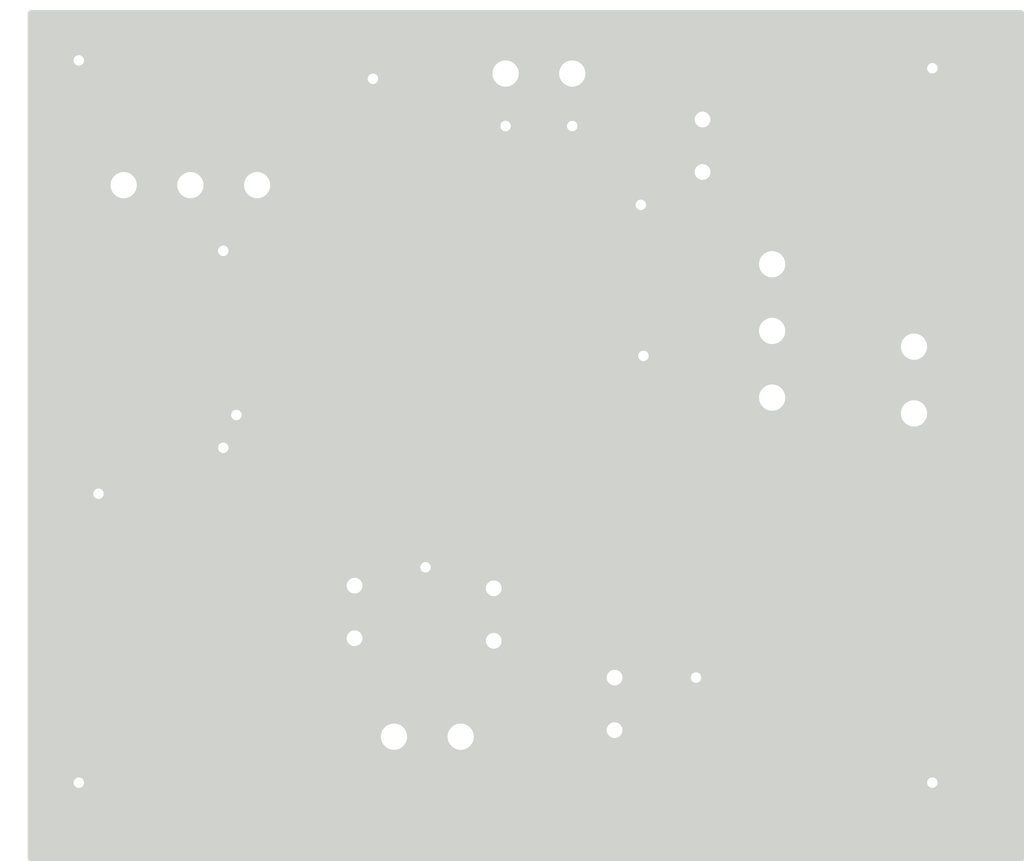
<source format=kicad_pcb>
(kicad_pcb (version 20171130) (host pcbnew 5.1.7)
  (layers (0 F.Cu signal) (31 B.Cu signal) (34 B.Paste user hide) (35 F.Paste user hide) (36 B.SilkS user hide) (37 F.SilkS user hide) (38 B.Mask user hide) (39 F.Mask user hide) (44 Edge.Cuts user))
  (net 0 "")
  (net 1 GND)
  (net 2 "Net-(C2-Pad1)")
  (net 3 /Lead1)
  (net 4 "Net-(C3-Pad1)")
  (net 5 /Lead2)
  (net 6 "Net-(C4-Pad1)")
  (net 7 "Net-(C5-Pad1)")
  (net 8 "Net-(C6-Pad2)")
  (net 9 "Net-(C6-Pad1)")
  (net 10 "Net-(C7-Pad1)")
  (net 11 "Net-(C8-Pad1)")
  (net 12 +5V)
  (net 13 "Net-(MES1-Pad2)")
  (net 14 "Net-(Q1-Pad1)")
  (net 15 "Net-(R3-Pad1)")
  (net 16 "Net-(R11-Pad2)")
  (net 17 "Net-(R12-Pad1)")
  (net 18 "Net-(RV1-Pad2)")
  (net 19 "Net-(U1-Pad14)")
  (net 20 "Net-(U1-Pad13)")
  (net 21 "Net-(U1-Pad12)")
  (net 22 "Net-(U2-Pad8)")
  (net 23 "Net-(U2-Pad5)")
  (net 24 "Net-(R1-Pad2)")
  (module Connector_PinSocket_2.54mm:PinSocket_1x02_P2.54mm_Vertical (layer B.Cu) (at 147 68.25 270)
    (fp_text reference J2 (at 2.55 -1.2) (layer B.SilkS) (effects (justify mirror)))
    (fp_text value Conn_01x02_Male)
    (pad 2 thru_hole oval (at 0 -2.54 270) (size 1.7 1.7) (drill 1) (layers *.Cu *.Mask) (net 3 /Lead1))
    (pad 1 thru_hole rect (at 0 0 270) (size 1.7 1.7) (drill 1) (layers *.Cu *.Mask) (net 5 /Lead2))
  )
  (module Package_SO:SOIC-8_3.9x4.9mm_P1.27mm (layer B.Cu) (at 146.75 47.5 90)
    (fp_text reference U2 (at 4.5 0.05) (layer B.SilkS) (effects (justify mirror)))
    (fp_text value LM317L_SO8)
    (pad 8 smd roundrect (at 2.475 1.905 90) (size 1.95 0.6) (layers B.Cu B.Paste B.Mask) (net 22 "Net-(U2-Pad8)"))
    (pad 7 smd roundrect (at 2.475 0.635 90) (size 1.95 0.6) (layers B.Cu B.Paste B.Mask) (net 12 +5V))
    (pad 6 smd roundrect (at 2.475 -0.635 90) (size 1.95 0.6) (layers B.Cu B.Paste B.Mask) (net 12 +5V))
    (pad 5 smd roundrect (at 2.475 -1.905 90) (size 1.95 0.6) (layers B.Cu B.Paste B.Mask) (net 23 "Net-(U2-Pad5)"))
    (pad 4 smd roundrect (at -2.475 -1.905 90) (size 1.95 0.6) (layers B.Cu B.Paste B.Mask) (net 17 "Net-(R12-Pad1)"))
    (pad 3 smd roundrect (at -2.475 -0.635 90) (size 1.95 0.6) (layers B.Cu B.Paste B.Mask) (net 12 +5V))
    (pad 2 smd roundrect (at -2.475 0.635 90) (size 1.95 0.6) (layers B.Cu B.Paste B.Mask) (net 12 +5V))
    (pad 1 smd roundrect (at -2.475 1.905 90) (size 1.95 0.6) (layers B.Cu B.Paste B.Mask) (net 11 "Net-(C8-Pad1)"))
  )
  (module Package_SO:SOIC-14_3.9x8.7mm_P1.27mm (layer F.Cu) (at 145.75 56)
    (fp_text reference U1 (at 0 -5.28) (layer F.SilkS))
    (fp_text value TL074)
    (pad 14 smd roundrect (at 2.475 -3.81) (size 1.95 0.6) (layers F.Cu F.Paste F.Mask) (net 19 "Net-(U1-Pad14)"))
    (pad 13 smd roundrect (at 2.475 -2.54) (size 1.95 0.6) (layers F.Cu F.Paste F.Mask) (net 20 "Net-(U1-Pad13)"))
    (pad 12 smd roundrect (at 2.475 -1.27) (size 1.95 0.6) (layers F.Cu F.Paste F.Mask) (net 21 "Net-(U1-Pad12)"))
    (pad 11 smd roundrect (at 2.475 0) (size 1.95 0.6) (layers F.Cu F.Paste F.Mask) (net 1 GND))
    (pad 10 smd roundrect (at 2.475 1.27) (size 1.95 0.6) (layers F.Cu F.Paste F.Mask) (net 7 "Net-(C5-Pad1)"))
    (pad 9 smd roundrect (at 2.475 2.54) (size 1.95 0.6) (layers F.Cu F.Paste F.Mask) (net 16 "Net-(R11-Pad2)"))
    (pad 8 smd roundrect (at 2.475 3.81) (size 1.95 0.6) (layers F.Cu F.Paste F.Mask) (net 8 "Net-(C6-Pad2)"))
    (pad 7 smd roundrect (at -2.475 3.81) (size 1.95 0.6) (layers F.Cu F.Paste F.Mask) (net 14 "Net-(Q1-Pad1)"))
    (pad 6 smd roundrect (at -2.475 2.54) (size 1.95 0.6) (layers F.Cu F.Paste F.Mask) (net 4 "Net-(C3-Pad1)"))
    (pad 5 smd roundrect (at -2.475 1.27) (size 1.95 0.6) (layers F.Cu F.Paste F.Mask) (net 18 "Net-(RV1-Pad2)"))
    (pad 4 smd roundrect (at -2.475 0) (size 1.95 0.6) (layers F.Cu F.Paste F.Mask) (net 12 +5V))
    (pad 3 smd roundrect (at -2.475 -1.27) (size 1.95 0.6) (layers F.Cu F.Paste F.Mask) (net 24 "Net-(R1-Pad2)"))
    (pad 2 smd roundrect (at -2.475 -2.54) (size 1.95 0.6) (layers F.Cu F.Paste F.Mask) (net 2 "Net-(C2-Pad1)"))
    (pad 1 smd roundrect (at -2.475 -3.81) (size 1.95 0.6) (layers F.Cu F.Paste F.Mask) (net 15 "Net-(R3-Pad1)"))
  )
  (module Connector_PinSocket_2.54mm:PinSocket_1x03_P2.54mm_Vertical (layer B.Cu) (at 161.4 55.34)
    (fp_text reference RV2 (at 0 2.77 180) (layer B.SilkS) (effects (justify mirror)))
    (fp_text value 100k)
    (pad 3 thru_hole oval (at 0 -5.08) (size 1.7 1.7) (drill 1) (layers *.Cu *.Mask) (net 13 "Net-(MES1-Pad2)"))
    (pad 2 thru_hole oval (at 0 -2.54) (size 1.7 1.7) (drill 1) (layers *.Cu *.Mask) (net 13 "Net-(MES1-Pad2)"))
    (pad 1 thru_hole rect (at 0 0) (size 1.7 1.7) (drill 1) (layers *.Cu *.Mask) (net 10 "Net-(C7-Pad1)"))
  )
  (module Connector_PinSocket_2.54mm:PinSocket_1x03_P2.54mm_Vertical (layer B.Cu) (at 141.79 47.25 90)
    (fp_text reference RV1 (at 2.65 -2.39 180) (layer B.SilkS) (effects (justify mirror)))
    (fp_text value 200k)
    (pad 3 thru_hole oval (at 0 -5.08 90) (size 1.7 1.7) (drill 1) (layers *.Cu *.Mask) (net 1 GND))
    (pad 2 thru_hole oval (at 0 -2.54 90) (size 1.7 1.7) (drill 1) (layers *.Cu *.Mask) (net 18 "Net-(RV1-Pad2)"))
    (pad 1 thru_hole rect (at 0 0 90) (size 1.7 1.7) (drill 1) (layers *.Cu *.Mask) (net 15 "Net-(R3-Pad1)"))
  )
  (module Resistor_SMD:R_0805_2012Metric (layer B.Cu) (at 145.6625 53.5 180)
    (fp_text reference R13 (at 0 -1.9) (layer B.SilkS) (effects (justify mirror)))
    (fp_text value 240)
    (pad 2 smd roundrect (at 0.9125 0 180) (size 1.025 1.4) (layers B.Cu B.Paste B.Mask) (roundrect_rratio 0.2439014634146341) (net 17 "Net-(R12-Pad1)"))
    (pad 1 smd roundrect (at -0.9125 0 180) (size 1.025 1.4) (layers B.Cu B.Paste B.Mask) (roundrect_rratio 0.2439014634146341) (net 12 +5V))
  )
  (module Resistor_SMD:R_0805_2012Metric (layer B.Cu) (at 142.75 52.5875 90)
    (fp_text reference R12 (at -0.2125 -2.35) (layer B.SilkS) (effects (justify mirror)))
    (fp_text value 750)
    (pad 2 smd roundrect (at 0.9125 0 90) (size 1.025 1.4) (layers B.Cu B.Paste B.Mask) (roundrect_rratio 0.2439014634146341) (net 1 GND))
    (pad 1 smd roundrect (at -0.9125 0 90) (size 1.025 1.4) (layers B.Cu B.Paste B.Mask) (roundrect_rratio 0.2439014634146341) (net 17 "Net-(R12-Pad1)"))
  )
  (module Resistor_SMD:R_0805_2012Metric (layer F.Cu) (at 154.3375 56.25)
    (fp_text reference R11 (at -3.1375 -0.05) (layer F.SilkS))
    (fp_text value 39k)
    (pad 2 smd roundrect (at 0.9125 0) (size 1.025 1.4) (layers F.Cu F.Paste F.Mask) (roundrect_rratio 0.2439014634146341) (net 16 "Net-(R11-Pad2)"))
    (pad 1 smd roundrect (at -0.9125 -0.0125) (size 1.025 1.4) (layers F.Cu F.Paste F.Mask) (roundrect_rratio 0.2439014634146341) (net 8 "Net-(C6-Pad2)"))
  )
  (module Resistor_SMD:R_0805_2012Metric (layer F.Cu) (at 150.5 47.5875 270)
    (fp_text reference R10 (at -2.5875 -0.25 180) (layer F.SilkS))
    (fp_text value 100k)
    (pad 2 smd roundrect (at 0.9125 0 270) (size 1.025 1.4) (layers F.Cu F.Paste F.Mask) (roundrect_rratio 0.2439014634146341) (net 1 GND))
    (pad 1 smd roundrect (at -0.9125 0 270) (size 1.025 1.4) (layers F.Cu F.Paste F.Mask) (roundrect_rratio 0.2439014634146341) (net 7 "Net-(C5-Pad1)"))
  )
  (module Resistor_SMD:R_0805_2012Metric (layer F.Cu) (at 148 47.5875 270)
    (fp_text reference R9 (at -2.5875 0 180) (layer F.SilkS))
    (fp_text value 100k)
    (pad 2 smd roundrect (at 0.9125 0 270) (size 1.025 1.4) (layers F.Cu F.Paste F.Mask) (roundrect_rratio 0.2439014634146341) (net 7 "Net-(C5-Pad1)"))
    (pad 1 smd roundrect (at -0.9125 0 270) (size 1.025 1.4) (layers F.Cu F.Paste F.Mask) (roundrect_rratio 0.2439014634146341) (net 12 +5V))
  )
  (module Resistor_SMD:R_0805_2012Metric (layer F.Cu) (at 154.3375 53.75)
    (fp_text reference R8 (at -2.8375 0) (layer F.SilkS))
    (fp_text value 1k)
    (pad 2 smd roundrect (at 0.9125 0) (size 1.025 1.4) (layers F.Cu F.Paste F.Mask) (roundrect_rratio 0.2439014634146341) (net 6 "Net-(C4-Pad1)"))
    (pad 1 smd roundrect (at -0.9125 0) (size 1.025 1.4) (layers F.Cu F.Paste F.Mask) (roundrect_rratio 0.2439014634146341) (net 16 "Net-(R11-Pad2)"))
  )
  (module Resistor_SMD:R_0805_2012Metric (layer F.Cu) (at 142.25 67.5875 270)
    (fp_text reference R7 (at -2.3375 0 180) (layer F.SilkS))
    (fp_text value 10)
    (pad 2 smd roundrect (at 0.9125 0 270) (size 1.025 1.4) (layers F.Cu F.Paste F.Mask) (roundrect_rratio 0.2439014634146341) (net 1 GND))
    (pad 1 smd roundrect (at -0.9125 0 270) (size 1.025 1.4) (layers F.Cu F.Paste F.Mask) (roundrect_rratio 0.2439014634146341) (net 5 /Lead2))
  )
  (module Resistor_SMD:R_0805_2012Metric (layer F.Cu) (at 139.75 67.5875 270)
    (fp_text reference R6 (at -2.3375 0 180) (layer F.SilkS))
    (fp_text value 10)
    (pad 2 smd roundrect (at 0.9125 0 270) (size 1.025 1.4) (layers F.Cu F.Paste F.Mask) (roundrect_rratio 0.2439014634146341) (net 1 GND))
    (pad 1 smd roundrect (at -0.9125 0 270) (size 1.025 1.4) (layers F.Cu F.Paste F.Mask) (roundrect_rratio 0.2439014634146341) (net 3 /Lead1))
  )
  (module Resistor_SMD:R_0805_2012Metric (layer F.Cu) (at 137.25 67.5875 270)
    (fp_text reference R5 (at -2.3375 0 180) (layer F.SilkS))
    (fp_text value 500)
    (pad 2 smd roundrect (at 0.9125 0 270) (size 1.025 1.4) (layers F.Cu F.Paste F.Mask) (roundrect_rratio 0.2439014634146341) (net 1 GND))
    (pad 1 smd roundrect (at -0.9125 0 270) (size 1.025 1.4) (layers F.Cu F.Paste F.Mask) (roundrect_rratio 0.2439014634146341) (net 4 "Net-(C3-Pad1)"))
  )
  (module Resistor_SMD:R_0805_2012Metric (layer F.Cu) (at 137.8825 52)
    (fp_text reference R4 (at -2.8825 0 180) (layer F.SilkS))
    (fp_text value 8k2)
    (pad 2 smd roundrect (at 0.9125 0) (size 1.025 1.4) (layers F.Cu F.Paste F.Mask) (roundrect_rratio 0.2439014634146341) (net 2 "Net-(C2-Pad1)"))
    (pad 1 smd roundrect (at -0.9125 0) (size 1.025 1.4) (layers F.Cu F.Paste F.Mask) (roundrect_rratio 0.2439014634146341) (net 15 "Net-(R3-Pad1)"))
  )
  (module Resistor_SMD:R_0805_2012Metric (layer F.Cu) (at 145.5 47.5875 90)
    (fp_text reference R3 (at 2.5875 0 180) (layer F.SilkS))
    (fp_text value 100k)
    (pad 2 smd roundrect (at 0.9125 0 90) (size 1.025 1.4) (layers F.Cu F.Paste F.Mask) (roundrect_rratio 0.2439014634146341) (net 12 +5V))
    (pad 1 smd roundrect (at -0.9125 0 90) (size 1.025 1.4) (layers F.Cu F.Paste F.Mask) (roundrect_rratio 0.2439014634146341) (net 15 "Net-(R3-Pad1)"))
  )
  (module Resistor_SMD:R_0805_2012Metric (layer F.Cu) (at 137.8825 56.676666)
    (fp_text reference R2 (at -2.8825 0.073334) (layer F.SilkS))
    (fp_text value 100k)
    (pad 2 smd roundrect (at 0.9125 0) (size 1.025 1.4) (layers F.Cu F.Paste F.Mask) (roundrect_rratio 0.2439014634146341) (net 24 "Net-(R1-Pad2)"))
    (pad 1 smd roundrect (at -0.9125 0) (size 1.025 1.4) (layers F.Cu F.Paste F.Mask) (roundrect_rratio 0.2439014634146341) (net 1 GND))
  )
  (module Resistor_SMD:R_0805_2012Metric (layer F.Cu) (at 137.8825 59)
    (fp_text reference R1 (at -2.8825 0) (layer F.SilkS))
    (fp_text value 100k)
    (pad 2 smd roundrect (at 0.9125 0) (size 1.025 1.4) (layers F.Cu F.Paste F.Mask) (roundrect_rratio 0.2439014634146341) (net 24 "Net-(R1-Pad2)"))
    (pad 1 smd roundrect (at -0.9125 0) (size 1.025 1.4) (layers F.Cu F.Paste F.Mask) (roundrect_rratio 0.2439014634146341) (net 12 +5V))
  )
  (module Package_TO_SOT_SMD:SOT-23 (layer F.Cu) (at 138 62.45 180)
    (fp_text reference Q1 (at 3 -0.05) (layer F.SilkS))
    (fp_text value BC847)
    (pad 3 smd rect (at 1 0 180) (size 0.9 0.8) (layers F.Cu F.Paste F.Mask) (net 12 +5V))
    (pad 2 smd rect (at -1 0.95 180) (size 0.9 0.8) (layers F.Cu F.Paste F.Mask) (net 4 "Net-(C3-Pad1)"))
    (pad 1 smd rect (at -1 -0.95 180) (size 0.9 0.8) (layers F.Cu F.Paste F.Mask) (net 14 "Net-(Q1-Pad1)"))
  )
  (module Connector_PinSocket_2.54mm:PinSocket_1x02_P2.54mm_Vertical (layer B.Cu) (at 166.8 55.94)
    (fp_text reference MES1 (at 0 2.77) (layer B.SilkS) (effects (justify mirror)))
    (fp_text value Amperemeter_DC)
    (pad 2 thru_hole oval (at 0 -2.54) (size 1.7 1.7) (drill 1) (layers *.Cu *.Mask) (net 13 "Net-(MES1-Pad2)"))
    (pad 1 thru_hole rect (at 0 0) (size 1.7 1.7) (drill 1) (layers *.Cu *.Mask) (net 1 GND))
  )
  (module Connector_PinSocket_2.54mm:PinSocket_1x02_P2.54mm_Vertical (layer B.Cu) (at 151.25 43 270)
    (fp_text reference J1 (at 2.4 -1.55) (layer B.SilkS) (effects (justify mirror)))
    (fp_text value Power)
    (pad 2 thru_hole oval (at 0 -2.54 270) (size 1.7 1.7) (drill 1) (layers *.Cu *.Mask) (net 1 GND))
    (pad 1 thru_hole rect (at 0 0 270) (size 1.7 1.7) (drill 1) (layers *.Cu *.Mask) (net 11 "Net-(C8-Pad1)"))
  )
  (module Diode_SMD:D_MiniMELF (layer F.Cu) (at 159.75 58.75 180)
    (fp_text reference D2 (at 0 -5.25) (layer F.SilkS))
    (fp_text value LL4148)
    (pad 2 smd rect (at 1.75 0 180) (size 1.3 1.7) (layers F.Cu F.Paste F.Mask) (net 9 "Net-(C6-Pad1)"))
    (pad 1 smd rect (at -1.75 0 180) (size 1.3 1.7) (layers F.Cu F.Paste F.Mask) (net 10 "Net-(C7-Pad1)"))
  )
  (module Diode_SMD:D_MiniMELF (layer F.Cu) (at 159.75 62)
    (fp_text reference D1 (at 0 -5.2) (layer F.SilkS))
    (fp_text value LL4148)
    (pad 2 smd rect (at 1.75 0) (size 1.3 1.7) (layers F.Cu F.Paste F.Mask) (net 1 GND))
    (pad 1 smd rect (at -1.75 0) (size 1.3 1.7) (layers F.Cu F.Paste F.Mask) (net 9 "Net-(C6-Pad1)"))
  )
  (module Capacitor_THT:CP_Radial_D4.0mm_P2.00mm (layer B.Cu) (at 150.8 62.6 270)
    (fp_text reference C9 (at -2.2 0 180) (layer B.SilkS) (effects (justify mirror)))
    (fp_text value 25u)
    (pad 2 thru_hole circle (at 2 0 270) (size 1.2 1.2) (drill 0.6) (layers *.Cu *.Mask) (net 1 GND))
    (pad 1 thru_hole rect (at 0 0 270) (size 1.2 1.2) (drill 0.6) (layers *.Cu *.Mask) (net 12 +5V))
  )
  (module Capacitor_SMD:C_0805_2012Metric (layer B.Cu) (at 152.2 50)
    (fp_text reference C8 (at 0 1.68) (layer B.SilkS) (effects (justify mirror)))
    (fp_text value 100n)
    (pad 2 smd roundrect (at 0.95 0) (size 1 1.45) (layers B.Cu B.Paste B.Mask) (net 1 GND))
    (pad 1 smd roundrect (at -0.95 0) (size 1 1.45) (layers B.Cu B.Paste B.Mask) (net 11 "Net-(C8-Pad1)"))
  )
  (module Capacitor_SMD:C_0805_2012Metric (layer F.Cu) (at 164.8 61.05 270)
    (fp_text reference C7 (at -2.65 0 180) (layer F.SilkS))
    (fp_text value 100n)
    (pad 2 smd roundrect (at 0.95 0 270) (size 1 1.45) (layers F.Cu F.Paste F.Mask) (net 1 GND))
    (pad 1 smd roundrect (at -0.95 0 270) (size 1 1.45) (layers F.Cu F.Paste F.Mask) (net 10 "Net-(C7-Pad1)"))
  )
  (module Capacitor_SMD:C_0805_2012Metric (layer F.Cu) (at 154.3625 58.75 180)
    (fp_text reference C6 (at 3.1625 -0.05) (layer F.SilkS))
    (fp_text value 1u)
    (pad 2 smd roundrect (at 0.95 0 180) (size 1 1.45) (layers F.Cu F.Paste F.Mask) (net 8 "Net-(C6-Pad2)"))
    (pad 1 smd roundrect (at -0.95 0 180) (size 1 1.45) (layers F.Cu F.Paste F.Mask) (net 9 "Net-(C6-Pad1)"))
  )
  (module Capacitor_THT:CP_Radial_D4.0mm_P2.00mm (layer B.Cu) (at 158.75 44.75 270)
    (fp_text reference C5 (at -1.95 -0.05 180) (layer B.SilkS) (effects (justify mirror)))
    (fp_text value 10u)
    (pad 2 thru_hole circle (at 2 0 270) (size 1.2 1.2) (drill 0.6) (layers *.Cu *.Mask) (net 1 GND))
    (pad 1 thru_hole rect (at 0 0 270) (size 1.2 1.2) (drill 0.6) (layers *.Cu *.Mask) (net 7 "Net-(C5-Pad1)"))
  )
  (module Capacitor_THT:CP_Radial_D4.0mm_P2.00mm (layer B.Cu) (at 155.4 66 270)
    (fp_text reference C4 (at -2 0) (layer B.SilkS) (effects (justify mirror)))
    (fp_text value 10u)
    (pad 2 thru_hole circle (at 2 0 270) (size 1.2 1.2) (drill 0.6) (layers *.Cu *.Mask) (net 5 /Lead2))
    (pad 1 thru_hole rect (at 0 0 270) (size 1.2 1.2) (drill 0.6) (layers *.Cu *.Mask) (net 6 "Net-(C4-Pad1)"))
  )
  (module Capacitor_THT:CP_Radial_D4.0mm_P2.00mm (layer B.Cu) (at 145.5 62.5 270)
    (fp_text reference C3 (at -2.1 -0.1) (layer B.SilkS) (effects (justify mirror)))
    (fp_text value 10u)
    (pad 2 thru_hole circle (at 2 0 270) (size 1.2 1.2) (drill 0.6) (layers *.Cu *.Mask) (net 3 /Lead1))
    (pad 1 thru_hole rect (at 0 0 270) (size 1.2 1.2) (drill 0.6) (layers *.Cu *.Mask) (net 4 "Net-(C3-Pad1)"))
  )
  (module Capacitor_SMD:C_0805_2012Metric (layer F.Cu) (at 137.8575 54.25 180)
    (fp_text reference C2 (at 2.8575 0) (layer F.SilkS))
    (fp_text value 1n)
    (pad 2 smd roundrect (at 0.95 0 180) (size 1 1.45) (layers F.Cu F.Paste F.Mask) (net 1 GND))
    (pad 1 smd roundrect (at -0.95 0 180) (size 1 1.45) (layers F.Cu F.Paste F.Mask) (net 2 "Net-(C2-Pad1)"))
  )
  (via (at 135 70) (size 0.8) (drill 0.4) (layers F.Cu B.Cu) (net 0))
  (via (at 135 42.5) (size 0.8) (drill 0.4) (layers F.Cu B.Cu) (net 0))
  (via (at 167.5 70) (size 0.8) (drill 0.4) (layers F.Cu B.Cu) (net 0))
  (via (at 167.5 42.8) (size 0.8) (drill 0.4) (layers F.Cu B.Cu) (net 0))
  (segment (start 136.653391 56.69029) (end 136.467281 56.717896) (width 0.5) (layer F.Cu) (net 1))
  (segment (start 136.931694 56.638312) (end 136.932157 56.638823) (width 0.5) (layer F.Cu) (net 1))
  (segment (start 136.40991 68.253535) (end 136.504284 68.3101) (width 0.5) (layer F.Cu) (net 1))
  (segment (start 136.929405 56.635311) (end 136.931041 56.637516) (width 0.5) (layer F.Cu) (net 1))
  (segment (start 136.133655 56.798883) (end 136.094121 56.813029) (width 0.5) (layer F.Cu) (net 1))
  (segment (start 136.932401 56.639067) (end 136.933215 56.640165) (width 0.5) (layer F.Cu) (net 1))
  (segment (start 136.909951 56.587467) (end 136.911139 56.595476) (width 0.5) (layer F.Cu) (net 1))
  (segment (start 136.914455 68.494172) (end 136.930249 68.496515) (width 0.5) (layer F.Cu) (net 1))
  (segment (start 166.512404 61.236442) (end 166.463525 61.317991) (width 0.5) (layer F.Cu) (net 1))
  (segment (start 136.935851 56.64658) (end 136.935929 56.648167) (width 0.5) (layer F.Cu) (net 1))
  (segment (start 137.457813 68.5) (end 137.392187 68.5) (width 0.5) (layer F.Cu) (net 1))
  (segment (start 136.962904 68.499731) (end 136.968359 68.5) (width 0.5) (layer F.Cu) (net 1))
  (segment (start 136.9075 56.548037) (end 136.908924 56.577036) (width 0.5) (layer F.Cu) (net 1))
  (segment (start 136.187364 68.091848) (end 136.364113 68.222934) (width 0.5) (layer F.Cu) (net 1))
  (segment (start 166.578973 61.092013) (end 166.568227 61.122046) (width 0.5) (layer F.Cu) (net 1))
  (segment (start 165.402846 61.993145) (end 165.373533 61.997492) (width 0.5) (layer F.Cu) (net 1))
  (segment (start 137.26914 68.5) (end 137.252734 68.5) (width 0.5) (layer F.Cu) (net 1))
  (segment (start 164.711188 62) (end 164.604616 62) (width 0.5) (layer F.Cu) (net 1))
  (segment (start 157.677585 47.690831) (end 157.579939 47.749357) (width 0.5) (layer F.Cu) (net 1))
  (segment (start 134.606294 66.202921) (end 134.616009 66.230071) (width 0.5) (layer F.Cu) (net 1))
  (segment (start 164.794923 62) (end 164.764474 62) (width 0.5) (layer F.Cu) (net 1))
  (segment (start 156.919095 47.956418) (end 156.774081 47.977929) (width 0.5) (layer F.Cu) (net 1))
  (segment (start 134.866634 66.66092) (end 134.999108 66.839539) (width 0.5) (layer F.Cu) (net 1))
  (segment (start 164.551329 62) (end 164.338183 62) (width 0.5) (layer F.Cu) (net 1))
  (segment (start 165.145092 62) (end 165.023293 62) (width 0.5) (layer F.Cu) (net 1))
  (segment (start 166.355878 61.479096) (end 166.298594 61.556335) (width 0.5) (layer F.Cu) (net 1))
  (segment (start 166.220873 61.637168) (end 166.190017 61.660053) (width 0.5) (layer F.Cu) (net 1))
  (segment (start 136.935505 56.65247) (end 136.935014 56.654431) (width 0.5) (layer F.Cu) (net 1))
  (segment (start 136.930459 56.661383) (end 136.926803 56.664696) (width 0.5) (layer F.Cu) (net 1))
  (segment (start 134.534506 59.164645) (end 134.5 59.867053) (width 0.5) (layer F.Cu) (net 1))
  (segment (start 165.474887 61.97585) (end 165.417396 61.990251) (width 0.5) (layer F.Cu) (net 1))
  (segment (start 135.825295 67.775295) (end 136.051877 67.980657) (width 0.5) (layer F.Cu) (net 1))
  (segment (start 166.268054 61.593547) (end 166.2594 61.603097) (width 0.5) (layer F.Cu) (net 1))
  (segment (start 136.074701 56.821073) (end 135.998784 56.856978) (width 0.5) (layer F.Cu) (net 1))
  (segment (start 136.920004 56.620108) (end 136.9266 56.631113) (width 0.5) (layer F.Cu) (net 1))
  (segment (start 136.91193 56.599452) (end 136.913276 56.604827) (width 0.5) (layer F.Cu) (net 1))
  (segment (start 156.624638 47.992648) (end 156.475 48) (width 0.5) (layer F.Cu) (net 1))
  (segment (start 158.465459 47.034538) (end 158.099156 47.366535) (width 0.5) (layer F.Cu) (net 1))
  (segment (start 134.621533 66.243408) (end 134.646191 66.295544) (width 0.5) (layer F.Cu) (net 1))
  (segment (start 136.934623 56.655375) (end 136.932544 56.658843) (width 0.5) (layer F.Cu) (net 1))
  (segment (start 157.254067 47.876223) (end 156.991074 47.9421) (width 0.5) (layer F.Cu) (net 1))
  (segment (start 166.562116 61.136798) (end 166.53484 61.194467) (width 0.5) (layer F.Cu) (net 1))
  (segment (start 134.727774 58.053797) (end 134.715445 58.079864) (width 0.5) (layer F.Cu) (net 1))
  (segment (start 136.98203 68.5) (end 136.971093 68.5) (width 0.5) (layer F.Cu) (net 1))
  (segment (start 166.66401 60.78422) (end 166.624535 60.941816) (width 0.5) (layer F.Cu) (net 1))
  (segment (start 137.009374 68.5) (end 136.987499 68.5) (width 0.5) (layer F.Cu) (net 1))
  (segment (start 136.92473 56.666082) (end 136.915811 56.6703) (width 0.5) (layer F.Cu) (net 1))
  (segment (start 165.671401 61.908119) (end 165.522338 61.961456) (width 0.5) (layer F.Cu) (net 1))
  (segment (start 134.678 58.188679) (end 134.657115 58.272058) (width 0.5) (layer F.Cu) (net 1))
  (segment (start 136.836551 56.676666) (end 136.747124 56.681059) (width 0.5) (layer F.Cu) (net 1))
  (segment (start 134.5 65.294887) (end 134.519369 65.689156) (width 0.5) (layer F.Cu) (net 1))
  (segment (start 164.871047 62) (end 164.810148 62) (width 0.5) (layer F.Cu) (net 1))
  (segment (start 137.244531 68.5) (end 137.211719 68.5) (width 0.5) (layer F.Cu) (net 1))
  (segment (start 164.23161 62) (end 163.805319 62) (width 0.5) (layer F.Cu) (net 1))
  (segment (start 135.115338 57.484658) (end 135.077976 57.52588) (width 0.5) (layer F.Cu) (net 1))
  (segment (start 157.907849 47.523536) (end 157.724971 47.659169) (width 0.5) (layer F.Cu) (net 1))
  (segment (start 136.808029 68.461903) (end 136.85284 68.477937) (width 0.5) (layer F.Cu) (net 1))
  (segment (start 166.254838 61.607659) (end 166.235739 61.624968) (width 0.5) (layer F.Cu) (net 1))
  (segment (start 136.907706 56.672759) (end 136.881372 56.676666) (width 0.5) (layer F.Cu) (net 1))
  (segment (start 137.359374 68.5) (end 137.293749 68.5) (width 0.5) (layer F.Cu) (net 1))
  (segment (start 134.686758 66.37144) (end 134.804785 66.568357) (width 0.5) (layer F.Cu) (net 1))
  (segment (start 136.355755 56.74008) (end 136.193614 56.780695) (width 0.5) (layer F.Cu) (net 1))
  (segment (start 165.332863 62) (end 165.322714 62) (width 0.5) (layer F.Cu) (net 1))
  (segment (start 166.035542 61.750302) (end 165.916665 61.806527) (width 0.5) (layer F.Cu) (net 1))
  (segment (start 134.861356 57.815871) (end 134.802144 57.914659) (width 0.5) (layer F.Cu) (net 1))
  (segment (start 135.025313 57.590051) (end 134.893388 57.767931) (width 0.5) (layer F.Cu) (net 1))
  (segment (start 136.875639 68.484853) (end 136.906616 68.492613) (width 0.5) (layer F.Cu) (net 1))
  (segment (start 136.91569 56.611844) (end 136.916485 56.613525) (width 0.5) (layer F.Cu) (net 1))
  (segment (start 134.538738 65.885815) (end 134.555053 65.995801) (width 0.5) (layer F.Cu) (net 1))
  (segment (start 135.306326 67.213886) (end 135.717049 67.667049) (width 0.5) (layer F.Cu) (net 1))
  (segment (start 136.914081 56.607482) (end 136.915334 56.610984) (width 0.5) (layer F.Cu) (net 1))
  (segment (start 157.510503 47.786472) (end 157.475296 47.803124) (width 0.5) (layer F.Cu) (net 1))
  (segment (start 165.28719 62) (end 165.205992 62) (width 0.5) (layer F.Cu) (net 1))
  (segment (start 136.66794 68.397576) (end 136.775177 68.448295) (width 0.5) (layer F.Cu) (net 1))
  (segment (start 166.8 59.277944) (end 166.763777 60.015268) (width 0.5) (layer F.Cu) (net 1))
  (segment (start 166.169281 61.673909) (end 166.093599 61.71927) (width 0.5) (layer F.Cu) (net 1))
  (segment (start 135.799935 56.963266) (end 135.684814 57.032267) (width 0.5) (layer F.Cu) (net 1))
  (segment (start 137.146094 68.5) (end 137.047656 68.5) (width 0.5) (layer F.Cu) (net 1))
  (segment (start 135.217475 57.390242) (end 135.135031 57.464965) (width 0.5) (layer F.Cu) (net 1))
  (segment (start 166.727554 60.38304) (end 166.679877 60.704453) (width 0.5) (layer F.Cu) (net 1))
  (segment (start 136.934623 56.6428) (end 136.935694 56.645792) (width 0.5) (layer F.Cu) (net 1))
  (segment (start 137.81875 68.5) (end 137.55625 68.5) (width 0.5) (layer F.Cu) (net 1))
  (segment (start 157.457284 47.810585) (end 157.383946 47.836825) (width 0.5) (layer F.Cu) (net 1))
  (segment (start 135.628949 57.069595) (end 135.413342 57.229499) (width 0.5) (layer F.Cu) (net 1))
  (segment (start 134.709921 58.093201) (end 134.690491 58.147502) (width 0.5) (layer F.Cu) (net 1))
  (segment (start 134.565912 66.050394) (end 134.593804 66.161745) (width 0.5) (layer F.Cu) (net 1))
  (segment (start 134.626949 58.423718) (end 134.569013 58.814289) (width 0.5) (layer F.Cu) (net 1))
  (segment (start 165.358188 61.999004) (end 165.337938 62) (width 0.5) (layer F.Cu) (net 1))
  (segment (start 153.808717 47.596562) (end 153.81641 47.610996) (width 0.5) (layer B.Cu) (net 1))
  (segment (start 156.393861 47.997456) (end 156.393449 47.997826) (width 0.5) (layer B.Cu) (net 1))
  (segment (start 153.79 47.209766) (end 153.79 47.231484) (width 0.5) (layer B.Cu) (net 1))
  (segment (start 156.386328 47.999945) (end 156.389591 47.999473) (width 0.5) (layer B.Cu) (net 1))
  (segment (start 153.79 46.898105) (end 153.79 46.953769) (width 0.5) (layer B.Cu) (net 1))
  (segment (start 153.79 47.481171) (end 153.79 47.499452) (width 0.5) (layer B.Cu) (net 1))
  (segment (start 153.79 46.810898) (end 153.79 46.833163) (width 0.5) (layer B.Cu) (net 1))
  (segment (start 153.834111 47.637569) (end 153.864776 47.675063) (width 0.5) (layer B.Cu) (net 1))
  (segment (start 153.79 46.744101) (end 153.79 46.796054) (width 0.5) (layer B.Cu) (net 1))
  (segment (start 153.79 47.318358) (end 153.79 47.383515) (width 0.5) (layer B.Cu) (net 1))
  (segment (start 156.394125 47.997097) (end 156.394039 47.99724) (width 0.5) (layer B.Cu) (net 1))
  (segment (start 153.79 46.862851) (end 153.79 46.870273) (width 0.5) (layer B.Cu) (net 1))
  (segment (start 156.394311 47.995381) (end 156.39433 47.995785) (width 0.5) (layer B.Cu) (net 1))
  (segment (start 156.394239 47.996696) (end 156.394158 47.997019) (width 0.5) (layer B.Cu) (net 1))
  (segment (start 154.184189 47.878925) (end 154.259368 47.901986) (width 0.5) (layer B.Cu) (net 1))
  (segment (start 153.881951 47.692304) (end 153.956703 47.753921) (width 0.5) (layer B.Cu) (net 1))
  (segment (start 153.79 46.36744) (end 153.79 46.44537) (width 0.5) (layer B.Cu) (net 1))
  (segment (start 153.79 46.172616) (end 153.79 46.328475) (width 0.5) (layer B.Cu) (net 1))
  (segment (start 153.79 47.523828) (end 153.790592 47.529863) (width 0.5) (layer B.Cu) (net 1))
  (segment (start 153.79 47.242343) (end 153.79 47.28578) (width 0.5) (layer B.Cu) (net 1))
  (segment (start 153.79 47.508593) (end 153.79 47.520781) (width 0.5) (layer B.Cu) (net 1))
  (segment (start 153.796107 47.557657) (end 153.80558 47.588967) (width 0.5) (layer B.Cu) (net 1))
  (segment (start 156.394022 47.994483) (end 156.394271 47.995181) (width 0.5) (layer B.Cu) (net 1))
  (segment (start 153.79 45.782969) (end 153.79 46.094687) (width 0.5) (layer B.Cu) (net 1))
  (segment (start 154.009228 47.789199) (end 154.147733 47.863702) (width 0.5) (layer B.Cu) (net 1))
  (segment (start 154.466153 47.943839) (end 154.962143 47.994489) (width 0.5) (layer B.Cu) (net 1))
  (segment (start 153.79 46.986406) (end 153.79 47.107344) (width 0.5) (layer B.Cu) (net 1))
  (segment (start 153.79 46.844296) (end 153.79 46.85914) (width 0.5) (layer B.Cu) (net 1))
  (segment (start 153.79 46.60123) (end 153.79 46.627206) (width 0.5) (layer B.Cu) (net 1))
  (segment (start 153.79 46.640194) (end 153.79 46.692147) (width 0.5) (layer B.Cu) (net 1))
  (segment (start 156.392891 47.998197) (end 156.391188 47.998995) (width 0.5) (layer B.Cu) (net 1))
  (segment (start 156.392963 47.992963) (end 156.393846 47.994153) (width 0.5) (layer B.Cu) (net 1))
  (segment (start 153.956703 47.753921) (end 154.009228 47.789199) (width 0.5) (layer B.Cu) (net 1))
  (segment (start 156.394022 47.994483) (end 156.393846 47.994153) (width 0.5) (layer B.Cu) (net 1))
  (segment (start 156.393861 47.997456) (end 156.394039 47.99724) (width 0.5) (layer B.Cu) (net 1))
  (segment (start 156.389591 47.999473) (end 156.391188 47.998995) (width 0.5) (layer B.Cu) (net 1))
  (segment (start 153.79 46.833163) (end 153.79 46.844296) (width 0.5) (layer B.Cu) (net 1))
  (segment (start 153.79 47.499452) (end 153.79 47.508593) (width 0.5) (layer B.Cu) (net 1))
  (segment (start 153.81641 47.610996) (end 153.834111 47.637569) (width 0.5) (layer B.Cu) (net 1))
  (segment (start 153.79 47.318358) (end 153.79 47.28578) (width 0.5) (layer B.Cu) (net 1))
  (segment (start 153.79 47.209766) (end 153.79 47.107344) (width 0.5) (layer B.Cu) (net 1))
  (segment (start 156.39433 47.995785) (end 156.394239 47.996696) (width 0.5) (layer B.Cu) (net 1))
  (segment (start 153.79 46.898105) (end 153.79 46.870273) (width 0.5) (layer B.Cu) (net 1))
  (segment (start 153.79 46.744101) (end 153.79 46.692147) (width 0.5) (layer B.Cu) (net 1))
  (segment (start 154.259368 47.901986) (end 154.466153 47.943839) (width 0.5) (layer B.Cu) (net 1))
  (segment (start 153.790592 47.529863) (end 153.796107 47.557657) (width 0.5) (layer B.Cu) (net 1))
  (segment (start 153.79 46.172616) (end 153.79 46.094687) (width 0.5) (layer B.Cu) (net 1))
  (segment (start 153.79 46.44537) (end 153.79 46.60123) (width 0.5) (layer B.Cu) (net 1))
  (segment (start 136.913276 56.604827) (end 136.914081 56.607482) (width 0.5) (layer F.Cu) (net 1))
  (segment (start 134.606294 66.202921) (end 134.593804 66.161745) (width 0.5) (layer F.Cu) (net 1))
  (segment (start 136.930459 56.661383) (end 136.932544 56.658843) (width 0.5) (layer F.Cu) (net 1))
  (segment (start 157.579939 47.749357) (end 157.510503 47.786472) (width 0.5) (layer F.Cu) (net 1))
  (segment (start 166.035542 61.750302) (end 166.093599 61.71927) (width 0.5) (layer F.Cu) (net 1))
  (segment (start 166.220873 61.637168) (end 166.235739 61.624968) (width 0.5) (layer F.Cu) (net 1))
  (segment (start 166.512404 61.236442) (end 166.53484 61.194467) (width 0.5) (layer F.Cu) (net 1))
  (segment (start 136.133655 56.798883) (end 136.193614 56.780695) (width 0.5) (layer F.Cu) (net 1))
  (segment (start 165.373533 61.997492) (end 165.358188 61.999004) (width 0.5) (layer F.Cu) (net 1))
  (segment (start 134.678 58.188679) (end 134.690491 58.147502) (width 0.5) (layer F.Cu) (net 1))
  (segment (start 136.920004 56.620108) (end 136.916485 56.613525) (width 0.5) (layer F.Cu) (net 1))
  (segment (start 136.935929 56.648167) (end 136.935505 56.65247) (width 0.5) (layer F.Cu) (net 1))
  (segment (start 166.578973 61.092013) (end 166.624535 60.941816) (width 0.5) (layer F.Cu) (net 1))
  (segment (start 158.099156 47.366535) (end 157.907849 47.523536) (width 0.5) (layer F.Cu) (net 1))
  (segment (start 135.998784 56.856978) (end 135.799935 56.963266) (width 0.5) (layer F.Cu) (net 1))
  (segment (start 134.646191 66.295544) (end 134.686758 66.37144) (width 0.5) (layer F.Cu) (net 1))
  (segment (start 135.077976 57.52588) (end 135.025313 57.590051) (width 0.5) (layer F.Cu) (net 1))
  (segment (start 166.763777 60.015268) (end 166.727554 60.38304) (width 0.5) (layer F.Cu) (net 1))
  (segment (start 136.915811 56.6703) (end 136.907706 56.672759) (width 0.5) (layer F.Cu) (net 1))
  (segment (start 165.474887 61.97585) (end 165.522338 61.961456) (width 0.5) (layer F.Cu) (net 1))
  (segment (start 134.519369 65.689156) (end 134.538738 65.885815) (width 0.5) (layer F.Cu) (net 1))
  (segment (start 136.98203 68.5) (end 136.987499 68.5) (width 0.5) (layer F.Cu) (net 1))
  (segment (start 164.338183 62) (end 164.23161 62) (width 0.5) (layer F.Cu) (net 1))
  (segment (start 166.298594 61.556335) (end 166.268054 61.593547) (width 0.5) (layer F.Cu) (net 1))
  (segment (start 164.711188 62) (end 164.764474 62) (width 0.5) (layer F.Cu) (net 1))
  (segment (start 157.254067 47.876223) (end 157.383946 47.836825) (width 0.5) (layer F.Cu) (net 1))
  (segment (start 137.26914 68.5) (end 137.293749 68.5) (width 0.5) (layer F.Cu) (net 1))
  (segment (start 165.322714 62) (end 165.28719 62) (width 0.5) (layer F.Cu) (net 1))
  (segment (start 134.999108 66.839539) (end 135.306326 67.213886) (width 0.5) (layer F.Cu) (net 1))
  (segment (start 136.85284 68.477937) (end 136.875639 68.484853) (width 0.5) (layer F.Cu) (net 1))
  (segment (start 137.457813 68.5) (end 137.55625 68.5) (width 0.5) (layer F.Cu) (net 1))
  (segment (start 136.930249 68.496515) (end 136.962904 68.499731) (width 0.5) (layer F.Cu) (net 1))
  (segment (start 156.774081 47.977929) (end 156.624638 47.992648) (width 0.5) (layer F.Cu) (net 1))
  (segment (start 136.931694 56.638312) (end 136.931041 56.637516) (width 0.5) (layer F.Cu) (net 1))
  (segment (start 137.211719 68.5) (end 137.146094 68.5) (width 0.5) (layer F.Cu) (net 1))
  (segment (start 136.653391 56.69029) (end 136.747124 56.681059) (width 0.5) (layer F.Cu) (net 1))
  (segment (start 134.534506 59.164645) (end 134.569013 58.814289) (width 0.5) (layer F.Cu) (net 1))
  (segment (start 134.727774 58.053797) (end 134.802144 57.914659) (width 0.5) (layer F.Cu) (net 1))
  (segment (start 136.933215 56.640165) (end 136.934623 56.6428) (width 0.5) (layer F.Cu) (net 1))
  (segment (start 136.187364 68.091848) (end 136.051877 67.980657) (width 0.5) (layer F.Cu) (net 1))
  (segment (start 136.504284 68.3101) (end 136.66794 68.397576) (width 0.5) (layer F.Cu) (net 1))
  (segment (start 136.909951 56.587467) (end 136.908924 56.577036) (width 0.5) (layer F.Cu) (net 1))
  (segment (start 135.217475 57.390242) (end 135.413342 57.229499) (width 0.5) (layer F.Cu) (net 1))
  (segment (start 165.023293 62) (end 164.871047 62) (width 0.5) (layer F.Cu) (net 1))
  (segment (start 134.555053 65.995801) (end 134.565912 66.050394) (width 0.5) (layer F.Cu) (net 1))
  (segment (start 134.861356 57.815871) (end 134.893388 57.767931) (width 0.5) (layer F.Cu) (net 1))
  (segment (start 164.604616 62) (end 164.551329 62) (width 0.5) (layer F.Cu) (net 1))
  (segment (start 166.190017 61.660053) (end 166.169281 61.673909) (width 0.5) (layer F.Cu) (net 1))
  (segment (start 134.866634 66.66092) (end 134.804785 66.568357) (width 0.5) (layer F.Cu) (net 1))
  (segment (start 165.402846 61.993145) (end 165.417396 61.990251) (width 0.5) (layer F.Cu) (net 1))
  (segment (start 135.684814 57.032267) (end 135.628949 57.069595) (width 0.5) (layer F.Cu) (net 1))
  (segment (start 136.40991 68.253535) (end 136.364113 68.222934) (width 0.5) (layer F.Cu) (net 1))
  (segment (start 136.914455 68.494172) (end 136.906616 68.492613) (width 0.5) (layer F.Cu) (net 1))
  (segment (start 166.463525 61.317991) (end 166.355878 61.479096) (width 0.5) (layer F.Cu) (net 1))
  (segment (start 137.392187 68.5) (end 137.359374 68.5) (width 0.5) (layer F.Cu) (net 1))
  (segment (start 166.66401 60.78422) (end 166.679877 60.704453) (width 0.5) (layer F.Cu) (net 1))
  (segment (start 136.935851 56.64658) (end 136.935694 56.645792) (width 0.5) (layer F.Cu) (net 1))
  (segment (start 137.009374 68.5) (end 137.047656 68.5) (width 0.5) (layer F.Cu) (net 1))
  (segment (start 136.911139 56.595476) (end 136.91193 56.599452) (width 0.5) (layer F.Cu) (net 1))
  (segment (start 136.929405 56.635311) (end 136.9266 56.631113) (width 0.5) (layer F.Cu) (net 1))
  (segment (start 157.677585 47.690831) (end 157.724971 47.659169) (width 0.5) (layer F.Cu) (net 1))
  (segment (start 134.657115 58.272058) (end 134.626949 58.423718) (width 0.5) (layer F.Cu) (net 1))
  (segment (start 136.926803 56.664696) (end 136.92473 56.666082) (width 0.5) (layer F.Cu) (net 1))
  (segment (start 165.145092 62) (end 165.205992 62) (width 0.5) (layer F.Cu) (net 1))
  (segment (start 156.919095 47.956418) (end 156.991074 47.9421) (width 0.5) (layer F.Cu) (net 1))
  (segment (start 136.467281 56.717896) (end 136.355755 56.74008) (width 0.5) (layer F.Cu) (net 1))
  (segment (start 153.79 46.36744) (end 153.79 46.328475) (width 0.5) (layer B.Cu) (net 1))
  (segment (start 156.394311 47.995381) (end 156.394271 47.995181) (width 0.5) (layer B.Cu) (net 1))
  (segment (start 153.808717 47.596562) (end 153.80558 47.588967) (width 0.5) (layer B.Cu) (net 1))
  (segment (start 154.184189 47.878925) (end 154.147733 47.863702) (width 0.5) (layer B.Cu) (net 1))
  (segment (start 153.79 47.481171) (end 153.79 47.383515) (width 0.5) (layer B.Cu) (net 1))
  (segment (start 156.393449 47.997826) (end 156.392891 47.998197) (width 0.5) (layer B.Cu) (net 1))
  (segment (start 153.79 46.810898) (end 153.79 46.796054) (width 0.5) (layer B.Cu) (net 1))
  (segment (start 153.79 46.953769) (end 153.79 46.986406) (width 0.5) (layer B.Cu) (net 1))
  (segment (start 153.79 46.627206) (end 153.79 46.640194) (width 0.5) (layer B.Cu) (net 1))
  (segment (start 153.79 47.231484) (end 153.79 47.242343) (width 0.5) (layer B.Cu) (net 1))
  (segment (start 153.864776 47.675063) (end 153.881951 47.692304) (width 0.5) (layer B.Cu) (net 1))
  (segment (start 156.394125 47.997097) (end 156.394158 47.997019) (width 0.5) (layer B.Cu) (net 1))
  (segment (start 134.715445 58.079864) (end 134.709921 58.093201) (width 0.5) (layer F.Cu) (net 1))
  (segment (start 136.91569 56.611844) (end 136.915334 56.610984) (width 0.5) (layer F.Cu) (net 1))
  (segment (start 164.794923 62) (end 164.810148 62) (width 0.5) (layer F.Cu) (net 1))
  (segment (start 137.252734 68.5) (end 137.244531 68.5) (width 0.5) (layer F.Cu) (net 1))
  (segment (start 136.094121 56.813029) (end 136.074701 56.821073) (width 0.5) (layer F.Cu) (net 1))
  (segment (start 165.671401 61.908119) (end 165.916665 61.806527) (width 0.5) (layer F.Cu) (net 1))
  (segment (start 136.935014 56.654431) (end 136.934623 56.655375) (width 0.5) (layer F.Cu) (net 1))
  (segment (start 136.808029 68.461903) (end 136.775177 68.448295) (width 0.5) (layer F.Cu) (net 1))
  (segment (start 134.616009 66.230071) (end 134.621533 66.243408) (width 0.5) (layer F.Cu) (net 1))
  (segment (start 157.475296 47.803124) (end 157.457284 47.810585) (width 0.5) (layer F.Cu) (net 1))
  (segment (start 166.568227 61.122046) (end 166.562116 61.136798) (width 0.5) (layer F.Cu) (net 1))
  (segment (start 153.79 45) (end 153.79 43) (width 0.5) (layer F.Cu) (net 1))
  (via (at 153.79 45) (size 0.8) (drill 0.4) (layers F.Cu B.Cu) (net 1))
  (segment (start 153.79 45.782969) (end 153.79 45) (width 0.5) (layer B.Cu) (net 1))
  (segment (start 156.475 48) (end 156.4 48) (width 0.5) (layer F.Cu) (net 1))
  (segment (start 158.465459 47.034538) (end 158.75 46.75) (width 0.5) (layer F.Cu) (net 1))
  (via (at 156.4 48) (size 0.8) (drill 0.4) (layers F.Cu B.Cu) (net 1))
  (segment (start 156.392963 47.992963) (end 156.39 47.99) (width 0.5) (layer B.Cu) (net 1))
  (segment (start 153.79 47.523828) (end 153.79 47.520781) (width 0.5) (layer B.Cu) (net 1))
  (segment (start 156.386328 47.999945) (end 154.962143 47.994489) (width 0.5) (layer B.Cu) (net 1))
  (segment (start 153.79 46.862851) (end 153.79 46.85914) (width 0.5) (layer B.Cu) (net 1))
  (segment (start 153.79 45) (end 153.79 45) (width 0.5) (layer B.Cu) (net 1))
  (segment (start 148.225 56) (end 150 56) (width 0.5) (layer F.Cu) (net 1))
  (segment (start 137.81875 68.5) (end 142.25 68.5) (width 0.5) (layer F.Cu) (net 1))
  (segment (start 166.2594 61.603097) (end 166.254838 61.607659) (width 0.5) (layer F.Cu) (net 1))
  (segment (start 166.8 59.277944) (end 166.8 55.94) (width 0.5) (layer F.Cu) (net 1))
  (segment (start 165.332863 62) (end 165.337938 62) (width 0.5) (layer F.Cu) (net 1))
  (segment (start 163.805319 62) (end 161.5 62) (width 0.5) (layer F.Cu) (net 1))
  (segment (start 136.9075 56.548037) (end 136.9075 54.25) (width 0.5) (layer F.Cu) (net 1))
  (segment (start 136.932157 56.638823) (end 136.932401 56.639067) (width 0.5) (layer F.Cu) (net 1))
  (segment (start 134.5 65.294887) (end 134.5 62.3) (width 0.5) (layer F.Cu) (net 1))
  (segment (start 136.968359 68.5) (end 136.971093 68.5) (width 0.5) (layer F.Cu) (net 1))
  (segment (start 135.825295 67.775295) (end 135.717049 67.667049) (width 0.5) (layer F.Cu) (net 1))
  (segment (start 134.5 59.867053) (end 134.5 62.7) (width 0.5) (layer F.Cu) (net 1))
  (segment (start 136.836551 56.676666) (end 136.881372 56.676666) (width 0.5) (layer F.Cu) (net 1))
  (segment (start 135.115338 57.484658) (end 135.135031 57.464965) (width 0.5) (layer F.Cu) (net 1))
  (segment (start 140.963201 52.713201) (end 140.991084 52.738472) (width 0.5) (layer F.Cu) (net 2))
  (segment (start 141.823839 53.298515) (end 141.849906 53.310844) (width 0.5) (layer F.Cu) (net 2))
  (segment (start 138.960241 52.37289) (end 138.930124 52.429236) (width 0.5) (layer F.Cu) (net 2))
  (segment (start 138.797776 54.234456) (end 138.798145 54.235931) (width 0.5) (layer F.Cu) (net 2))
  (segment (start 139.488831 52.000731) (end 139.473945 52) (width 0.5) (layer F.Cu) (net 2))
  (segment (start 138.805063 54.247398) (end 138.806659 54.249159) (width 0.5) (layer F.Cu) (net 2))
  (segment (start 140.341809 52.257807) (end 140.464294 52.331222) (width 0.5) (layer F.Cu) (net 2))
  (segment (start 140.894117 52.649339) (end 140.949881 52.699881) (width 0.5) (layer F.Cu) (net 2))
  (segment (start 141.68743 53.219217) (end 141.78589 53.278231) (width 0.5) (layer F.Cu) (net 2))
  (segment (start 142.069301 53.381832) (end 142.151462 53.402412) (width 0.5) (layer F.Cu) (net 2))
  (segment (start 139.510963 52.002911) (end 139.569649 52.011616) (width 0.5) (layer F.Cu) (net 2))
  (segment (start 140.566671 52.399628) (end 140.807307 52.578096) (width 0.5) (layer F.Cu) (net 2))
  (segment (start 138.91784 52.458892) (end 138.880747 52.58117) (width 0.5) (layer F.Cu) (net 2))
  (segment (start 141.034489 52.774094) (end 141.154806 52.863328) (width 0.5) (layer F.Cu) (net 2))
  (segment (start 138.796219 54.224871) (end 138.797243 54.231776) (width 0.5) (layer F.Cu) (net 2))
  (segment (start 139.095554 52.176943) (end 139.071948 52.205707) (width 0.5) (layer F.Cu) (net 2))
  (segment (start 139.466484 52) (end 139.436926 52.00291) (width 0.5) (layer F.Cu) (net 2))
  (segment (start 138.795 54.204513) (end 138.795781 54.220416) (width 0.5) (layer F.Cu) (net 2))
  (segment (start 138.802316 54.243912) (end 138.803384 54.245353) (width 0.5) (layer F.Cu) (net 2))
  (segment (start 141.863243 53.316368) (end 141.917544 53.335797) (width 0.5) (layer F.Cu) (net 2))
  (segment (start 139.1663 52.116513) (end 139.108773 52.163724) (width 0.5) (layer F.Cu) (net 2))
  (segment (start 138.798808 54.237855) (end 138.799026 54.238316) (width 0.5) (layer F.Cu) (net 2))
  (segment (start 138.799974 54.24009) (end 138.801817 54.243166) (width 0.5) (layer F.Cu) (net 2))
  (segment (start 139.66146 52.029878) (end 139.900399 52.089728) (width 0.5) (layer F.Cu) (net 2))
  (segment (start 139.277063 52.047555) (end 139.239275 52.067752) (width 0.5) (layer F.Cu) (net 2))
  (segment (start 138.844136 52.765229) (end 138.795 53.264116) (width 0.5) (layer F.Cu) (net 2))
  (segment (start 138.798366 54.236659) (end 138.79871 54.237619) (width 0.5) (layer F.Cu) (net 2))
  (segment (start 140.124883 52.157825) (end 140.16999 52.173964) (width 0.5) (layer F.Cu) (net 2))
  (segment (start 140.192147 52.183142) (end 140.278763 52.224108) (width 0.5) (layer F.Cu) (net 2))
  (segment (start 139.378957 52.014441) (end 139.296952 52.039317) (width 0.5) (layer F.Cu) (net 2))
  (segment (start 142.193048 53.410684) (end 142.359007 53.435302) (width 0.5) (layer F.Cu) (net 2))
  (segment (start 142.442591 53.443535) (end 142.777737 53.46) (width 0.5) (layer F.Cu) (net 2))
  (segment (start 140.991084 52.738472) (end 141.034489 52.774094) (width 0.5) (layer F.Cu) (net 2))
  (segment (start 140.341809 52.257807) (end 140.278763 52.224108) (width 0.5) (layer F.Cu) (net 2))
  (segment (start 138.798145 54.235931) (end 138.798366 54.236659) (width 0.5) (layer F.Cu) (net 2))
  (segment (start 139.1663 52.116513) (end 139.239275 52.067752) (width 0.5) (layer F.Cu) (net 2))
  (segment (start 138.799026 54.238316) (end 138.799974 54.24009) (width 0.5) (layer F.Cu) (net 2))
  (segment (start 141.823839 53.298515) (end 141.78589 53.278231) (width 0.5) (layer F.Cu) (net 2))
  (segment (start 138.960241 52.37289) (end 139.071948 52.205707) (width 0.5) (layer F.Cu) (net 2))
  (segment (start 138.880747 52.58117) (end 138.844136 52.765229) (width 0.5) (layer F.Cu) (net 2))
  (segment (start 138.805063 54.247398) (end 138.803384 54.245353) (width 0.5) (layer F.Cu) (net 2))
  (segment (start 142.359007 53.435302) (end 142.442591 53.443535) (width 0.5) (layer F.Cu) (net 2))
  (segment (start 138.796219 54.224871) (end 138.795781 54.220416) (width 0.5) (layer F.Cu) (net 2))
  (segment (start 139.488831 52.000731) (end 139.510963 52.002911) (width 0.5) (layer F.Cu) (net 2))
  (segment (start 139.900399 52.089728) (end 140.124883 52.157825) (width 0.5) (layer F.Cu) (net 2))
  (segment (start 139.436926 52.00291) (end 139.378957 52.014441) (width 0.5) (layer F.Cu) (net 2))
  (segment (start 142.069301 53.381832) (end 141.917544 53.335797) (width 0.5) (layer F.Cu) (net 2))
  (segment (start 140.894117 52.649339) (end 140.807307 52.578096) (width 0.5) (layer F.Cu) (net 2))
  (segment (start 140.464294 52.331222) (end 140.566671 52.399628) (width 0.5) (layer F.Cu) (net 2))
  (segment (start 142.151462 53.402412) (end 142.193048 53.410684) (width 0.5) (layer F.Cu) (net 2))
  (segment (start 138.930124 52.429236) (end 138.91784 52.458892) (width 0.5) (layer F.Cu) (net 2))
  (segment (start 141.68743 53.219217) (end 141.154806 52.863328) (width 0.5) (layer F.Cu) (net 2))
  (segment (start 138.802316 54.243912) (end 138.801817 54.243166) (width 0.5) (layer F.Cu) (net 2))
  (segment (start 139.277063 52.047555) (end 139.296952 52.039317) (width 0.5) (layer F.Cu) (net 2))
  (segment (start 139.569649 52.011616) (end 139.66146 52.029878) (width 0.5) (layer F.Cu) (net 2))
  (segment (start 138.797776 54.234456) (end 138.797243 54.231776) (width 0.5) (layer F.Cu) (net 2))
  (segment (start 139.095554 52.176943) (end 139.108773 52.163724) (width 0.5) (layer F.Cu) (net 2))
  (segment (start 140.16999 52.173964) (end 140.192147 52.183142) (width 0.5) (layer F.Cu) (net 2))
  (segment (start 138.798808 54.237855) (end 138.79871 54.237619) (width 0.5) (layer F.Cu) (net 2))
  (segment (start 141.849906 53.310844) (end 141.863243 53.316368) (width 0.5) (layer F.Cu) (net 2))
  (segment (start 138.795 54.204513) (end 138.795 53.264116) (width 0.5) (layer F.Cu) (net 2))
  (segment (start 138.806659 54.249159) (end 138.8075 54.25) (width 0.5) (layer F.Cu) (net 2))
  (segment (start 140.963201 52.713201) (end 140.949881 52.699881) (width 0.5) (layer F.Cu) (net 2))
  (segment (start 139.473945 52) (end 139.466484 52) (width 0.5) (layer F.Cu) (net 2))
  (segment (start 142.777737 53.46) (end 143.275 53.46) (width 0.5) (layer F.Cu) (net 2))
  (segment (start 146.011541 64.5) (end 145.980539 64.5) (width 0.5) (layer F.Cu) (net 3))
  (segment (start 145.779023 64.5) (end 145.717017 64.5) (width 0.5) (layer F.Cu) (net 3))
  (segment (start 139.993262 66.644775) (end 139.956373 66.654016) (width 0.5) (layer F.Cu) (net 3))
  (segment (start 140.062555 66.623199) (end 140.052324 66.626859) (width 0.5) (layer F.Cu) (net 3))
  (segment (start 139.825543 66.672527) (end 139.775221 66.675) (width 0.5) (layer F.Cu) (net 3))
  (segment (start 147.049223 64.742065) (end 147.155005 64.805468) (width 0.5) (layer F.Cu) (net 3))
  (segment (start 149.222063 66.848247) (end 149.285297 66.953747) (width 0.5) (layer F.Cu) (net 3))
  (segment (start 143.455109 64.5) (end 143.060842 64.519369) (width 0.5) (layer F.Cu) (net 3))
  (segment (start 140.087037 66.611914) (end 140.06758 66.621117) (width 0.5) (layer F.Cu) (net 3))
  (segment (start 142.493318 64.627031) (end 142.467124 64.639419) (width 0.5) (layer F.Cu) (net 3))
  (segment (start 140.597369 66.202627) (end 140.393991 66.386959) (width 0.5) (layer F.Cu) (net 3))
  (segment (start 146.857114 64.653442) (end 146.896837 64.667655) (width 0.5) (layer F.Cu) (net 3))
  (segment (start 142.065071 64.882675) (end 141.840128 65.049503) (width 0.5) (layer F.Cu) (net 3))
  (segment (start 140.287774 66.474129) (end 140.186134 66.54951) (width 0.5) (layer F.Cu) (net 3))
  (segment (start 141.644386 65.210145) (end 141.062081 65.737915) (width 0.5) (layer F.Cu) (net 3))
  (segment (start 146.089047 64.5) (end 146.027042 64.5) (width 0.5) (layer F.Cu) (net 3))
  (segment (start 149.315017 67.009348) (end 149.330306 67.041674) (width 0.5) (layer F.Cu) (net 3))
  (segment (start 149.337157 67.058213) (end 149.36125 67.12555) (width 0.5) (layer F.Cu) (net 3))
  (segment (start 142.378558 64.686758) (end 142.18164 64.804786) (width 0.5) (layer F.Cu) (net 3))
  (segment (start 142.864185 64.538738) (end 142.754196 64.555053) (width 0.5) (layer F.Cu) (net 3))
  (segment (start 144.399409 64.5) (end 143.748357 64.5) (width 0.5) (layer F.Cu) (net 3))
  (segment (start 149.48358 67.615324) (end 149.516898 67.839934) (width 0.5) (layer F.Cu) (net 3))
  (segment (start 147.206339 64.839768) (end 147.404456 64.986702) (width 0.5) (layer F.Cu) (net 3))
  (segment (start 149.531397 67.987141) (end 149.54 68.162239) (width 0.5) (layer F.Cu) (net 3))
  (segment (start 149.042719 66.601357) (end 149.187855 66.79705) (width 0.5) (layer F.Cu) (net 3))
  (segment (start 139.937702 66.65773) (end 139.862467 66.66889) (width 0.5) (layer F.Cu) (net 3))
  (segment (start 142.560758 64.602144) (end 142.506719 64.62148) (width 0.5) (layer F.Cu) (net 3))
  (segment (start 148.638106 66.146025) (end 148.965344 66.507076) (width 0.5) (layer F.Cu) (net 3))
  (segment (start 146.247618 64.503403) (end 146.300925 64.51131) (width 0.5) (layer F.Cu) (net 3))
  (segment (start 145.468995 64.5) (end 145.28298 64.5) (width 0.5) (layer F.Cu) (net 3))
  (segment (start 147.563976 65.117617) (end 148.052177 65.560096) (width 0.5) (layer F.Cu) (net 3))
  (segment (start 146.22077 64.500759) (end 146.205306 64.5) (width 0.5) (layer F.Cu) (net 3))
  (segment (start 146.197556 64.5) (end 146.166554 64.5) (width 0.5) (layer F.Cu) (net 3))
  (segment (start 140.133462 66.584704) (end 140.09654 66.606835) (width 0.5) (layer F.Cu) (net 3))
  (segment (start 149.392229 67.227673) (end 149.461404 67.503837) (width 0.5) (layer F.Cu) (net 3))
  (segment (start 142.699602 64.565912) (end 142.588253 64.593804) (width 0.5) (layer F.Cu) (net 3))
  (segment (start 145.15897 64.5) (end 144.724935 64.5) (width 0.5) (layer F.Cu) (net 3))
  (segment (start 146.91635 64.675738) (end 146.992629 64.711815) (width 0.5) (layer F.Cu) (net 3))
  (segment (start 146.414984 64.533998) (end 146.692605 64.603538) (width 0.5) (layer F.Cu) (net 3))
  (segment (start 145.686014 64.5) (end 145.562003 64.5) (width 0.5) (layer F.Cu) (net 3))
  (segment (start 149.516898 67.839934) (end 149.531397 67.987141) (width 0.5) (layer F.Cu) (net 3))
  (segment (start 149.042719 66.601357) (end 148.965344 66.507076) (width 0.5) (layer F.Cu) (net 3))
  (segment (start 144.399409 64.5) (end 144.724935 64.5) (width 0.5) (layer F.Cu) (net 3))
  (segment (start 139.825543 66.672527) (end 139.862467 66.66889) (width 0.5) (layer F.Cu) (net 3))
  (segment (start 140.087037 66.611914) (end 140.09654 66.606835) (width 0.5) (layer F.Cu) (net 3))
  (segment (start 146.247618 64.503403) (end 146.22077 64.500759) (width 0.5) (layer F.Cu) (net 3))
  (segment (start 142.560758 64.602144) (end 142.588253 64.593804) (width 0.5) (layer F.Cu) (net 3))
  (segment (start 147.049223 64.742065) (end 146.992629 64.711815) (width 0.5) (layer F.Cu) (net 3))
  (segment (start 149.285297 66.953747) (end 149.315017 67.009348) (width 0.5) (layer F.Cu) (net 3))
  (segment (start 147.404456 64.986702) (end 147.563976 65.117617) (width 0.5) (layer F.Cu) (net 3))
  (segment (start 146.089047 64.5) (end 146.166554 64.5) (width 0.5) (layer F.Cu) (net 3))
  (segment (start 141.840128 65.049503) (end 141.644386 65.210145) (width 0.5) (layer F.Cu) (net 3))
  (segment (start 145.468995 64.5) (end 145.562003 64.5) (width 0.5) (layer F.Cu) (net 3))
  (segment (start 145.980539 64.5) (end 145.779023 64.5) (width 0.5) (layer F.Cu) (net 3))
  (segment (start 143.060842 64.519369) (end 142.864185 64.538738) (width 0.5) (layer F.Cu) (net 3))
  (segment (start 149.36125 67.12555) (end 149.392229 67.227673) (width 0.5) (layer F.Cu) (net 3))
  (segment (start 139.993262 66.644775) (end 140.052324 66.626859) (width 0.5) (layer F.Cu) (net 3))
  (segment (start 142.467124 64.639419) (end 142.378558 64.686758) (width 0.5) (layer F.Cu) (net 3))
  (segment (start 140.393991 66.386959) (end 140.287774 66.474129) (width 0.5) (layer F.Cu) (net 3))
  (segment (start 146.857114 64.653442) (end 146.692605 64.603538) (width 0.5) (layer F.Cu) (net 3))
  (segment (start 146.011541 64.5) (end 146.027042 64.5) (width 0.5) (layer F.Cu) (net 3))
  (segment (start 149.222063 66.848247) (end 149.187855 66.79705) (width 0.5) (layer F.Cu) (net 3))
  (segment (start 142.754196 64.555053) (end 142.699602 64.565912) (width 0.5) (layer F.Cu) (net 3))
  (segment (start 149.48358 67.615324) (end 149.461404 67.503837) (width 0.5) (layer F.Cu) (net 3))
  (segment (start 139.956373 66.654016) (end 139.937702 66.65773) (width 0.5) (layer F.Cu) (net 3))
  (segment (start 140.186134 66.54951) (end 140.133462 66.584704) (width 0.5) (layer F.Cu) (net 3))
  (segment (start 147.155005 64.805468) (end 147.206339 64.839768) (width 0.5) (layer F.Cu) (net 3))
  (segment (start 145.28298 64.5) (end 145.15897 64.5) (width 0.5) (layer F.Cu) (net 3))
  (segment (start 146.300925 64.51131) (end 146.414984 64.533998) (width 0.5) (layer F.Cu) (net 3))
  (segment (start 142.065071 64.882675) (end 142.18164 64.804786) (width 0.5) (layer F.Cu) (net 3))
  (segment (start 140.062555 66.623199) (end 140.06758 66.621117) (width 0.5) (layer F.Cu) (net 3))
  (segment (start 145.717017 64.5) (end 145.686014 64.5) (width 0.5) (layer F.Cu) (net 3))
  (segment (start 149.330306 67.041674) (end 149.337157 67.058213) (width 0.5) (layer F.Cu) (net 3))
  (segment (start 146.896837 64.667655) (end 146.91635 64.675738) (width 0.5) (layer F.Cu) (net 3))
  (segment (start 142.493318 64.627031) (end 142.506719 64.62148) (width 0.5) (layer F.Cu) (net 3))
  (segment (start 140.597369 66.202627) (end 141.062081 65.737915) (width 0.5) (layer F.Cu) (net 3))
  (segment (start 143.455109 64.5) (end 143.748357 64.5) (width 0.5) (layer F.Cu) (net 3))
  (segment (start 139.775221 66.675) (end 139.75 66.675) (width 0.5) (layer F.Cu) (net 3))
  (segment (start 149.54 68.162239) (end 149.54 68.25) (width 0.5) (layer F.Cu) (net 3))
  (segment (start 148.638106 66.146025) (end 148.052177 65.560096) (width 0.5) (layer F.Cu) (net 3))
  (segment (start 146.205306 64.5) (end 146.197556 64.5) (width 0.5) (layer F.Cu) (net 3))
  (segment (start 143.441865 58.54) (end 143.382353 58.54) (width 0.5) (layer F.Cu) (net 4))
  (segment (start 143.560644 58.54) (end 143.537792 58.54) (width 0.5) (layer F.Cu) (net 4))
  (segment (start 144.872689 59.16508) (end 144.898218 59.188218) (width 0.5) (layer F.Cu) (net 4))
  (segment (start 143.102635 58.54) (end 143.00744 58.54) (width 0.5) (layer F.Cu) (net 4))
  (segment (start 143.93951 58.618421) (end 144.02996 58.650785) (width 0.5) (layer F.Cu) (net 4))
  (segment (start 138.781215 65.396711) (end 138.65662 65.47139) (width 0.5) (layer F.Cu) (net 4))
  (segment (start 139.257839 65.22206) (end 139.168948 65.244326) (width 0.5) (layer F.Cu) (net 4))
  (segment (start 141.886362 58.788267) (end 141.786466 58.848143) (width 0.5) (layer F.Cu) (net 4))
  (segment (start 145.392997 60.214003) (end 145.464059 60.693068) (width 0.5) (layer F.Cu) (net 4))
  (segment (start 143.62918 58.540373) (end 143.621581 58.54) (width 0.5) (layer F.Cu) (net 4))
  (segment (start 143.525537 62.5) (end 143.274584 62.512328) (width 0.5) (layer F.Cu) (net 4))
  (segment (start 145.108931 62.375366) (end 145.056654 62.403309) (width 0.5) (layer F.Cu) (net 4))
  (segment (start 145.411545 61.808685) (end 145.353398 62.000371) (width 0.5) (layer F.Cu) (net 4))
  (segment (start 142.737427 58.547839) (end 142.614647 58.566051) (width 0.5) (layer F.Cu) (net 4))
  (segment (start 144.787797 62.47456) (end 144.529501 62.5) (width 0.5) (layer F.Cu) (net 4))
  (segment (start 145.314884 62.093351) (end 145.238731 62.235826) (width 0.5) (layer F.Cu) (net 4))
  (segment (start 145.2956 59.796538) (end 145.305315 59.823689) (width 0.5) (layer F.Cu) (net 4))
  (segment (start 139.001882 65.295005) (end 138.955996 65.311423) (width 0.5) (layer F.Cu) (net 4))
  (segment (start 142.941262 62.557625) (end 142.859495 62.578107) (width 0.5) (layer F.Cu) (net 4))
  (segment (start 139.526339 65.181218) (end 139.492775 65.189626) (width 0.5) (layer F.Cu) (net 4))
  (segment (start 140.474567 64.525429) (end 140.221217 64.755052) (width 0.5) (layer F.Cu) (net 4))
  (segment (start 138.933457 65.320759) (end 138.845347 65.362431) (width 0.5) (layer F.Cu) (net 4))
  (segment (start 139.658263 65.139621) (end 139.629287 65.149989) (width 0.5) (layer F.Cu) (net 4))
  (segment (start 145.4925 60.981829) (end 145.5 61.134476) (width 0.5) (layer F.Cu) (net 4))
  (segment (start 138.549014 65.543291) (end 138.22469 65.783825) (width 0.5) (layer F.Cu) (net 4))
  (segment (start 144.07439 58.669189) (end 144.248075 58.751335) (width 0.5) (layer F.Cu) (net 4))
  (segment (start 143.714148 58.554624) (end 143.800511 58.576256) (width 0.5) (layer F.Cu) (net 4))
  (segment (start 144.910414 59.200414) (end 144.956247 59.250983) (width 0.5) (layer F.Cu) (net 4))
  (segment (start 142.86166 58.54) (end 142.843808 58.54) (width 0.5) (layer F.Cu) (net 4))
  (segment (start 139.427126 65.199559) (end 139.418163 65.2) (width 0.5) (layer F.Cu) (net 4))
  (segment (start 145.114953 59.47042) (end 145.217951 59.642261) (width 0.5) (layer F.Cu) (net 4))
  (segment (start 144.631281 58.973589) (end 144.715137 59.03578) (width 0.5) (layer F.Cu) (net 4))
  (segment (start 139.475786 65.193005) (end 139.440452 65.198247) (width 0.5) (layer F.Cu) (net 4))
  (segment (start 139.728136 65.10741) (end 139.672496 65.133726) (width 0.5) (layer F.Cu) (net 4))
  (segment (start 142.693731 62.628391) (end 142.66658 62.638106) (width 0.5) (layer F.Cu) (net 4))
  (segment (start 145.02914 62.414706) (end 144.915692 62.44912) (width 0.5) (layer F.Cu) (net 4))
  (segment (start 143.617773 58.54) (end 143.602539 58.54) (width 0.5) (layer F.Cu) (net 4))
  (segment (start 143.14941 62.524656) (end 142.982649 62.549393) (width 0.5) (layer F.Cu) (net 4))
  (segment (start 141.355181 59.179912) (end 140.980438 59.519559) (width 0.5) (layer F.Cu) (net 4))
  (segment (start 142.498576 58.589139) (end 142.210198 58.661374) (width 0.5) (layer F.Cu) (net 4))
  (segment (start 144.408731 58.837207) (end 144.587826 58.944553) (width 0.5) (layer F.Cu) (net 4))
  (segment (start 141.77158 63.277217) (end 141.250501 63.749495) (width 0.5) (layer F.Cu) (net 4))
  (segment (start 139.856881 65.032212) (end 139.758489 65.091186) (width 0.5) (layer F.Cu) (net 4))
  (segment (start 142.563159 62.688571) (end 142.489433 62.73276) (width 0.5) (layer F.Cu) (net 4))
  (segment (start 141.737989 58.880535) (end 141.550896 59.019293) (width 0.5) (layer F.Cu) (net 4))
  (segment (start 145.265418 59.731065) (end 145.290076 59.783201) (width 0.5) (layer F.Cu) (net 4))
  (segment (start 142.834882 58.54) (end 142.799265 58.541749) (width 0.5) (layer F.Cu) (net 4))
  (segment (start 145.193638 62.303313) (end 145.179687 62.320312) (width 0.5) (layer F.Cu) (net 4))
  (segment (start 143.526366 58.54) (end 143.480663 58.54) (width 0.5) (layer F.Cu) (net 4))
  (segment (start 142.067784 58.704575) (end 142.03027 58.717997) (width 0.5) (layer F.Cu) (net 4))
  (segment (start 140.088902 64.86364) (end 139.904628 65.000308) (width 0.5) (layer F.Cu) (net 4))
  (segment (start 143.352597 58.54) (end 143.233573 58.54) (width 0.5) (layer F.Cu) (net 4))
  (segment (start 143.640478 58.541486) (end 143.670435 58.545929) (width 0.5) (layer F.Cu) (net 4))
  (segment (start 145.5 61.210984) (end 145.470148 61.514073) (width 0.5) (layer F.Cu) (net 4))
  (segment (start 142.360862 62.818669) (end 142.04372 63.053878) (width 0.5) (layer F.Cu) (net 4))
  (segment (start 139.364624 65.203945) (end 139.302832 65.21311) (width 0.5) (layer F.Cu) (net 4))
  (segment (start 145.317806 59.864865) (end 145.345698 59.976216) (width 0.5) (layer F.Cu) (net 4))
  (segment (start 138.037129 65.937753) (end 137.50447 66.420528) (width 0.5) (layer F.Cu) (net 4))
  (segment (start 142.653243 62.64363) (end 142.601107 62.668288) (width 0.5) (layer F.Cu) (net 4))
  (segment (start 142.011843 58.72563) (end 141.939808 58.7597) (width 0.5) (layer F.Cu) (net 4))
  (segment (start 142.959843 58.54) (end 142.888437 58.54) (width 0.5) (layer F.Cu) (net 4))
  (segment (start 139.413671 65.2) (end 139.395745 65.20088) (width 0.5) (layer F.Cu) (net 4))
  (segment (start 145.171875 62.328125) (end 145.137876 62.356026) (width 0.5) (layer F.Cu) (net 4))
  (segment (start 144.977922 59.277394) (end 145.059233 59.38703) (width 0.5) (layer F.Cu) (net 4))
  (segment (start 143.62918 58.540373) (end 143.640478 58.541486) (width 0.5) (layer F.Cu) (net 4))
  (segment (start 141.886362 58.788267) (end 141.939808 58.7597) (width 0.5) (layer F.Cu) (net 4))
  (segment (start 145.464059 60.693068) (end 145.4925 60.981829) (width 0.5) (layer F.Cu) (net 4))
  (segment (start 143.274584 62.512328) (end 143.14941 62.524656) (width 0.5) (layer F.Cu) (net 4))
  (segment (start 138.22469 65.783825) (end 138.037129 65.937753) (width 0.5) (layer F.Cu) (net 4))
  (segment (start 143.102635 58.54) (end 143.233573 58.54) (width 0.5) (layer F.Cu) (net 4))
  (segment (start 142.86166 58.54) (end 142.888437 58.54) (width 0.5) (layer F.Cu) (net 4))
  (segment (start 141.355181 59.179912) (end 141.550896 59.019293) (width 0.5) (layer F.Cu) (net 4))
  (segment (start 143.441865 58.54) (end 143.480663 58.54) (width 0.5) (layer F.Cu) (net 4))
  (segment (start 142.563159 62.688571) (end 142.601107 62.668288) (width 0.5) (layer F.Cu) (net 4))
  (segment (start 138.781215 65.396711) (end 138.845347 65.362431) (width 0.5) (layer F.Cu) (net 4))
  (segment (start 145.411545 61.808685) (end 145.470148 61.514073) (width 0.5) (layer F.Cu) (net 4))
  (segment (start 144.956247 59.250983) (end 144.977922 59.277394) (width 0.5) (layer F.Cu) (net 4))
  (segment (start 145.108931 62.375366) (end 145.137876 62.356026) (width 0.5) (layer F.Cu) (net 4))
  (segment (start 140.221217 64.755052) (end 140.088902 64.86364) (width 0.5) (layer F.Cu) (net 4))
  (segment (start 144.248075 58.751335) (end 144.408731 58.837207) (width 0.5) (layer F.Cu) (net 4))
  (segment (start 142.859495 62.578107) (end 142.693731 62.628391) (width 0.5) (layer F.Cu) (net 4))
  (segment (start 139.728136 65.10741) (end 139.758489 65.091186) (width 0.5) (layer F.Cu) (net 4))
  (segment (start 139.168948 65.244326) (end 139.001882 65.295005) (width 0.5) (layer F.Cu) (net 4))
  (segment (start 139.427126 65.199559) (end 139.440452 65.198247) (width 0.5) (layer F.Cu) (net 4))
  (segment (start 145.238731 62.235826) (end 145.193638 62.303313) (width 0.5) (layer F.Cu) (net 4))
  (segment (start 143.560644 58.54) (end 143.602539 58.54) (width 0.5) (layer F.Cu) (net 4))
  (segment (start 144.787797 62.47456) (end 144.915692 62.44912) (width 0.5) (layer F.Cu) (net 4))
  (segment (start 145.305315 59.823689) (end 145.317806 59.864865) (width 0.5) (layer F.Cu) (net 4))
  (segment (start 143.93951 58.618421) (end 143.800511 58.576256) (width 0.5) (layer F.Cu) (net 4))
  (segment (start 141.77158 63.277217) (end 142.04372 63.053878) (width 0.5) (layer F.Cu) (net 4))
  (segment (start 139.526339 65.181218) (end 139.629287 65.149989) (width 0.5) (layer F.Cu) (net 4))
  (segment (start 144.872689 59.16508) (end 144.715137 59.03578) (width 0.5) (layer F.Cu) (net 4))
  (segment (start 139.364624 65.203945) (end 139.395745 65.20088) (width 0.5) (layer F.Cu) (net 4))
  (segment (start 142.737427 58.547839) (end 142.799265 58.541749) (width 0.5) (layer F.Cu) (net 4))
  (segment (start 142.210198 58.661374) (end 142.067784 58.704575) (width 0.5) (layer F.Cu) (net 4))
  (segment (start 145.217951 59.642261) (end 145.265418 59.731065) (width 0.5) (layer F.Cu) (net 4))
  (segment (start 139.492775 65.189626) (end 139.475786 65.193005) (width 0.5) (layer F.Cu) (net 4))
  (segment (start 145.056654 62.403309) (end 145.02914 62.414706) (width 0.5) (layer F.Cu) (net 4))
  (segment (start 144.631281 58.973589) (end 144.587826 58.944553) (width 0.5) (layer F.Cu) (net 4))
  (segment (start 141.786466 58.848143) (end 141.737989 58.880535) (width 0.5) (layer F.Cu) (net 4))
  (segment (start 143.537792 58.54) (end 143.526366 58.54) (width 0.5) (layer F.Cu) (net 4))
  (segment (start 145.114953 59.47042) (end 145.059233 59.38703) (width 0.5) (layer F.Cu) (net 4))
  (segment (start 143.714148 58.554624) (end 143.670435 58.545929) (width 0.5) (layer F.Cu) (net 4))
  (segment (start 145.353398 62.000371) (end 145.314884 62.093351) (width 0.5) (layer F.Cu) (net 4))
  (segment (start 145.392997 60.214003) (end 145.345698 59.976216) (width 0.5) (layer F.Cu) (net 4))
  (segment (start 142.941262 62.557625) (end 142.982649 62.549393) (width 0.5) (layer F.Cu) (net 4))
  (segment (start 139.856881 65.032212) (end 139.904628 65.000308) (width 0.5) (layer F.Cu) (net 4))
  (segment (start 142.489433 62.73276) (end 142.360862 62.818669) (width 0.5) (layer F.Cu) (net 4))
  (segment (start 139.257839 65.22206) (end 139.302832 65.21311) (width 0.5) (layer F.Cu) (net 4))
  (segment (start 138.65662 65.47139) (end 138.549014 65.543291) (width 0.5) (layer F.Cu) (net 4))
  (segment (start 143.00744 58.54) (end 142.959843 58.54) (width 0.5) (layer F.Cu) (net 4))
  (segment (start 142.614647 58.566051) (end 142.498576 58.589139) (width 0.5) (layer F.Cu) (net 4))
  (segment (start 145.2956 59.796538) (end 145.290076 59.783201) (width 0.5) (layer F.Cu) (net 4))
  (segment (start 143.382353 58.54) (end 143.352597 58.54) (width 0.5) (layer F.Cu) (net 4))
  (segment (start 145.179687 62.320312) (end 145.171875 62.328125) (width 0.5) (layer F.Cu) (net 4))
  (segment (start 139.658263 65.139621) (end 139.672496 65.133726) (width 0.5) (layer F.Cu) (net 4))
  (segment (start 142.66658 62.638106) (end 142.653243 62.64363) (width 0.5) (layer F.Cu) (net 4))
  (segment (start 138.955996 65.311423) (end 138.933457 65.320759) (width 0.5) (layer F.Cu) (net 4))
  (segment (start 144.02996 58.650785) (end 144.07439 58.669189) (width 0.5) (layer F.Cu) (net 4))
  (segment (start 142.03027 58.717997) (end 142.011843 58.72563) (width 0.5) (layer F.Cu) (net 4))
  (segment (start 143.621581 58.54) (end 143.617773 58.54) (width 0.5) (layer F.Cu) (net 4))
  (segment (start 144.898218 59.188218) (end 144.910414 59.200414) (width 0.5) (layer F.Cu) (net 4))
  (segment (start 145.5 61.134476) (end 145.5 61.210984) (width 0.5) (layer F.Cu) (net 4))
  (segment (start 140.980438 59.519559) (end 139 61.5) (width 0.5) (layer F.Cu) (net 4))
  (segment (start 142.843808 58.54) (end 142.834882 58.54) (width 0.5) (layer F.Cu) (net 4))
  (segment (start 140.474567 64.525429) (end 141.250501 63.749495) (width 0.5) (layer F.Cu) (net 4))
  (segment (start 137.50447 66.420528) (end 137.25 66.675) (width 0.5) (layer F.Cu) (net 4))
  (segment (start 143.525537 62.5) (end 144.529501 62.5) (width 0.5) (layer F.Cu) (net 4))
  (segment (start 139.418163 65.2) (end 139.413671 65.2) (width 0.5) (layer F.Cu) (net 4))
  (segment (start 147.021218 68.900974) (end 147.054797 69.035033) (width 0.5) (layer F.Cu) (net 5))
  (segment (start 149.878312 69.961261) (end 149.089776 70) (width 0.5) (layer F.Cu) (net 5))
  (segment (start 152.474092 68.576646) (end 152.099773 68.85426) (width 0.5) (layer F.Cu) (net 5))
  (segment (start 145.285092 66.824154) (end 145.31116 66.836483) (width 0.5) (layer F.Cu) (net 5))
  (segment (start 155.271719 68.102303) (end 155.236196 68.123595) (width 0.5) (layer F.Cu) (net 5))
  (segment (start 145.349108 66.856767) (end 145.447566 66.91578) (width 0.5) (layer F.Cu) (net 5))
  (segment (start 147.492419 69.853456) (end 147.545703 69.885393) (width 0.5) (layer F.Cu) (net 5))
  (segment (start 147.096747 69.173323) (end 147.191289 69.437551) (width 0.5) (layer F.Cu) (net 5))
  (segment (start 147.297331 69.674544) (end 147.313861 69.702122) (width 0.5) (layer F.Cu) (net 5))
  (segment (start 147.353895 69.753895) (end 147.358824 69.758362) (width 0.5) (layer F.Cu) (net 5))
  (segment (start 152.839906 68.349154) (end 152.813838 68.361483) (width 0.5) (layer F.Cu) (net 5))
  (segment (start 146.768822 68.149165) (end 146.833439 68.256971) (width 0.5) (layer F.Cu) (net 5))
  (segment (start 150.946806 69.773503) (end 150.919656 69.783218) (width 0.5) (layer F.Cu) (net 5))
  (segment (start 144.983536 66.732586) (end 145.065696 66.753166) (width 0.5) (layer F.Cu) (net 5))
  (segment (start 155.217912 68.133368) (end 155.207156 68.138455) (width 0.5) (layer F.Cu) (net 5))
  (segment (start 155.340968 68.052928) (end 155.298695 68.084279) (width 0.5) (layer F.Cu) (net 5))
  (segment (start 146.999444 68.743299) (end 147 68.754611) (width 0.5) (layer F.Cu) (net 5))
  (segment (start 155.048658 68.183015) (end 155.014254 68.188118) (width 0.5) (layer F.Cu) (net 5))
  (segment (start 147.573129 69.900053) (end 147.589263 69.907684) (width 0.5) (layer F.Cu) (net 5))
  (segment (start 146.936039 68.458456) (end 146.946324 68.487201) (width 0.5) (layer F.Cu) (net 5))
  (segment (start 144.775992 66.699696) (end 144.94195 66.724314) (width 0.5) (layer F.Cu) (net 5))
  (segment (start 147.245051 69.567343) (end 147.283627 69.648905) (width 0.5) (layer F.Cu) (net 5))
  (segment (start 154.962606 68.193206) (end 154.824321 68.2) (width 0.5) (layer F.Cu) (net 5))
  (segment (start 151.277125 69.569087) (end 151.176234 69.643913) (width 0.5) (layer F.Cu) (net 5))
  (segment (start 153.141262 68.257625) (end 153.059495 68.278107) (width 0.5) (layer F.Cu) (net 5))
  (segment (start 146.280702 67.530702) (end 146.328269 67.583184) (width 0.5) (layer F.Cu) (net 5))
  (segment (start 153.725537 68.2) (end 153.474584 68.212328) (width 0.5) (layer F.Cu) (net 5))
  (segment (start 151.123951 69.678847) (end 151.050226 69.723036) (width 0.5) (layer F.Cu) (net 5))
  (segment (start 147.725051 69.95162) (end 147.775902 69.964357) (width 0.5) (layer F.Cu) (net 5))
  (segment (start 146.972023 68.571917) (end 146.980694 68.606533) (width 0.5) (layer F.Cu) (net 5))
  (segment (start 145.217453 66.799201) (end 145.271755 66.81863) (width 0.5) (layer F.Cu) (net 5))
  (segment (start 145.899383 67.217674) (end 146.068963 67.343444) (width 0.5) (layer F.Cu) (net 5))
  (segment (start 151.632398 69.267598) (end 151.516553 69.372594) (width 0.5) (layer F.Cu) (net 5))
  (segment (start 147.002767 68.799724) (end 147.007721 68.83312) (width 0.5) (layer F.Cu) (net 5))
  (segment (start 147.80164 69.969477) (end 147.904354 69.984714) (width 0.5) (layer F.Cu) (net 5))
  (segment (start 155.3875 68.0125) (end 155.361334 68.036214) (width 0.5) (layer F.Cu) (net 5))
  (segment (start 146.904085 68.38914) (end 146.930191 68.444336) (width 0.5) (layer F.Cu) (net 5))
  (segment (start 151.919433 69.002261) (end 151.687742 69.212254) (width 0.5) (layer F.Cu) (net 5))
  (segment (start 147.342689 69.741775) (end 147.35154 69.75154) (width 0.5) (layer F.Cu) (net 5))
  (segment (start 152.907544 68.324201) (end 152.853243 68.34363) (width 0.5) (layer F.Cu) (net 5))
  (segment (start 147.376648 69.77299) (end 147.418988 69.804391) (width 0.5) (layer F.Cu) (net 5))
  (segment (start 151.012278 69.74332) (end 150.960143 69.767979) (width 0.5) (layer F.Cu) (net 5))
  (segment (start 146.584122 67.894942) (end 146.733866 68.096849) (width 0.5) (layer F.Cu) (net 5))
  (segment (start 155.201653 68.140735) (end 155.179247 68.148751) (width 0.5) (layer F.Cu) (net 5))
  (segment (start 153.34941 68.224656) (end 153.182649 68.249393) (width 0.5) (layer F.Cu) (net 5))
  (segment (start 155.13321 68.162716) (end 155.065735 68.179618) (width 0.5) (layer F.Cu) (net 5))
  (segment (start 147.956086 69.989809) (end 148.163512 70) (width 0.5) (layer F.Cu) (net 5))
  (segment (start 147.597518 69.911103) (end 147.631126 69.923128) (width 0.5) (layer F.Cu) (net 5))
  (segment (start 146.150664 67.410494) (end 146.255629 67.505629) (width 0.5) (layer F.Cu) (net 5))
  (segment (start 150.491603 69.889892) (end 150.271629 69.922522) (width 0.5) (layer F.Cu) (net 5))
  (segment (start 146.984179 68.624054) (end 146.994652 68.694653) (width 0.5) (layer F.Cu) (net 5))
  (segment (start 147 68.760281) (end 147.001111 68.782905) (width 0.5) (layer F.Cu) (net 5))
  (segment (start 150.82349 69.81239) (end 150.600789 69.868173) (width 0.5) (layer F.Cu) (net 5))
  (segment (start 144.692408 66.691464) (end 144.357263 66.675) (width 0.5) (layer F.Cu) (net 5))
  (segment (start 152.77589 68.381767) (end 152.67743 68.44078) (width 0.5) (layer F.Cu) (net 5))
  (segment (start 147.322803 69.715505) (end 147.338504 69.736675) (width 0.5) (layer F.Cu) (net 5))
  (segment (start 155.014254 68.188118) (end 154.962606 68.193206) (width 0.5) (layer F.Cu) (net 5))
  (segment (start 152.099773 68.85426) (end 151.919433 69.002261) (width 0.5) (layer F.Cu) (net 5))
  (segment (start 155.340968 68.052928) (end 155.361334 68.036214) (width 0.5) (layer F.Cu) (net 5))
  (segment (start 147.297331 69.674544) (end 147.283627 69.648905) (width 0.5) (layer F.Cu) (net 5))
  (segment (start 146.068963 67.343444) (end 146.150664 67.410494) (width 0.5) (layer F.Cu) (net 5))
  (segment (start 147.545703 69.885393) (end 147.573129 69.900053) (width 0.5) (layer F.Cu) (net 5))
  (segment (start 147.342689 69.741775) (end 147.338504 69.736675) (width 0.5) (layer F.Cu) (net 5))
  (segment (start 147.904354 69.984714) (end 147.956086 69.989809) (width 0.5) (layer F.Cu) (net 5))
  (segment (start 155.236196 68.123595) (end 155.217912 68.133368) (width 0.5) (layer F.Cu) (net 5))
  (segment (start 145.31116 66.836483) (end 145.349108 66.856767) (width 0.5) (layer F.Cu) (net 5))
  (segment (start 147.358824 69.758362) (end 147.376648 69.77299) (width 0.5) (layer F.Cu) (net 5))
  (segment (start 153.474584 68.212328) (end 153.34941 68.224656) (width 0.5) (layer F.Cu) (net 5))
  (segment (start 151.050226 69.723036) (end 151.012278 69.74332) (width 0.5) (layer F.Cu) (net 5))
  (segment (start 144.775992 66.699696) (end 144.692408 66.691464) (width 0.5) (layer F.Cu) (net 5))
  (segment (start 151.277125 69.569087) (end 151.516553 69.372594) (width 0.5) (layer F.Cu) (net 5))
  (segment (start 150.919656 69.783218) (end 150.82349 69.81239) (width 0.5) (layer F.Cu) (net 5))
  (segment (start 155.179247 68.148751) (end 155.13321 68.162716) (width 0.5) (layer F.Cu) (net 5))
  (segment (start 146.946324 68.487201) (end 146.972023 68.571917) (width 0.5) (layer F.Cu) (net 5))
  (segment (start 146.833439 68.256971) (end 146.904085 68.38914) (width 0.5) (layer F.Cu) (net 5))
  (segment (start 152.813838 68.361483) (end 152.77589 68.381767) (width 0.5) (layer F.Cu) (net 5))
  (segment (start 149.878312 69.961261) (end 150.271629 69.922522) (width 0.5) (layer F.Cu) (net 5))
  (segment (start 147.725051 69.95162) (end 147.631126 69.923128) (width 0.5) (layer F.Cu) (net 5))
  (segment (start 146.328269 67.583184) (end 146.584122 67.894942) (width 0.5) (layer F.Cu) (net 5))
  (segment (start 147.002767 68.799724) (end 147.001111 68.782905) (width 0.5) (layer F.Cu) (net 5))
  (segment (start 145.065696 66.753166) (end 145.217453 66.799201) (width 0.5) (layer F.Cu) (net 5))
  (segment (start 153.059495 68.278107) (end 152.907544 68.324201) (width 0.5) (layer F.Cu) (net 5))
  (segment (start 146.999444 68.743299) (end 146.994652 68.694653) (width 0.5) (layer F.Cu) (net 5))
  (segment (start 147.054797 69.035033) (end 147.096747 69.173323) (width 0.5) (layer F.Cu) (net 5))
  (segment (start 151.176234 69.643913) (end 151.123951 69.678847) (width 0.5) (layer F.Cu) (net 5))
  (segment (start 147.313861 69.702122) (end 147.322803 69.715505) (width 0.5) (layer F.Cu) (net 5))
  (segment (start 146.980694 68.606533) (end 146.984179 68.624054) (width 0.5) (layer F.Cu) (net 5))
  (segment (start 147.775902 69.964357) (end 147.80164 69.969477) (width 0.5) (layer F.Cu) (net 5))
  (segment (start 150.491603 69.889892) (end 150.600789 69.868173) (width 0.5) (layer F.Cu) (net 5))
  (segment (start 147.492419 69.853456) (end 147.418988 69.804391) (width 0.5) (layer F.Cu) (net 5))
  (segment (start 155.048658 68.183015) (end 155.065735 68.179618) (width 0.5) (layer F.Cu) (net 5))
  (segment (start 146.768822 68.149165) (end 146.733866 68.096849) (width 0.5) (layer F.Cu) (net 5))
  (segment (start 153.141262 68.257625) (end 153.182649 68.249393) (width 0.5) (layer F.Cu) (net 5))
  (segment (start 155.271719 68.102303) (end 155.298695 68.084279) (width 0.5) (layer F.Cu) (net 5))
  (segment (start 152.474092 68.576646) (end 152.67743 68.44078) (width 0.5) (layer F.Cu) (net 5))
  (segment (start 147.021218 68.900974) (end 147.007721 68.83312) (width 0.5) (layer F.Cu) (net 5))
  (segment (start 144.983536 66.732586) (end 144.94195 66.724314) (width 0.5) (layer F.Cu) (net 5))
  (segment (start 145.447566 66.91578) (end 145.899383 67.217674) (width 0.5) (layer F.Cu) (net 5))
  (segment (start 155.207156 68.138455) (end 155.201653 68.140735) (width 0.5) (layer F.Cu) (net 5))
  (segment (start 150.946806 69.773503) (end 150.960143 69.767979) (width 0.5) (layer F.Cu) (net 5))
  (segment (start 145.285092 66.824154) (end 145.271755 66.81863) (width 0.5) (layer F.Cu) (net 5))
  (segment (start 147.589263 69.907684) (end 147.597518 69.911103) (width 0.5) (layer F.Cu) (net 5))
  (segment (start 152.839906 68.349154) (end 152.853243 68.34363) (width 0.5) (layer F.Cu) (net 5))
  (segment (start 146.936039 68.458456) (end 146.930191 68.444336) (width 0.5) (layer F.Cu) (net 5))
  (segment (start 147.191289 69.437551) (end 147.245051 69.567343) (width 0.5) (layer F.Cu) (net 5))
  (segment (start 144.357263 66.675) (end 142.25 66.675) (width 0.5) (layer F.Cu) (net 5))
  (segment (start 146.280702 67.530702) (end 146.255629 67.505629) (width 0.5) (layer F.Cu) (net 5))
  (segment (start 155.3875 68.0125) (end 155.4 68) (width 0.5) (layer F.Cu) (net 5))
  (segment (start 147.353895 69.753895) (end 147.35154 69.75154) (width 0.5) (layer F.Cu) (net 5))
  (segment (start 154.824321 68.2) (end 153.725537 68.2) (width 0.5) (layer F.Cu) (net 5))
  (segment (start 149.089776 70) (end 148.163512 70) (width 0.5) (layer F.Cu) (net 5))
  (segment (start 147 68.754611) (end 147 68.760281) (width 0.5) (layer F.Cu) (net 5))
  (segment (start 151.632398 69.267598) (end 151.687742 69.212254) (width 0.5) (layer F.Cu) (net 5))
  (segment (start 157.296354 54.54636) (end 157.720405 55.014227) (width 0.5) (layer B.Cu) (net 6))
  (segment (start 158.485621 56.503612) (end 158.500018 56.796662) (width 0.5) (layer B.Cu) (net 6))
  (segment (start 158.267255 55.739457) (end 158.311444 55.813183) (width 0.5) (layer B.Cu) (net 6))
  (segment (start 158.458855 56.27406) (end 158.471224 56.357441) (width 0.5) (layer B.Cu) (net 6))
  (segment (start 158.40966 56.069138) (end 158.450623 56.232673) (width 0.5) (layer B.Cu) (net 6))
  (segment (start 158.36191 55.916604) (end 158.371625 55.943755) (width 0.5) (layer B.Cu) (net 6))
  (segment (start 158.331728 55.851131) (end 158.356386 55.903267) (width 0.5) (layer B.Cu) (net 6))
  (segment (start 157.920938 55.258577) (end 158.173326 55.598883) (width 0.5) (layer B.Cu) (net 6))
  (segment (start 158.485621 56.503612) (end 158.471224 56.357441) (width 0.5) (layer B.Cu) (net 6))
  (segment (start 157.720405 55.014227) (end 157.920938 55.258577) (width 0.5) (layer B.Cu) (net 6))
  (segment (start 158.311444 55.813183) (end 158.331728 55.851131) (width 0.5) (layer B.Cu) (net 6))
  (segment (start 158.40966 56.069138) (end 158.371625 55.943755) (width 0.5) (layer B.Cu) (net 6))
  (segment (start 158.458855 56.27406) (end 158.450623 56.232673) (width 0.5) (layer B.Cu) (net 6))
  (segment (start 158.267255 55.739457) (end 158.173326 55.598883) (width 0.5) (layer B.Cu) (net 6))
  (segment (start 158.36191 55.916604) (end 158.356386 55.903267) (width 0.5) (layer B.Cu) (net 6))
  (segment (start 157.296354 54.54636) (end 156.499994 53.75) (width 0.5) (layer B.Cu) (net 6))
  (segment (start 155.4 66) (end 158.500018 66) (width 0.5) (layer F.Cu) (net 6))
  (via (at 158.5 66) (size 0.8) (drill 0.4) (layers F.Cu B.Cu) (net 6))
  (segment (start 158.500018 56.796662) (end 158.500018 66) (width 0.5) (layer B.Cu) (net 6))
  (segment (start 157.5 66.250002) (end 157.500001 66.250001) (width 0.5) (layer F.Cu) (net 6))
  (segment (start 155.25 53.75) (end 156.499994 53.75) (width 0.5) (layer F.Cu) (net 6))
  (via (at 156.499994 53.75) (size 0.8) (drill 0.4) (layers F.Cu B.Cu) (net 6))
  (segment (start 157.125918 45.399512) (end 156.854335 45.645661) (width 0.5) (layer F.Cu) (net 7))
  (segment (start 146.426718 56.926718) (end 146.43097 56.930572) (width 0.5) (layer F.Cu) (net 7))
  (segment (start 148.05165 48.508372) (end 148.036446 48.51218) (width 0.5) (layer F.Cu) (net 7))
  (segment (start 146.959003 57.170662) (end 147.062994 57.19671) (width 0.5) (layer F.Cu) (net 7))
  (segment (start 146.447894 56.944461) (end 146.481547 56.969419) (width 0.5) (layer F.Cu) (net 7))
  (segment (start 158.16321 44.816989) (end 158.041578 44.847457) (width 0.5) (layer F.Cu) (net 7))
  (segment (start 147.066786 49.43321) (end 146.801692 49.725696) (width 0.5) (layer F.Cu) (net 7))
  (segment (start 149.941932 46.859834) (end 149.881719 46.904491) (width 0.5) (layer F.Cu) (net 7))
  (segment (start 146.41698 56.916183) (end 146.424687 56.924687) (width 0.5) (layer F.Cu) (net 7))
  (segment (start 148.102538 48.5) (end 148.10059 48.500095) (width 0.5) (layer F.Cu) (net 7))
  (segment (start 148.163355 48.484111) (end 148.143481 48.491222) (width 0.5) (layer F.Cu) (net 7))
  (segment (start 150.581346 46.675) (end 150.551463 46.675) (width 0.5) (layer F.Cu) (net 7))
  (segment (start 150.312473 46.67581) (end 150.302696 46.67726) (width 0.5) (layer F.Cu) (net 7))
  (segment (start 146.64658 57.064624) (end 146.679733 57.080304) (width 0.5) (layer F.Cu) (net 7))
  (segment (start 146.432934 50.341914) (end 146.384965 50.53342) (width 0.5) (layer F.Cu) (net 7))
  (segment (start 146.278874 51.31409) (end 146.25 51.901845) (width 0.5) (layer F.Cu) (net 7))
  (segment (start 150.471776 46.675) (end 150.461815 46.675) (width 0.5) (layer F.Cu) (net 7))
  (segment (start 146.40145 56.895964) (end 146.411443 56.909437) (width 0.5) (layer F.Cu) (net 7))
  (segment (start 148.016604 48.519009) (end 148.01185 48.521257) (width 0.5) (layer F.Cu) (net 7))
  (segment (start 146.365684 50.630351) (end 146.307748 51.020922) (width 0.5) (layer F.Cu) (net 7))
  (segment (start 146.327219 56.750054) (end 146.333849 56.768583) (width 0.5) (layer F.Cu) (net 7))
  (segment (start 146.278188 56.515915) (end 146.29108 56.602825) (width 0.5) (layer F.Cu) (net 7))
  (segment (start 150.329003 46.675) (end 150.325682 46.675) (width 0.5) (layer F.Cu) (net 7))
  (segment (start 150.205423 46.708996) (end 150.164603 46.728302) (width 0.5) (layer F.Cu) (net 7))
  (segment (start 157.621949 45.039188) (end 157.516476 45.102406) (width 0.5) (layer F.Cu) (net 7))
  (segment (start 146.379538 56.860206) (end 146.396785 56.888982) (width 0.5) (layer F.Cu) (net 7))
  (segment (start 150.367187 46.675) (end 150.340624 46.675) (width 0.5) (layer F.Cu) (net 7))
  (segment (start 146.67633 49.878451) (end 146.610093 49.96776) (width 0.5) (layer F.Cu) (net 7))
  (segment (start 156.199335 46.246377) (end 156.104235 46.316908) (width 0.5) (layer F.Cu) (net 7))
  (segment (start 148.028938 48.514458) (end 148.019036 48.518002) (width 0.5) (layer F.Cu) (net 7))
  (segment (start 156.661466 45.83853) (end 156.327786 46.14096) (width 0.5) (layer F.Cu) (net 7))
  (segment (start 146.499871 50.150449) (end 146.487542 50.176517) (width 0.5) (layer F.Cu) (net 7))
  (segment (start 146.482018 50.189854) (end 146.462589 50.244156) (width 0.5) (layer F.Cu) (net 7))
  (segment (start 156.054952 46.349837) (end 155.968861 46.401439) (width 0.5) (layer F.Cu) (net 7))
  (segment (start 150.446874 46.675) (end 150.407031 46.675) (width 0.5) (layer F.Cu) (net 7))
  (segment (start 146.579168 50.014042) (end 146.520155 50.112501) (width 0.5) (layer F.Cu) (net 7))
  (segment (start 146.25 56.06392) (end 146.26625 56.394697) (width 0.5) (layer F.Cu) (net 7))
  (segment (start 148.281596 48.42246) (end 148.251184 48.440688) (width 0.5) (layer F.Cu) (net 7))
  (segment (start 148.353311 48.370356) (end 148.296354 48.412599) (width 0.5) (layer F.Cu) (net 7))
  (segment (start 157.882839 44.902081) (end 157.844811 44.920066) (width 0.5) (layer F.Cu) (net 7))
  (segment (start 157.98151 44.865678) (end 157.902295 44.894022) (width 0.5) (layer F.Cu) (net 7))
  (segment (start 158.687199 44.75) (end 158.5631 44.756096) (width 0.5) (layer F.Cu) (net 7))
  (segment (start 150.258167 46.688945) (end 150.226307 46.700345) (width 0.5) (layer F.Cu) (net 7))
  (segment (start 148.093824 48.500762) (end 148.078461 48.50304) (width 0.5) (layer F.Cu) (net 7))
  (segment (start 147.921988 48.581188) (end 147.888041 48.611955) (width 0.5) (layer F.Cu) (net 7))
  (segment (start 148.116005 48.49868) (end 148.110365 48.499516) (width 0.5) (layer F.Cu) (net 7))
  (segment (start 147.486908 57.25432) (end 147.806067 57.27) (width 0.5) (layer F.Cu) (net 7))
  (segment (start 158.5012 44.762192) (end 158.255392 44.798653) (width 0.5) (layer F.Cu) (net 7))
  (segment (start 146.299661 56.645964) (end 146.318695 56.721954) (width 0.5) (layer F.Cu) (net 7))
  (segment (start 155.924548 46.425125) (end 155.89848 46.437455) (width 0.5) (layer F.Cu) (net 7))
  (segment (start 150.324022 46.675) (end 150.317397 46.675325) (width 0.5) (layer F.Cu) (net 7))
  (segment (start 146.696695 57.08733) (end 146.765754 57.11204) (width 0.5) (layer F.Cu) (net 7))
  (segment (start 155.71927 46.496253) (end 155.555737 46.537216) (width 0.5) (layer F.Cu) (net 7))
  (segment (start 147.983992 48.536147) (end 147.970808 48.54405) (width 0.5) (layer F.Cu) (net 7))
  (segment (start 150.296401 46.678512) (end 150.274377 46.684028) (width 0.5) (layer F.Cu) (net 7))
  (segment (start 149.79525 46.975455) (end 149.574137 47.175859) (width 0.5) (layer F.Cu) (net 7))
  (segment (start 148.579844 48.170152) (end 148.413005 48.321367) (width 0.5) (layer F.Cu) (net 7))
  (segment (start 154.774718 46.639077) (end 154.043508 46.675) (width 0.5) (layer F.Cu) (net 7))
  (segment (start 148.107411 48.499808) (end 148.103515 48.5) (width 0.5) (layer F.Cu) (net 7))
  (segment (start 155.472964 46.553681) (end 155.139441 46.603155) (width 0.5) (layer F.Cu) (net 7))
  (segment (start 147.96441 48.548325) (end 147.939717 48.566638) (width 0.5) (layer F.Cu) (net 7))
  (segment (start 147.115629 57.20718) (end 147.327714 57.23864) (width 0.5) (layer F.Cu) (net 7))
  (segment (start 150.790527 46.675) (end 150.700878 46.675) (width 0.5) (layer F.Cu) (net 7))
  (segment (start 146.498987 56.981072) (end 146.570861 57.024152) (width 0.5) (layer F.Cu) (net 7))
  (segment (start 150.656054 46.675) (end 150.596288 46.675) (width 0.5) (layer F.Cu) (net 7))
  (segment (start 157.465293 45.136606) (end 157.267756 45.283109) (width 0.5) (layer F.Cu) (net 7))
  (segment (start 148.211281 48.462017) (end 148.173118 48.480067) (width 0.5) (layer F.Cu) (net 7))
  (segment (start 146.337619 56.777685) (end 146.354446 56.813264) (width 0.5) (layer F.Cu) (net 7))
  (segment (start 150.496679 46.675) (end 150.476757 46.675) (width 0.5) (layer F.Cu) (net 7))
  (segment (start 155.885143 46.442979) (end 155.830841 46.462408) (width 0.5) (layer F.Cu) (net 7))
  (segment (start 150.101735 46.761906) (end 149.973135 46.838985) (width 0.5) (layer F.Cu) (net 7))
  (segment (start 148.129868 48.495352) (end 148.118805 48.498123) (width 0.5) (layer F.Cu) (net 7))
  (segment (start 150.700878 46.675) (end 150.656054 46.675) (width 0.5) (layer F.Cu) (net 7))
  (segment (start 148.251184 48.440688) (end 148.211281 48.462017) (width 0.5) (layer F.Cu) (net 7))
  (segment (start 146.327219 56.750054) (end 146.318695 56.721954) (width 0.5) (layer F.Cu) (net 7))
  (segment (start 147.486908 57.25432) (end 147.327714 57.23864) (width 0.5) (layer F.Cu) (net 7))
  (segment (start 150.461815 46.675) (end 150.446874 46.675) (width 0.5) (layer F.Cu) (net 7))
  (segment (start 148.110365 48.499516) (end 148.107411 48.499808) (width 0.5) (layer F.Cu) (net 7))
  (segment (start 155.968861 46.401439) (end 155.924548 46.425125) (width 0.5) (layer F.Cu) (net 7))
  (segment (start 156.199335 46.246377) (end 156.327786 46.14096) (width 0.5) (layer F.Cu) (net 7))
  (segment (start 155.71927 46.496253) (end 155.830841 46.462408) (width 0.5) (layer F.Cu) (net 7))
  (segment (start 157.125918 45.399512) (end 157.267756 45.283109) (width 0.5) (layer F.Cu) (net 7))
  (segment (start 150.551463 46.675) (end 150.496679 46.675) (width 0.5) (layer F.Cu) (net 7))
  (segment (start 146.278874 51.31409) (end 146.307748 51.020922) (width 0.5) (layer F.Cu) (net 7))
  (segment (start 146.499871 50.150449) (end 146.520155 50.112501) (width 0.5) (layer F.Cu) (net 7))
  (segment (start 146.41698 56.916183) (end 146.411443 56.909437) (width 0.5) (layer F.Cu) (net 7))
  (segment (start 158.5631 44.756096) (end 158.5012 44.762192) (width 0.5) (layer F.Cu) (net 7))
  (segment (start 148.353311 48.370356) (end 148.413005 48.321367) (width 0.5) (layer F.Cu) (net 7))
  (segment (start 154.774718 46.639077) (end 155.139441 46.603155) (width 0.5) (layer F.Cu) (net 7))
  (segment (start 148.036446 48.51218) (end 148.028938 48.514458) (width 0.5) (layer F.Cu) (net 7))
  (segment (start 150.258167 46.688945) (end 150.274377 46.684028) (width 0.5) (layer F.Cu) (net 7))
  (segment (start 147.921988 48.581188) (end 147.939717 48.566638) (width 0.5) (layer F.Cu) (net 7))
  (segment (start 146.43097 56.930572) (end 146.447894 56.944461) (width 0.5) (layer F.Cu) (net 7))
  (segment (start 146.379538 56.860206) (end 146.354446 56.813264) (width 0.5) (layer F.Cu) (net 7))
  (segment (start 149.881719 46.904491) (end 149.79525 46.975455) (width 0.5) (layer F.Cu) (net 7))
  (segment (start 146.278188 56.515915) (end 146.26625 56.394697) (width 0.5) (layer F.Cu) (net 7))
  (segment (start 158.041578 44.847457) (end 157.98151 44.865678) (width 0.5) (layer F.Cu) (net 7))
  (segment (start 148.10059 48.500095) (end 148.093824 48.500762) (width 0.5) (layer F.Cu) (net 7))
  (segment (start 148.01185 48.521257) (end 147.983992 48.536147) (width 0.5) (layer F.Cu) (net 7))
  (segment (start 146.432934 50.341914) (end 146.462589 50.244156) (width 0.5) (layer F.Cu) (net 7))
  (segment (start 157.621949 45.039188) (end 157.844811 44.920066) (width 0.5) (layer F.Cu) (net 7))
  (segment (start 148.143481 48.491222) (end 148.129868 48.495352) (width 0.5) (layer F.Cu) (net 7))
  (segment (start 146.64658 57.064624) (end 146.570861 57.024152) (width 0.5) (layer F.Cu) (net 7))
  (segment (start 150.312473 46.67581) (end 150.317397 46.675325) (width 0.5) (layer F.Cu) (net 7))
  (segment (start 150.164603 46.728302) (end 150.101735 46.761906) (width 0.5) (layer F.Cu) (net 7))
  (segment (start 150.329003 46.675) (end 150.340624 46.675) (width 0.5) (layer F.Cu) (net 7))
  (segment (start 146.801692 49.725696) (end 146.67633 49.878451) (width 0.5) (layer F.Cu) (net 7))
  (segment (start 146.959003 57.170662) (end 146.765754 57.11204) (width 0.5) (layer F.Cu) (net 7))
  (segment (start 157.516476 45.102406) (end 157.465293 45.136606) (width 0.5) (layer F.Cu) (net 7))
  (segment (start 146.40145 56.895964) (end 146.396785 56.888982) (width 0.5) (layer F.Cu) (net 7))
  (segment (start 146.610093 49.96776) (end 146.579168 50.014042) (width 0.5) (layer F.Cu) (net 7))
  (segment (start 150.581346 46.675) (end 150.596288 46.675) (width 0.5) (layer F.Cu) (net 7))
  (segment (start 148.116005 48.49868) (end 148.118805 48.498123) (width 0.5) (layer F.Cu) (net 7))
  (segment (start 150.302696 46.67726) (end 150.296401 46.678512) (width 0.5) (layer F.Cu) (net 7))
  (segment (start 147.062994 57.19671) (end 147.115629 57.20718) (width 0.5) (layer F.Cu) (net 7))
  (segment (start 148.281596 48.42246) (end 148.296354 48.412599) (width 0.5) (layer F.Cu) (net 7))
  (segment (start 146.481547 56.969419) (end 146.498987 56.981072) (width 0.5) (layer F.Cu) (net 7))
  (segment (start 158.16321 44.816989) (end 158.255392 44.798653) (width 0.5) (layer F.Cu) (net 7))
  (segment (start 156.104235 46.316908) (end 156.054952 46.349837) (width 0.5) (layer F.Cu) (net 7))
  (segment (start 147.970808 48.54405) (end 147.96441 48.548325) (width 0.5) (layer F.Cu) (net 7))
  (segment (start 146.29108 56.602825) (end 146.299661 56.645964) (width 0.5) (layer F.Cu) (net 7))
  (segment (start 146.384965 50.53342) (end 146.365684 50.630351) (width 0.5) (layer F.Cu) (net 7))
  (segment (start 155.555737 46.537216) (end 155.472964 46.553681) (width 0.5) (layer F.Cu) (net 7))
  (segment (start 149.941932 46.859834) (end 149.973135 46.838985) (width 0.5) (layer F.Cu) (net 7))
  (segment (start 148.05165 48.508372) (end 148.078461 48.50304) (width 0.5) (layer F.Cu) (net 7))
  (segment (start 150.367187 46.675) (end 150.407031 46.675) (width 0.5) (layer F.Cu) (net 7))
  (segment (start 148.016604 48.519009) (end 148.019036 48.518002) (width 0.5) (layer F.Cu) (net 7))
  (segment (start 146.333849 56.768583) (end 146.337619 56.777685) (width 0.5) (layer F.Cu) (net 7))
  (segment (start 146.487542 50.176517) (end 146.482018 50.189854) (width 0.5) (layer F.Cu) (net 7))
  (segment (start 146.679733 57.080304) (end 146.696695 57.08733) (width 0.5) (layer F.Cu) (net 7))
  (segment (start 148.163355 48.484111) (end 148.173118 48.480067) (width 0.5) (layer F.Cu) (net 7))
  (segment (start 150.471776 46.675) (end 150.476757 46.675) (width 0.5) (layer F.Cu) (net 7))
  (segment (start 157.882839 44.902081) (end 157.902295 44.894022) (width 0.5) (layer F.Cu) (net 7))
  (segment (start 150.205423 46.708996) (end 150.226307 46.700345) (width 0.5) (layer F.Cu) (net 7))
  (segment (start 155.89848 46.437455) (end 155.885143 46.442979) (width 0.5) (layer F.Cu) (net 7))
  (segment (start 156.854335 45.645661) (end 156.661466 45.83853) (width 0.5) (layer F.Cu) (net 7))
  (segment (start 154.043508 46.675) (end 150.790527 46.675) (width 0.5) (layer F.Cu) (net 7))
  (segment (start 158.687199 44.75) (end 158.75 44.75) (width 0.5) (layer F.Cu) (net 7))
  (segment (start 146.25 51.901845) (end 146.25 56.06392) (width 0.5) (layer F.Cu) (net 7))
  (segment (start 147.066786 49.43321) (end 147.888041 48.611955) (width 0.5) (layer F.Cu) (net 7))
  (segment (start 146.426718 56.926718) (end 146.424687 56.924687) (width 0.5) (layer F.Cu) (net 7))
  (segment (start 147.806067 57.27) (end 148.225 57.27) (width 0.5) (layer F.Cu) (net 7))
  (segment (start 149.574137 47.175859) (end 148.579844 48.170152) (width 0.5) (layer F.Cu) (net 7))
  (segment (start 148.102538 48.5) (end 148.103515 48.5) (width 0.5) (layer F.Cu) (net 7))
  (segment (start 150.325682 46.675) (end 150.324022 46.675) (width 0.5) (layer F.Cu) (net 7))
  (segment (start 148.22708 59.80805) (end 148.225672 59.809327) (width 0.5) (layer F.Cu) (net 8))
  (segment (start 152.468853 59.50323) (end 152.29667 59.606434) (width 0.5) (layer F.Cu) (net 8))
  (segment (start 153.423886 58.734591) (end 153.42349 58.736171) (width 0.5) (layer F.Cu) (net 8))
  (segment (start 153.422088 58.739838) (end 153.42164 58.740585) (width 0.5) (layer F.Cu) (net 8))
  (segment (start 153.30593 58.856568) (end 153.128878 59.017037) (width 0.5) (layer F.Cu) (net 8))
  (segment (start 153.42075 58.741747) (end 153.420653 58.741844) (width 0.5) (layer F.Cu) (net 8))
  (segment (start 153.419042 58.743455) (end 153.418065 58.744432) (width 0.5) (layer F.Cu) (net 8))
  (segment (start 153.422653 58.738744) (end 153.422494 58.73908) (width 0.5) (layer F.Cu) (net 8))
  (segment (start 153.422975 58.737871) (end 153.422724 58.738572) (width 0.5) (layer F.Cu) (net 8))
  (segment (start 152.142571 59.683989) (end 152.115421 59.693704) (width 0.5) (layer F.Cu) (net 8))
  (segment (start 152.059635 59.710626) (end 151.977868 59.731107) (width 0.5) (layer F.Cu) (net 8))
  (segment (start 153.026982 59.100661) (end 152.623556 59.399861) (width 0.5) (layer F.Cu) (net 8))
  (segment (start 153.420311 58.742186) (end 153.41953 58.742967) (width 0.5) (layer F.Cu) (net 8))
  (segment (start 151.936482 59.73934) (end 151.76972 59.764077) (width 0.5) (layer F.Cu) (net 8))
  (segment (start 153.398644 58.763854) (end 153.390514 58.771984) (width 0.5) (layer F.Cu) (net 8))
  (segment (start 148.2453 59.800915) (end 148.240175 59.801675) (width 0.5) (layer F.Cu) (net 8))
  (segment (start 153.425 58.723305) (end 153.424761 58.728152) (width 0.5) (layer F.Cu) (net 8))
  (segment (start 151.629353 59.777902) (end 151.179556 59.8) (width 0.5) (layer F.Cu) (net 8))
  (segment (start 153.412194 58.750304) (end 153.409484 58.753014) (width 0.5) (layer F.Cu) (net 8))
  (segment (start 148.235475 59.802752) (end 148.235091 59.80289) (width 0.5) (layer F.Cu) (net 8))
  (segment (start 148.229873 59.805848) (end 148.228711 59.80671) (width 0.5) (layer F.Cu) (net 8))
  (segment (start 148.237631 59.802181) (end 148.236057 59.802576) (width 0.5) (layer F.Cu) (net 8))
  (segment (start 153.408129 58.754369) (end 153.402709 58.759789) (width 0.5) (layer F.Cu) (net 8))
  (segment (start 153.424523 58.73057) (end 153.424045 58.733792) (width 0.5) (layer F.Cu) (net 8))
  (segment (start 153.420984 58.741494) (end 153.420799 58.741698) (width 0.5) (layer F.Cu) (net 8))
  (segment (start 152.208044 59.653807) (end 152.155908 59.678465) (width 0.5) (layer F.Cu) (net 8))
  (segment (start 148.232911 59.803987) (end 148.230475 59.805446) (width 0.5) (layer F.Cu) (net 8))
  (segment (start 153.414574 58.747924) (end 153.413744 58.748754) (width 0.5) (layer F.Cu) (net 8))
  (segment (start 148.234903 59.802968) (end 148.234165 59.803317) (width 0.5) (layer F.Cu) (net 8))
  (segment (start 153.416649 58.745849) (end 153.414989 58.747509) (width 0.5) (layer F.Cu) (net 8))
  (segment (start 148.260572 59.8) (end 148.24866 59.800585) (width 0.5) (layer F.Cu) (net 8))
  (segment (start 153.421398 58.740947) (end 153.421071 58.741388) (width 0.5) (layer F.Cu) (net 8))
  (segment (start 153.424761 58.728152) (end 153.424523 58.73057) (width 0.5) (layer F.Cu) (net 8))
  (segment (start 148.22708 59.80805) (end 148.228711 59.80671) (width 0.5) (layer F.Cu) (net 8))
  (segment (start 152.115421 59.693704) (end 152.059635 59.710626) (width 0.5) (layer F.Cu) (net 8))
  (segment (start 152.29667 59.606434) (end 152.208044 59.653807) (width 0.5) (layer F.Cu) (net 8))
  (segment (start 153.420984 58.741494) (end 153.421071 58.741388) (width 0.5) (layer F.Cu) (net 8))
  (segment (start 153.398644 58.763854) (end 153.402709 58.759789) (width 0.5) (layer F.Cu) (net 8))
  (segment (start 153.412194 58.750304) (end 153.413744 58.748754) (width 0.5) (layer F.Cu) (net 8))
  (segment (start 153.422088 58.739838) (end 153.422494 58.73908) (width 0.5) (layer F.Cu) (net 8))
  (segment (start 148.2453 59.800915) (end 148.24866 59.800585) (width 0.5) (layer F.Cu) (net 8))
  (segment (start 148.235475 59.802752) (end 148.236057 59.802576) (width 0.5) (layer F.Cu) (net 8))
  (segment (start 153.42349 58.736171) (end 153.422975 58.737871) (width 0.5) (layer F.Cu) (net 8))
  (segment (start 153.418065 58.744432) (end 153.416649 58.745849) (width 0.5) (layer F.Cu) (net 8))
  (segment (start 151.76972 59.764077) (end 151.629353 59.777902) (width 0.5) (layer F.Cu) (net 8))
  (segment (start 148.232911 59.803987) (end 148.234165 59.803317) (width 0.5) (layer F.Cu) (net 8))
  (segment (start 153.420653 58.741844) (end 153.420311 58.742186) (width 0.5) (layer F.Cu) (net 8))
  (segment (start 153.128878 59.017037) (end 153.026982 59.100661) (width 0.5) (layer F.Cu) (net 8))
  (segment (start 153.42164 58.740585) (end 153.421398 58.740947) (width 0.5) (layer F.Cu) (net 8))
  (segment (start 153.419042 58.743455) (end 153.41953 58.742967) (width 0.5) (layer F.Cu) (net 8))
  (segment (start 148.229873 59.805848) (end 148.230475 59.805446) (width 0.5) (layer F.Cu) (net 8))
  (segment (start 153.423886 58.734591) (end 153.424045 58.733792) (width 0.5) (layer F.Cu) (net 8))
  (segment (start 148.240175 59.801675) (end 148.237631 59.802181) (width 0.5) (layer F.Cu) (net 8))
  (segment (start 151.977868 59.731107) (end 151.936482 59.73934) (width 0.5) (layer F.Cu) (net 8))
  (segment (start 153.409484 58.753014) (end 153.408129 58.754369) (width 0.5) (layer F.Cu) (net 8))
  (segment (start 152.468853 59.50323) (end 152.623556 59.399861) (width 0.5) (layer F.Cu) (net 8))
  (segment (start 152.142571 59.683989) (end 152.155908 59.678465) (width 0.5) (layer F.Cu) (net 8))
  (segment (start 153.422653 58.738744) (end 153.422724 58.738572) (width 0.5) (layer F.Cu) (net 8))
  (segment (start 153.414574 58.747924) (end 153.414989 58.747509) (width 0.5) (layer F.Cu) (net 8))
  (segment (start 148.235091 59.80289) (end 148.234903 59.802968) (width 0.5) (layer F.Cu) (net 8))
  (segment (start 153.425 58.723305) (end 153.425 56.2375) (width 0.5) (layer F.Cu) (net 8))
  (segment (start 153.42075 58.741747) (end 153.420799 58.741698) (width 0.5) (layer F.Cu) (net 8))
  (segment (start 153.30593 58.856568) (end 153.390514 58.771984) (width 0.5) (layer F.Cu) (net 8))
  (segment (start 148.225672 59.809327) (end 148.225 59.81) (width 0.5) (layer F.Cu) (net 8))
  (segment (start 151.179556 59.8) (end 148.260572 59.8) (width 0.5) (layer F.Cu) (net 8))
  (segment (start 157.835937 59.085937) (end 157.849888 59.102936) (width 0.5) (layer F.Cu) (net 9))
  (segment (start 157.875366 59.141067) (end 157.903309 59.193344) (width 0.5) (layer F.Cu) (net 9))
  (segment (start 157.914706 59.220859) (end 157.94912 59.334306) (width 0.5) (layer F.Cu) (net 9))
  (segment (start 157.61331 58.943381) (end 157.717863 58.999266) (width 0.5) (layer F.Cu) (net 9))
  (segment (start 157.075595 58.800879) (end 156.559001 58.75) (width 0.5) (layer F.Cu) (net 9))
  (segment (start 157.96875 59.432992) (end 158 59.750277) (width 0.5) (layer F.Cu) (net 9))
  (segment (start 157.331386 58.851759) (end 157.558281 58.920587) (width 0.5) (layer F.Cu) (net 9))
  (segment (start 157.794126 59.050223) (end 157.828125 59.078125) (width 0.5) (layer F.Cu) (net 9))
  (segment (start 157.849888 59.102936) (end 157.875366 59.141067) (width 0.5) (layer F.Cu) (net 9))
  (segment (start 157.717863 58.999266) (end 157.794126 59.050223) (width 0.5) (layer F.Cu) (net 9))
  (segment (start 157.94912 59.334306) (end 157.96875 59.432992) (width 0.5) (layer F.Cu) (net 9))
  (segment (start 157.075595 58.800879) (end 157.331386 58.851759) (width 0.5) (layer F.Cu) (net 9))
  (segment (start 157.903309 59.193344) (end 157.914706 59.220859) (width 0.5) (layer F.Cu) (net 9))
  (segment (start 157.61331 58.943381) (end 157.558281 58.920587) (width 0.5) (layer F.Cu) (net 9))
  (segment (start 157.835937 59.085937) (end 157.828125 59.078125) (width 0.5) (layer F.Cu) (net 9))
  (segment (start 158 59.750277) (end 158 62) (width 0.5) (layer F.Cu) (net 9))
  (segment (start 156.559001 58.75) (end 155.3125 58.75) (width 0.5) (layer F.Cu) (net 9))
  (segment (start 161.467787 55.433465) (end 161.469531 55.437152) (width 0.5) (layer F.Cu) (net 10))
  (segment (start 161.432916 55.37717) (end 161.441459 55.388689) (width 0.5) (layer F.Cu) (net 10))
  (segment (start 163.66092 59.116634) (end 163.839539 59.249108) (width 0.5) (layer F.Cu) (net 10))
  (segment (start 163.202921 58.856294) (end 163.230071 58.866009) (width 0.5) (layer F.Cu) (net 10))
  (segment (start 162.20745 58.689481) (end 162.334627 58.72806) (width 0.5) (layer F.Cu) (net 10))
  (segment (start 161.579559 58.265295) (end 161.608038 58.318577) (width 0.5) (layer F.Cu) (net 10))
  (segment (start 161.710937 58.460937) (end 161.727936 58.474888) (width 0.5) (layer F.Cu) (net 10))
  (segment (start 161.445448 55.394658) (end 161.460194 55.41926) (width 0.5) (layer F.Cu) (net 10))
  (segment (start 163.243408 58.871533) (end 163.295544 58.896191) (width 0.5) (layer F.Cu) (net 10))
  (segment (start 161.75479 58.492831) (end 161.830875 58.533499) (width 0.5) (layer F.Cu) (net 10))
  (segment (start 161.495119 55.590561) (end 161.5 55.689896) (width 0.5) (layer F.Cu) (net 10))
  (segment (start 164.259551 59.593802) (end 164.625278 59.925278) (width 0.5) (layer F.Cu) (net 10))
  (segment (start 163.05463 58.816754) (end 163.157612 58.842549) (width 0.5) (layer F.Cu) (net 10))
  (segment (start 161.474826 55.45254) (end 161.47778 55.464332) (width 0.5) (layer F.Cu) (net 10))
  (segment (start 161.675223 58.419126) (end 161.703125 58.453125) (width 0.5) (layer F.Cu) (net 10))
  (segment (start 161.470312 55.439038) (end 161.47306 55.446717) (width 0.5) (layer F.Cu) (net 10))
  (segment (start 161.406725 55.346725) (end 161.419484 55.360803) (width 0.5) (layer F.Cu) (net 10))
  (segment (start 161.53419 58.125985) (end 161.567943 58.237252) (width 0.5) (layer F.Cu) (net 10))
  (segment (start 161.482046 55.48578) (end 161.490239 55.541014) (width 0.5) (layer F.Cu) (net 10))
  (segment (start 163.37144 58.936758) (end 163.568357 59.054785) (width 0.5) (layer F.Cu) (net 10))
  (segment (start 162.559023 58.752238) (end 162.513448 58.75) (width 0.5) (layer F.Cu) (net 10))
  (segment (start 162.792477 58.775231) (end 163.002506 58.806386) (width 0.5) (layer F.Cu) (net 10))
  (segment (start 161.5 57.83726) (end 161.522793 58.068689) (width 0.5) (layer F.Cu) (net 10))
  (segment (start 162.400115 58.741087) (end 162.490606 58.75) (width 0.5) (layer F.Cu) (net 10))
  (segment (start 163.202921 58.856294) (end 163.157612 58.842549) (width 0.5) (layer F.Cu) (net 10))
  (segment (start 161.432916 55.37717) (end 161.419484 55.360803) (width 0.5) (layer F.Cu) (net 10))
  (segment (start 162.334627 58.72806) (end 162.400115 58.741087) (width 0.5) (layer F.Cu) (net 10))
  (segment (start 161.474826 55.45254) (end 161.47306 55.446717) (width 0.5) (layer F.Cu) (net 10))
  (segment (start 161.727936 58.474888) (end 161.75479 58.492831) (width 0.5) (layer F.Cu) (net 10))
  (segment (start 163.295544 58.896191) (end 163.37144 58.936758) (width 0.5) (layer F.Cu) (net 10))
  (segment (start 163.839539 59.249108) (end 164.259551 59.593802) (width 0.5) (layer F.Cu) (net 10))
  (segment (start 161.495119 55.590561) (end 161.490239 55.541014) (width 0.5) (layer F.Cu) (net 10))
  (segment (start 161.467787 55.433465) (end 161.460194 55.41926) (width 0.5) (layer F.Cu) (net 10))
  (segment (start 161.53419 58.125985) (end 161.522793 58.068689) (width 0.5) (layer F.Cu) (net 10))
  (segment (start 162.559023 58.752238) (end 162.792477 58.775231) (width 0.5) (layer F.Cu) (net 10))
  (segment (start 161.608038 58.318577) (end 161.675223 58.419126) (width 0.5) (layer F.Cu) (net 10))
  (segment (start 163.05463 58.816754) (end 163.002506 58.806386) (width 0.5) (layer F.Cu) (net 10))
  (segment (start 161.441459 55.388689) (end 161.445448 55.394658) (width 0.5) (layer F.Cu) (net 10))
  (segment (start 161.579559 58.265295) (end 161.567943 58.237252) (width 0.5) (layer F.Cu) (net 10))
  (segment (start 162.20745 58.689481) (end 161.830875 58.533499) (width 0.5) (layer F.Cu) (net 10))
  (segment (start 161.47778 55.464332) (end 161.482046 55.48578) (width 0.5) (layer F.Cu) (net 10))
  (segment (start 163.66092 59.116634) (end 163.568357 59.054785) (width 0.5) (layer F.Cu) (net 10))
  (segment (start 163.230071 58.866009) (end 163.243408 58.871533) (width 0.5) (layer F.Cu) (net 10))
  (segment (start 161.469531 55.437152) (end 161.470312 55.439038) (width 0.5) (layer F.Cu) (net 10))
  (segment (start 161.710937 58.460937) (end 161.703125 58.453125) (width 0.5) (layer F.Cu) (net 10))
  (segment (start 162.513448 58.75) (end 162.490606 58.75) (width 0.5) (layer F.Cu) (net 10))
  (segment (start 164.625278 59.925278) (end 164.8 60.1) (width 0.5) (layer F.Cu) (net 10))
  (segment (start 161.5 55.689896) (end 161.5 57.83726) (width 0.5) (layer F.Cu) (net 10))
  (segment (start 161.406725 55.346725) (end 161.4 55.34) (width 0.5) (layer F.Cu) (net 10))
  (segment (start 150.814293 49.822949) (end 150.576977 49.892915) (width 0.5) (layer B.Cu) (net 11))
  (segment (start 150.986079 49.746437) (end 150.929484 49.776207) (width 0.5) (layer B.Cu) (net 11))
  (segment (start 151.210239 49.404321) (end 151.193038 49.460659) (width 0.5) (layer B.Cu) (net 11))
  (segment (start 151.25 49.089601) (end 151.227215 49.319515) (width 0.5) (layer B.Cu) (net 11))
  (segment (start 151.068649 49.676572) (end 151.054695 49.69343) (width 0.5) (layer B.Cu) (net 11))
  (segment (start 151.046883 49.701167) (end 151.012901 49.728748) (width 0.5) (layer B.Cu) (net 11))
  (segment (start 151.181646 49.487976) (end 151.125797 49.591709) (width 0.5) (layer B.Cu) (net 11))
  (segment (start 149.755061 49.985596) (end 150.386285 49.929178) (width 0.5) (layer B.Cu) (net 11))
  (segment (start 150.986079 49.746437) (end 151.012901 49.728748) (width 0.5) (layer B.Cu) (net 11))
  (segment (start 150.576977 49.892915) (end 150.386285 49.929178) (width 0.5) (layer B.Cu) (net 11))
  (segment (start 151.210239 49.404321) (end 151.227215 49.319515) (width 0.5) (layer B.Cu) (net 11))
  (segment (start 151.068649 49.676572) (end 151.125797 49.591709) (width 0.5) (layer B.Cu) (net 11))
  (segment (start 151.193038 49.460659) (end 151.181646 49.487976) (width 0.5) (layer B.Cu) (net 11))
  (segment (start 150.814293 49.822949) (end 150.929484 49.776207) (width 0.5) (layer B.Cu) (net 11))
  (segment (start 151.054695 49.69343) (end 151.046883 49.701167) (width 0.5) (layer B.Cu) (net 11))
  (segment (start 151.25 45) (end 151.25 43) (width 0.5) (layer F.Cu) (net 11))
  (via (at 151.25 45) (size 0.8) (drill 0.4) (layers F.Cu B.Cu) (net 11))
  (segment (start 151.25 49.089601) (end 151.25 45) (width 0.5) (layer B.Cu) (net 11))
  (segment (start 151.25 45) (end 151.25 45) (width 0.5) (layer B.Cu) (net 11))
  (segment (start 149.755061 49.985596) (end 148.655 49.975) (width 0.5) (layer B.Cu) (net 11))
  (segment (start 147.245664 49.554079) (end 147.201558 49.636596) (width 0.5) (layer B.Cu) (net 12))
  (segment (start 147.193849 45.333849) (end 147.208862 45.352143) (width 0.5) (layer B.Cu) (net 12))
  (segment (start 146.575 53.04829) (end 146.575 53.090771) (width 0.5) (layer B.Cu) (net 12))
  (segment (start 140.598683 58.888484) (end 140.364445 58.92323) (width 0.5) (layer B.Cu) (net 12))
  (segment (start 141.099548 58.750125) (end 141.07348 58.762455) (width 0.5) (layer B.Cu) (net 12))
  (segment (start 141.863554 56.885143) (end 141.89661 56.929714) (width 0.5) (layer B.Cu) (net 12))
  (segment (start 146.976833 49.838284) (end 146.819396 49.922436) (width 0.5) (layer B.Cu) (net 12))
  (segment (start 142 57.173828) (end 142 57.169921) (width 0.5) (layer B.Cu) (net 12))
  (segment (start 142.000381 57.17379) (end 142 57.173828) (width 0.5) (layer B.Cu) (net 12))
  (segment (start 142 57.169921) (end 142.000381 57.17379) (width 0.5) (layer B.Cu) (net 12))
  (segment (start 142.507225 57.498782) (end 142.482449 57.5) (width 0.5) (layer B.Cu) (net 12))
  (segment (start 146.439512 52.656476) (end 146.450519 52.674838) (width 0.5) (layer B.Cu) (net 12))
  (segment (start 142.147097 57.474219) (end 142.141194 57.444544) (width 0.5) (layer B.Cu) (net 12))
  (segment (start 142.159921 57.450225) (end 142.147097 57.474219) (width 0.5) (layer B.Cu) (net 12))
  (segment (start 142.141194 57.444544) (end 142.159921 57.450225) (width 0.5) (layer B.Cu) (net 12))
  (segment (start 143.55955 57.132283) (end 143.385784 57.236435) (width 0.5) (layer B.Cu) (net 12))
  (segment (start 146.382011 52.582011) (end 146.386953 52.587463) (width 0.5) (layer B.Cu) (net 12))
  (segment (start 146.377497 50.097501) (end 146.363609 50.114424) (width 0.5) (layer B.Cu) (net 12))
  (segment (start 147.326002 49.308737) (end 147.267761 49.500732) (width 0.5) (layer B.Cu) (net 12))
  (segment (start 147.246823 56.293605) (end 147.25 56.287662) (width 0.5) (layer B.Cu) (net 12))
  (segment (start 147.25 56.295303) (end 147.246823 56.293605) (width 0.5) (layer B.Cu) (net 12))
  (segment (start 147.25 56.287662) (end 147.25 56.295303) (width 0.5) (layer B.Cu) (net 12))
  (segment (start 144.100038 56.769221) (end 144.059262 56.788506) (width 0.5) (layer B.Cu) (net 12))
  (segment (start 146.190619 44.865142) (end 146.186897 44.890237) (width 0.5) (layer B.Cu) (net 12))
  (segment (start 146.836305 55.085788) (end 146.841307 55.091307) (width 0.5) (layer B.Cu) (net 12))
  (segment (start 146.650506 49.975) (end 146.638361 49.976196) (width 0.5) (layer B.Cu) (net 12))
  (segment (start 147.244438 56.080013) (end 147.248006 56.104064) (width 0.5) (layer B.Cu) (net 12))
  (segment (start 147.280735 60.503355) (end 147.295329 60.601735) (width 0.5) (layer B.Cu) (net 12))
  (segment (start 147.24306 56.661653) (end 147.25 56.638777) (width 0.5) (layer B.Cu) (net 12))
  (segment (start 147.25 56.663758) (end 147.24306 56.661653) (width 0.5) (layer B.Cu) (net 12))
  (segment (start 147.25 56.638777) (end 147.25 56.663758) (width 0.5) (layer B.Cu) (net 12))
  (segment (start 147.058953 45.2435) (end 147.119959 45.276108) (width 0.5) (layer B.Cu) (net 12))
  (segment (start 147.144532 56.655883) (end 147.133562 56.64688) (width 0.5) (layer B.Cu) (net 12))
  (segment (start 147.136762 56.644255) (end 147.144532 56.655883) (width 0.5) (layer B.Cu) (net 12))
  (segment (start 147.133562 56.64688) (end 147.136762 56.644255) (width 0.5) (layer B.Cu) (net 12))
  (segment (start 146.551765 56.5) (end 146.772045 56.478303) (width 0.5) (layer B.Cu) (net 12))
  (segment (start 146.772045 56.521695) (end 146.551765 56.5) (width 0.5) (layer B.Cu) (net 12))
  (segment (start 146.772045 56.478303) (end 146.772045 56.521695) (width 0.5) (layer B.Cu) (net 12))
  (segment (start 146.139847 45.012434) (end 146.140274 45.013146) (width 0.5) (layer B.Cu) (net 12))
  (segment (start 147.38138 60.919681) (end 147.390282 60.938505) (width 0.5) (layer B.Cu) (net 12))
  (segment (start 146.531761 52.851863) (end 146.551207 52.906211) (width 0.5) (layer B.Cu) (net 12))
  (segment (start 144.583924 56.624919) (end 144.405697 56.669562) (width 0.5) (layer B.Cu) (net 12))
  (segment (start 141.977967 57.071808) (end 141.98151 57.08171) (width 0.5) (layer B.Cu) (net 12))
  (segment (start 147.206069 55.91712) (end 147.235051 56.032821) (width 0.5) (layer B.Cu) (net 12))
  (segment (start 142.175597 57.439751) (end 142.175597 57.401664) (width 0.5) (layer B.Cu) (net 12))
  (segment (start 142.235766 57.433825) (end 142.175597 57.439751) (width 0.5) (layer B.Cu) (net 12))
  (segment (start 142.175597 57.401664) (end 142.235766 57.433825) (width 0.5) (layer B.Cu) (net 12))
  (segment (start 141.969551 57.947158) (end 141.966008 57.957061) (width 0.5) (layer B.Cu) (net 12))
  (segment (start 146.571141 52.982171) (end 146.573616 52.998852) (width 0.5) (layer B.Cu) (net 12))
  (segment (start 142.340855 57.522644) (end 142.349636 57.509503) (width 0.5) (layer B.Cu) (net 12))
  (segment (start 142.358957 57.517152) (end 142.340855 57.522644) (width 0.5) (layer B.Cu) (net 12))
  (segment (start 142.349636 57.509503) (end 142.358957 57.517152) (width 0.5) (layer B.Cu) (net 12))
  (segment (start 142.420837 57.504844) (end 142.420837 57.495154) (width 0.5) (layer B.Cu) (net 12))
  (segment (start 142.470031 57.5) (end 142.420837 57.504844) (width 0.5) (layer B.Cu) (net 12))
  (segment (start 142.420837 57.495154) (end 142.470031 57.5) (width 0.5) (layer B.Cu) (net 12))
  (segment (start 141.9277 58.032011) (end 141.911896 58.058379) (width 0.5) (layer B.Cu) (net 12))
  (segment (start 142.004281 57.721868) (end 142.004693 57.719795) (width 0.5) (layer B.Cu) (net 12))
  (segment (start 142.006905 57.72161) (end 142.004281 57.721868) (width 0.5) (layer B.Cu) (net 12))
  (segment (start 142.004693 57.719795) (end 142.006905 57.72161) (width 0.5) (layer B.Cu) (net 12))
  (segment (start 143.727535 57.01753) (end 143.693377 57.042863) (width 0.5) (layer B.Cu) (net 12))
  (segment (start 147.385 48.810536) (end 147.345668 49.209872) (width 0.5) (layer B.Cu) (net 12))
  (segment (start 147.148856 45.295416) (end 147.185442 45.325442) (width 0.5) (layer B.Cu) (net 12))
  (segment (start 142.005681 57.768309) (end 142.004484 57.766516) (width 0.5) (layer B.Cu) (net 12))
  (segment (start 142.006562 57.765405) (end 142.005681 57.768309) (width 0.5) (layer B.Cu) (net 12))
  (segment (start 142.004484 57.766516) (end 142.006562 57.765405) (width 0.5) (layer B.Cu) (net 12))
  (segment (start 146.41912 50.061947) (end 146.385275 50.089724) (width 0.5) (layer B.Cu) (net 12))
  (segment (start 146.905052 55.172304) (end 146.916246 55.19098) (width 0.5) (layer B.Cu) (net 12))
  (segment (start 147.236277 56.206436) (end 147.238118 56.200366) (width 0.5) (layer B.Cu) (net 12))
  (segment (start 147.240622 56.204113) (end 147.236277 56.206436) (width 0.5) (layer B.Cu) (net 12))
  (segment (start 147.238118 56.200366) (end 147.240622 56.204113) (width 0.5) (layer B.Cu) (net 12))
  (segment (start 141.837619 58.156018) (end 141.776082 58.223913) (width 0.5) (layer B.Cu) (net 12))
  (segment (start 146.68001 49.972697) (end 146.656637 49.975) (width 0.5) (layer B.Cu) (net 12))
  (segment (start 143.142029 57.355381) (end 143.078036 57.378278) (width 0.5) (layer B.Cu) (net 12))
  (segment (start 146.736533 49.956759) (end 146.691583 49.970395) (width 0.5) (layer B.Cu) (net 12))
  (segment (start 141.735607 58.264389) (end 141.582988 58.402714) (width 0.5) (layer B.Cu) (net 12))
  (segment (start 142 57.353691) (end 142 57.319143) (width 0.5) (layer B.Cu) (net 12))
  (segment (start 142.009596 57.322053) (end 142 57.353691) (width 0.5) (layer B.Cu) (net 12))
  (segment (start 142 57.319143) (end 142.009596 57.322053) (width 0.5) (layer B.Cu) (net 12))
  (segment (start 140.909675 58.81658) (end 140.714948 58.865357) (width 0.5) (layer B.Cu) (net 12))
  (segment (start 142 57.802734) (end 141.999808 57.80663) (width 0.5) (layer B.Cu) (net 12))
  (segment (start 146.217606 50.38452) (end 146.182588 50.499958) (width 0.5) (layer B.Cu) (net 12))
  (segment (start 146.492387 50.01802) (end 146.454767 50.038128) (width 0.5) (layer B.Cu) (net 12))
  (segment (start 147.099561 56.624161) (end 147.085654 56.616728) (width 0.5) (layer B.Cu) (net 12))
  (segment (start 147.099561 56.615358) (end 147.099561 56.624161) (width 0.5) (layer B.Cu) (net 12))
  (segment (start 147.085654 56.616728) (end 147.099561 56.615358) (width 0.5) (layer B.Cu) (net 12))
  (segment (start 141.699862 56.699862) (end 141.822963 56.835683) (width 0.5) (layer B.Cu) (net 12))
  (segment (start 146.139282 45.010434) (end 146.139686 45.012046) (width 0.5) (layer B.Cu) (net 12))
  (segment (start 146.2 44.715701) (end 146.194687 44.823841) (width 0.5) (layer B.Cu) (net 12))
  (segment (start 142.014934 57.745193) (end 142.014933 57.732706) (width 0.5) (layer B.Cu) (net 12))
  (segment (start 142.021274 57.733331) (end 142.014934 57.745193) (width 0.5) (layer B.Cu) (net 12))
  (segment (start 142.014933 57.732706) (end 142.021274 57.733331) (width 0.5) (layer B.Cu) (net 12))
  (segment (start 147.821883 61.421877) (end 147.853132 61.453126) (width 0.5) (layer B.Cu) (net 12))
  (segment (start 146.575 53.347321) (end 146.575 53.381377) (width 0.5) (layer B.Cu) (net 12))
  (segment (start 142 57.800781) (end 142 57.792969) (width 0.5) (layer B.Cu) (net 12))
  (segment (start 142.000761 57.793044) (end 142 57.800781) (width 0.5) (layer B.Cu) (net 12))
  (segment (start 142 57.792969) (end 142.000761 57.793044) (width 0.5) (layer B.Cu) (net 12))
  (segment (start 146.811591 55.053381) (end 146.829254 55.077197) (width 0.5) (layer B.Cu) (net 12))
  (segment (start 142.020435 57.305832) (end 142.019611 57.301685) (width 0.5) (layer B.Cu) (net 12))
  (segment (start 142.024859 57.302202) (end 142.020435 57.305832) (width 0.5) (layer B.Cu) (net 12))
  (segment (start 142.019611 57.301685) (end 142.024859 57.302202) (width 0.5) (layer B.Cu) (net 12))
  (segment (start 146.369616 52.568605) (end 146.379406 52.579406) (width 0.5) (layer B.Cu) (net 12))
  (segment (start 146.907553 56.451349) (end 146.958892 56.435775) (width 0.5) (layer B.Cu) (net 12))
  (segment (start 146.93399 56.473045) (end 146.907553 56.451349) (width 0.5) (layer B.Cu) (net 12))
  (segment (start 146.958892 56.435775) (end 146.93399 56.473045) (width 0.5) (layer B.Cu) (net 12))
  (segment (start 146.115 51.632199) (end 146.128227 51.901451) (width 0.5) (layer B.Cu) (net 12))
  (segment (start 141.999237 57.812424) (end 141.996958 57.827787) (width 0.5) (layer B.Cu) (net 12))
  (segment (start 147.357732 45.728014) (end 147.385 46.004863) (width 0.5) (layer B.Cu) (net 12))
  (segment (start 147.249203 56.144646) (end 147.25 56.136557) (width 0.5) (layer B.Cu) (net 12))
  (segment (start 147.25 56.144725) (end 147.249203 56.144646) (width 0.5) (layer B.Cu) (net 12))
  (segment (start 147.25 56.136557) (end 147.25 56.144725) (width 0.5) (layer B.Cu) (net 12))
  (segment (start 146.34762 52.539548) (end 146.364987 52.562964) (width 0.5) (layer B.Cu) (net 12))
  (segment (start 142.004484 57.202232) (end 142.005681 57.200439) (width 0.5) (layer B.Cu) (net 12))
  (segment (start 142.006562 57.203343) (end 142.004484 57.202232) (width 0.5) (layer B.Cu) (net 12))
  (segment (start 142.005681 57.200439) (end 142.006562 57.203343) (width 0.5) (layer B.Cu) (net 12))
  (segment (start 142.012192 57.726087) (end 142.008286 57.722182) (width 0.5) (layer B.Cu) (net 12))
  (segment (start 142.01398 57.722742) (end 142.012192 57.726087) (width 0.5) (layer B.Cu) (net 12))
  (segment (start 142.008286 57.722182) (end 142.01398 57.722742) (width 0.5) (layer B.Cu) (net 12))
  (segment (start 146.241876 52.375105) (end 146.27788 52.435175) (width 0.5) (layer B.Cu) (net 12))
  (segment (start 143.780757 56.970229) (end 143.770186 56.979811) (width 0.5) (layer B.Cu) (net 12))
  (segment (start 147.16758 56.682865) (end 147.149574 56.660925) (width 0.5) (layer B.Cu) (net 12))
  (segment (start 147.173644 56.673791) (end 147.16758 56.682865) (width 0.5) (layer B.Cu) (net 12))
  (segment (start 147.149574 56.660925) (end 147.173644 56.673791) (width 0.5) (layer B.Cu) (net 12))
  (segment (start 148.125006 61.725) (end 148.175006 61.775) (width 0.5) (layer B.Cu) (net 12))
  (segment (start 147.10837 55.635374) (end 147.188736 55.859981) (width 0.5) (layer B.Cu) (net 12))
  (segment (start 146.146886 44.992983) (end 146.14565 44.994347) (width 0.5) (layer B.Cu) (net 12))
  (segment (start 147.25 56.694241) (end 147.24367 56.682399) (width 0.5) (layer B.Cu) (net 12))
  (segment (start 147.25 56.679016) (end 147.25 56.694241) (width 0.5) (layer B.Cu) (net 12))
  (segment (start 147.24367 56.682399) (end 147.25 56.679016) (width 0.5) (layer B.Cu) (net 12))
  (segment (start 146.70393 54.886082) (end 146.739859 54.946026) (width 0.5) (layer B.Cu) (net 12))
  (segment (start 142.868781 57.441754) (end 142.798444 57.459373) (width 0.5) (layer B.Cu) (net 12))
  (segment (start 145.034141 56.553573) (end 144.674134 56.606975) (width 0.5) (layer B.Cu) (net 12))
  (segment (start 147.179977 56.308667) (end 147.19094 56.295308) (width 0.5) (layer B.Cu) (net 12))
  (segment (start 147.194632 56.300834) (end 147.179977 56.308667) (width 0.5) (layer B.Cu) (net 12))
  (segment (start 147.19094 56.295308) (end 147.194632 56.300834) (width 0.5) (layer B.Cu) (net 12))
  (segment (start 141.997339 57.142877) (end 141.999045 57.15438) (width 0.5) (layer B.Cu) (net 12))
  (segment (start 146.575 53.114772) (end 146.575 53.205254) (width 0.5) (layer B.Cu) (net 12))
  (segment (start 147.048806 56.398531) (end 147.077932 56.382963) (width 0.5) (layer B.Cu) (net 12))
  (segment (start 147.077932 56.4014) (end 147.048806 56.398531) (width 0.5) (layer B.Cu) (net 12))
  (segment (start 147.077932 56.382963) (end 147.077932 56.4014) (width 0.5) (layer B.Cu) (net 12))
  (segment (start 146.575 53.500573) (end 146.575 53.773022) (width 0.5) (layer B.Cu) (net 12))
  (segment (start 143.880507 56.891014) (end 143.847009 56.915857) (width 0.5) (layer B.Cu) (net 12))
  (segment (start 147.147121 56.336733) (end 147.173838 56.314807) (width 0.5) (layer B.Cu) (net 12))
  (segment (start 147.154914 56.343128) (end 147.147121 56.336733) (width 0.5) (layer B.Cu) (net 12))
  (segment (start 147.173838 56.314807) (end 147.154914 56.343128) (width 0.5) (layer B.Cu) (net 12))
  (segment (start 147.25 56.212352) (end 147.243748 56.204735) (width 0.5) (layer B.Cu) (net 12))
  (segment (start 147.25 56.199605) (end 147.25 56.212352) (width 0.5) (layer B.Cu) (net 12))
  (segment (start 147.243748 56.204735) (end 147.25 56.199605) (width 0.5) (layer B.Cu) (net 12))
  (segment (start 142.349636 57.499999) (end 142.332074 57.473717) (width 0.5) (layer B.Cu) (net 12))
  (segment (start 142.368278 57.484699) (end 142.349636 57.499999) (width 0.5) (layer B.Cu) (net 12))
  (segment (start 142.332074 57.473717) (end 142.368278 57.484699) (width 0.5) (layer B.Cu) (net 12))
  (segment (start 146.1566 52.131376) (end 146.166009 52.168939) (width 0.5) (layer B.Cu) (net 12))
  (segment (start 146.575 54.312408) (end 146.575 54.337546) (width 0.5) (layer B.Cu) (net 12))
  (segment (start 142.037525 57.288195) (end 142.037525 57.278094) (width 0.5) (layer B.Cu) (net 12))
  (segment (start 142.042653 57.287689) (end 142.037525 57.288195) (width 0.5) (layer B.Cu) (net 12))
  (segment (start 142.037525 57.278094) (end 142.042653 57.287689) (width 0.5) (layer B.Cu) (net 12))
  (segment (start 147.279908 45.458469) (end 147.299062 45.494305) (width 0.5) (layer B.Cu) (net 12))
  (segment (start 146.678853 54.837076) (end 146.687438 54.855227) (width 0.5) (layer B.Cu) (net 12))
  (segment (start 146.139032 45.00613) (end 146.138974 45.007312) (width 0.5) (layer B.Cu) (net 12))
  (segment (start 147.412984 60.980977) (end 147.438048 61.022793) (width 0.5) (layer B.Cu) (net 12))
  (segment (start 147.25 57.014519) (end 147.23529 56.865167) (width 0.5) (layer B.Cu) (net 12))
  (segment (start 147.25 56.863718) (end 147.25 57.014519) (width 0.5) (layer B.Cu) (net 12))
  (segment (start 147.23529 56.865167) (end 147.25 56.863718) (width 0.5) (layer B.Cu) (net 12))
  (segment (start 146.983794 56.574536) (end 146.881117 56.54339) (width 0.5) (layer B.Cu) (net 12))
  (segment (start 146.93399 56.499999) (end 146.983794 56.574536) (width 0.5) (layer B.Cu) (net 12))
  (segment (start 146.881117 56.54339) (end 146.93399 56.499999) (width 0.5) (layer B.Cu) (net 12))
  (segment (start 143.765136 56.984861) (end 143.743992 57.004024) (width 0.5) (layer B.Cu) (net 12))
  (segment (start 146.184419 44.902693) (end 146.178395 44.926738) (width 0.5) (layer B.Cu) (net 12))
  (segment (start 146.408052 52.613173) (end 146.433558 52.647565) (width 0.5) (layer B.Cu) (net 12))
  (segment (start 147.25 56.323758) (end 147.24596 56.310443) (width 0.5) (layer B.Cu) (net 12))
  (segment (start 147.25 56.309217) (end 147.25 56.323758) (width 0.5) (layer B.Cu) (net 12))
  (segment (start 147.24596 56.310443) (end 147.25 56.309217) (width 0.5) (layer B.Cu) (net 12))
  (segment (start 141.963993 57.961925) (end 141.955 57.980939) (width 0.5) (layer B.Cu) (net 12))
  (segment (start 146.559595 52.933863) (end 146.569006 52.971434) (width 0.5) (layer B.Cu) (net 12))
  (segment (start 146.216746 52.325997) (end 146.225349 52.344186) (width 0.5) (layer B.Cu) (net 12))
  (segment (start 146.167597 44.958119) (end 146.164041 44.965637) (width 0.5) (layer B.Cu) (net 12))
  (segment (start 147.363361 60.870841) (end 147.377391 60.910051) (width 0.5) (layer B.Cu) (net 12))
  (segment (start 147.204411 56.275148) (end 147.219534 56.246854) (width 0.5) (layer B.Cu) (net 12))
  (segment (start 147.219534 56.276637) (end 147.204411 56.275148) (width 0.5) (layer B.Cu) (net 12))
  (segment (start 147.219534 56.246854) (end 147.219534 56.276637) (width 0.5) (layer B.Cu) (net 12))
  (segment (start 141.060143 58.767979) (end 141.005841 58.787408) (width 0.5) (layer B.Cu) (net 12))
  (segment (start 147.306875 45.513166) (end 147.330465 45.590933) (width 0.5) (layer B.Cu) (net 12))
  (segment (start 146.575 53.021386) (end 146.575 53.02705) (width 0.5) (layer B.Cu) (net 12))
  (segment (start 143.96941 56.836533) (end 143.897866 56.879415) (width 0.5) (layer B.Cu) (net 12))
  (segment (start 141.396279 58.555943) (end 141.290678 58.634262) (width 0.5) (layer B.Cu) (net 12))
  (segment (start 142 57.768673) (end 142 57.762576) (width 0.5) (layer B.Cu) (net 12))
  (segment (start 142.002989 57.766219) (end 142 57.768673) (width 0.5) (layer B.Cu) (net 12))
  (segment (start 142 57.762576) (end 142.002989 57.766219) (width 0.5) (layer B.Cu) (net 12))
  (segment (start 143.296343 57.284242) (end 143.173463 57.342361) (width 0.5) (layer B.Cu) (net 12))
  (segment (start 146.873055 55.128263) (end 146.898996 55.163241) (width 0.5) (layer B.Cu) (net 12))
  (segment (start 146.607204 54.587436) (end 146.641166 54.723021) (width 0.5) (layer B.Cu) (net 12))
  (segment (start 146.931562 55.219634) (end 146.96862 55.297988) (width 0.5) (layer B.Cu) (net 12))
  (segment (start 147.576764 61.176758) (end 147.62325 61.223244) (width 0.5) (layer B.Cu) (net 12))
  (segment (start 145.94247 56.5) (end 145.215456 56.535715) (width 0.5) (layer B.Cu) (net 12))
  (segment (start 141.912043 56.952811) (end 141.949682 57.015607) (width 0.5) (layer B.Cu) (net 12))
  (segment (start 141.235953 58.670827) (end 141.137495 58.729842) (width 0.5) (layer B.Cu) (net 12))
  (segment (start 147.743762 61.343756) (end 147.806259 61.406253) (width 0.5) (layer B.Cu) (net 12))
  (segment (start 146.152354 44.985932) (end 146.149357 44.989972) (width 0.5) (layer B.Cu) (net 12))
  (segment (start 141.903346 58.071175) (end 141.86672 58.120559) (width 0.5) (layer B.Cu) (net 12))
  (segment (start 147.515239 61.115233) (end 147.553521 61.153515) (width 0.5) (layer B.Cu) (net 12))
  (segment (start 147.477237 61.076695) (end 147.482425 61.082419) (width 0.5) (layer B.Cu) (net 12))
  (segment (start 141.966959 57.047929) (end 141.975952 57.066944) (width 0.5) (layer B.Cu) (net 12))
  (segment (start 147.223833 56.295026) (end 147.225702 56.291529) (width 0.5) (layer B.Cu) (net 12))
  (segment (start 147.229786 56.295613) (end 147.223833 56.295026) (width 0.5) (layer B.Cu) (net 12))
  (segment (start 147.225702 56.291529) (end 147.229786 56.295613) (width 0.5) (layer B.Cu) (net 12))
  (segment (start 146.145992 45.017944) (end 146.151603 45.020597) (width 0.5) (layer B.Cu) (net 12))
  (segment (start 142.057567 57.307567) (end 142.045829 57.301293) (width 0.5) (layer B.Cu) (net 12))
  (segment (start 142.048786 57.296867) (end 142.057567 57.307567) (width 0.5) (layer B.Cu) (net 12))
  (segment (start 142.045829 57.301293) (end 142.048786 57.296867) (width 0.5) (layer B.Cu) (net 12))
  (segment (start 146.581135 54.437554) (end 146.592117 54.511586) (width 0.5) (layer B.Cu) (net 12))
  (segment (start 142 57.301869) (end 142 57.275294) (width 0.5) (layer B.Cu) (net 12))
  (segment (start 142.011048 57.295964) (end 142 57.301869) (width 0.5) (layer B.Cu) (net 12))
  (segment (start 142 57.275294) (end 142.011048 57.295964) (width 0.5) (layer B.Cu) (net 12))
  (segment (start 146.465578 52.703011) (end 146.502015 52.78005) (width 0.5) (layer B.Cu) (net 12))
  (segment (start 147.451607 61.043086) (end 147.469925 61.067785) (width 0.5) (layer B.Cu) (net 12))
  (segment (start 142.11722 57.386668) (end 142.078059 57.328059) (width 0.5) (layer B.Cu) (net 12))
  (segment (start 142.133347 57.373433) (end 142.11722 57.386668) (width 0.5) (layer B.Cu) (net 12))
  (segment (start 142.078059 57.328059) (end 142.133347 57.373433) (width 0.5) (layer B.Cu) (net 12))
  (segment (start 146.565684 45.069095) (end 146.835502 45.150943) (width 0.5) (layer B.Cu) (net 12))
  (segment (start 146.575 53.262181) (end 146.575 53.330293) (width 0.5) (layer B.Cu) (net 12))
  (segment (start 144.205838 56.730188) (end 144.1209 56.76058) (width 0.5) (layer B.Cu) (net 12))
  (segment (start 146.174793 44.938613) (end 146.16919 44.954273) (width 0.5) (layer B.Cu) (net 12))
  (segment (start 146.321773 50.177036) (end 146.240799 50.328526) (width 0.5) (layer B.Cu) (net 12))
  (segment (start 147.123459 49.736538) (end 147.098716 49.756844) (width 0.5) (layer B.Cu) (net 12))
  (segment (start 141.984278 57.891533) (end 141.974106 57.932142) (width 0.5) (layer B.Cu) (net 12))
  (segment (start 147.119323 56.462243) (end 147.091729 56.410619) (width 0.5) (layer B.Cu) (net 12))
  (segment (start 147.132022 56.398396) (end 147.119323 56.462243) (width 0.5) (layer B.Cu) (net 12))
  (segment (start 147.091729 56.410619) (end 147.132022 56.398396) (width 0.5) (layer B.Cu) (net 12))
  (segment (start 146.141028 45.014065) (end 146.143384 45.016201) (width 0.5) (layer B.Cu) (net 12))
  (segment (start 146.661478 54.78998) (end 146.675007 54.82779) (width 0.5) (layer B.Cu) (net 12))
  (segment (start 142.063204 57.686793) (end 142.10269 57.627699) (width 0.5) (layer B.Cu) (net 12))
  (segment (start 142.11895 57.641044) (end 142.063204 57.686793) (width 0.5) (layer B.Cu) (net 12))
  (segment (start 142.10269 57.627699) (end 142.11895 57.641044) (width 0.5) (layer B.Cu) (net 12))
  (segment (start 142 57.206173) (end 142 57.200076) (width 0.5) (layer B.Cu) (net 12))
  (segment (start 142.002989 57.20253) (end 142 57.206173) (width 0.5) (layer B.Cu) (net 12))
  (segment (start 142 57.200076) (end 142.002989 57.20253) (width 0.5) (layer B.Cu) (net 12))
  (segment (start 141.999616 57.160174) (end 142 57.167968) (width 0.5) (layer B.Cu) (net 12))
  (segment (start 147.940627 61.540621) (end 147.984378 61.584372) (width 0.5) (layer B.Cu) (net 12))
  (segment (start 146.144999 44.994999) (end 146.142827 44.997927) (width 0.5) (layer B.Cu) (net 12))
  (segment (start 140.033707 58.955805) (end 139.134113 59) (width 0.5) (layer B.Cu) (net 12))
  (segment (start 147.106148 56.610957) (end 147.119323 56.586309) (width 0.5) (layer B.Cu) (net 12))
  (segment (start 147.125386 56.616792) (end 147.106148 56.610957) (width 0.5) (layer B.Cu) (net 12))
  (segment (start 147.119323 56.586309) (end 147.125386 56.616792) (width 0.5) (layer B.Cu) (net 12))
  (segment (start 146.426745 45.041459) (end 146.259631 45.025) (width 0.5) (layer B.Cu) (net 12))
  (segment (start 146.158926 44.975207) (end 146.153753 44.983838) (width 0.5) (layer B.Cu) (net 12))
  (segment (start 147.204575 56.744088) (end 147.188929 56.714815) (width 0.5) (layer B.Cu) (net 12))
  (segment (start 147.204575 56.713274) (end 147.204575 56.744088) (width 0.5) (layer B.Cu) (net 12))
  (segment (start 147.188929 56.714815) (end 147.204575 56.713274) (width 0.5) (layer B.Cu) (net 12))
  (segment (start 147.241832 56.770008) (end 147.25 56.760056) (width 0.5) (layer B.Cu) (net 12))
  (segment (start 147.25 56.776711) (end 147.241832 56.770008) (width 0.5) (layer B.Cu) (net 12))
  (segment (start 147.25 56.760056) (end 147.25 56.776711) (width 0.5) (layer B.Cu) (net 12))
  (segment (start 146.199335 52.278802) (end 146.212892 52.316691) (width 0.5) (layer B.Cu) (net 12))
  (segment (start 147.305042 60.650567) (end 147.345322 60.811376) (width 0.5) (layer B.Cu) (net 12))
  (segment (start 146.843944 55.093944) (end 146.853949 55.104982) (width 0.5) (layer B.Cu) (net 12))
  (segment (start 146.575 54.350115) (end 146.577463 54.400269) (width 0.5) (layer B.Cu) (net 12))
  (segment (start 146.157357 45.022343) (end 146.175264 45.025) (width 0.5) (layer B.Cu) (net 12))
  (segment (start 146.593827 49.985054) (end 146.512187 50.009819) (width 0.5) (layer B.Cu) (net 12))
  (segment (start 147.175441 49.675682) (end 147.13483 49.725167) (width 0.5) (layer B.Cu) (net 12))
  (segment (start 146.574444 53.007253) (end 146.575 53.018554) (width 0.5) (layer B.Cu) (net 12))
  (segment (start 147.249199 56.116177) (end 147.25 56.132473) (width 0.5) (layer B.Cu) (net 12))
  (segment (start 146.154706 50.640134) (end 146.115 51.043282) (width 0.5) (layer B.Cu) (net 12))
  (segment (start 146.575 54.023319) (end 146.575 54.224424) (width 0.5) (layer B.Cu) (net 12))
  (segment (start 142.197989 57.588232) (end 142.197989 57.554499) (width 0.5) (layer B.Cu) (net 12))
  (segment (start 142.251279 57.559748) (end 142.197989 57.588232) (width 0.5) (layer B.Cu) (net 12))
  (segment (start 142.197989 57.554499) (end 142.251279 57.559748) (width 0.5) (layer B.Cu) (net 12))
  (segment (start 142.762843 57.466455) (end 142.619393 57.487734) (width 0.5) (layer B.Cu) (net 12))
  (segment (start 142.135291 57.548995) (end 142.147097 57.489644) (width 0.5) (layer B.Cu) (net 12))
  (segment (start 142.172747 57.537633) (end 142.135291 57.548995) (width 0.5) (layer B.Cu) (net 12))
  (segment (start 142.147097 57.489644) (end 142.172747 57.537633) (width 0.5) (layer B.Cu) (net 12))
  (segment (start 147.229581 56.677406) (end 147.23612 56.672039) (width 0.5) (layer B.Cu) (net 12))
  (segment (start 147.23734 56.67817) (end 147.229581 56.677406) (width 0.5) (layer B.Cu) (net 12))
  (segment (start 147.23612 56.672039) (end 147.23734 56.67817) (width 0.5) (layer B.Cu) (net 12))
  (segment (start 146.139946 45.003317) (end 146.139149 45.005544) (width 0.5) (layer B.Cu) (net 12))
  (segment (start 147.48516 61.085154) (end 147.496098 61.096092) (width 0.5) (layer B.Cu) (net 12))
  (segment (start 147.25 60.009596) (end 147.267808 60.372093) (width 0.5) (layer B.Cu) (net 12))
  (segment (start 141.987442 57.101266) (end 141.995312 57.132684) (width 0.5) (layer B.Cu) (net 12))
  (segment (start 147.241921 56.304398) (end 147.232674 56.296809) (width 0.5) (layer B.Cu) (net 12))
  (segment (start 147.243646 56.295728) (end 147.241921 56.304398) (width 0.5) (layer B.Cu) (net 12))
  (segment (start 147.232674 56.296809) (end 147.243646 56.295728) (width 0.5) (layer B.Cu) (net 12))
  (segment (start 142 57.72805) (end 142 57.721407) (width 0.5) (layer B.Cu) (net 12))
  (segment (start 142.002762 57.722883) (end 142 57.72805) (width 0.5) (layer B.Cu) (net 12))
  (segment (start 142 57.721407) (end 142.002762 57.722883) (width 0.5) (layer B.Cu) (net 12))
  (segment (start 147.22058 56.791216) (end 147.210957 56.759495) (width 0.5) (layer B.Cu) (net 12))
  (segment (start 147.233665 56.771633) (end 147.22058 56.791216) (width 0.5) (layer B.Cu) (net 12))
  (segment (start 147.210957 56.759495) (end 147.233665 56.771633) (width 0.5) (layer B.Cu) (net 12))
  (segment (start 142.0208 57.721385) (end 142.037584 57.712413) (width 0.5) (layer B.Cu) (net 12))
  (segment (start 142.025028 57.727712) (end 142.0208 57.721385) (width 0.5) (layer B.Cu) (net 12))
  (segment (start 142.037584 57.712413) (end 142.025028 57.727712) (width 0.5) (layer B.Cu) (net 12))
  (segment (start 142 57.717741) (end 142 57.707798) (width 0.5) (layer B.Cu) (net 12))
  (segment (start 142.002762 57.716904) (end 142 57.717741) (width 0.5) (layer B.Cu) (net 12))
  (segment (start 142 57.707798) (end 142.002762 57.716904) (width 0.5) (layer B.Cu) (net 12))
  (segment (start 142.027621 57.301058) (end 142.035433 57.293245) (width 0.5) (layer B.Cu) (net 12))
  (segment (start 142.039009 57.299936) (end 142.027621 57.301058) (width 0.5) (layer B.Cu) (net 12))
  (segment (start 142.035433 57.293245) (end 142.039009 57.299936) (width 0.5) (layer B.Cu) (net 12))
  (segment (start 146.141454 52.035752) (end 146.152818 52.112363) (width 0.5) (layer B.Cu) (net 12))
  (segment (start 148.006254 61.606248) (end 148.093757 61.693751) (width 0.5) (layer B.Cu) (net 12))
  (segment (start 147.213948 56.690648) (end 147.20866 56.680756) (width 0.5) (layer B.Cu) (net 12))
  (segment (start 147.225498 56.679098) (end 147.213948 56.690648) (width 0.5) (layer B.Cu) (net 12))
  (segment (start 147.20866 56.680756) (end 147.225498 56.679098) (width 0.5) (layer B.Cu) (net 12))
  (segment (start 136.972017 59.002017) (end 136.975844 59.00624) (width 0.5) (layer F.Cu) (net 12))
  (segment (start 136.986375 59.020498) (end 136.988249 59.023625) (width 0.5) (layer F.Cu) (net 12))
  (segment (start 136.998475 59.074558) (end 137 59.10558) (width 0.5) (layer F.Cu) (net 12))
  (segment (start 145.587914 45.980976) (end 145.647657 46.177923) (width 0.5) (layer F.Cu) (net 12))
  (segment (start 150.172468 62.579463) (end 150.590486 62.6) (width 0.5) (layer F.Cu) (net 12))
  (segment (start 149.365056 62.48127) (end 149.739612 62.53683) (width 0.5) (layer F.Cu) (net 12))
  (segment (start 149.081778 62.419901) (end 149.179143 62.44429) (width 0.5) (layer F.Cu) (net 12))
  (segment (start 136.977731 59.008539) (end 136.984315 59.017416) (width 0.5) (layer F.Cu) (net 12))
  (segment (start 148.728731 62.247229) (end 148.801031 62.290564) (width 0.5) (layer F.Cu) (net 12))
  (segment (start 136.992415 59.034484) (end 136.994153 59.041422) (width 0.5) (layer F.Cu) (net 12))
  (segment (start 145.701294 43.914343) (end 145.683489 43.951989) (width 0.5) (layer F.Cu) (net 12))
  (segment (start 145.875022 43.599455) (end 145.824972 43.682959) (width 0.5) (layer F.Cu) (net 12))
  (segment (start 149.006544 62.3956) (end 149.033695 62.405315) (width 0.5) (layer F.Cu) (net 12))
  (segment (start 136.994852 59.044934) (end 136.996951 59.059084) (width 0.5) (layer F.Cu) (net 12))
  (segment (start 145.835937 46.510937) (end 145.852936 46.524888) (width 0.5) (layer F.Cu) (net 12))
  (segment (start 145.511843 44.935419) (end 145.5 45.176502) (width 0.5) (layer F.Cu) (net 12))
  (segment (start 145.5 45.297334) (end 145.547146 45.77602) (width 0.5) (layer F.Cu) (net 12))
  (segment (start 146.212201 46.64956) (end 146.470496 46.675) (width 0.5) (layer F.Cu) (net 12))
  (segment (start 148.281892 61.881886) (end 148.453297 62.037238) (width 0.5) (layer F.Cu) (net 12))
  (segment (start 146.15625 43.24375) (end 146.073248 43.335327) (width 0.5) (layer F.Cu) (net 12))
  (segment (start 145.687228 46.273455) (end 145.758199 46.406232) (width 0.5) (layer F.Cu) (net 12))
  (segment (start 145.581537 44.318606) (end 145.554921 44.498039) (width 0.5) (layer F.Cu) (net 12))
  (segment (start 136.99039 59.028013) (end 136.990802 59.029165) (width 0.5) (layer F.Cu) (net 12))
  (segment (start 145.629414 44.109132) (end 145.599253 44.229543) (width 0.5) (layer F.Cu) (net 12))
  (segment (start 145.891067 46.550366) (end 145.943344 46.578309) (width 0.5) (layer F.Cu) (net 12))
  (segment (start 145.675511 43.971249) (end 145.647452 44.049668) (width 0.5) (layer F.Cu) (net 12))
  (segment (start 136.989109 59.025235) (end 136.990156 59.027447) (width 0.5) (layer F.Cu) (net 12))
  (segment (start 148.558236 62.123359) (end 148.693645 62.223786) (width 0.5) (layer F.Cu) (net 12))
  (segment (start 145.970859 46.589706) (end 146.084306 46.62412) (width 0.5) (layer F.Cu) (net 12))
  (segment (start 146.018086 43.402541) (end 145.902098 43.558933) (width 0.5) (layer F.Cu) (net 12))
  (segment (start 145.800223 46.469126) (end 145.828125 46.503125) (width 0.5) (layer F.Cu) (net 12))
  (segment (start 148.941071 62.365418) (end 148.993207 62.390076) (width 0.5) (layer F.Cu) (net 12))
  (segment (start 136.988249 59.023625) (end 136.989109 59.025235) (width 0.5) (layer F.Cu) (net 12))
  (segment (start 145.629414 44.109132) (end 145.647452 44.049668) (width 0.5) (layer F.Cu) (net 12))
  (segment (start 146.073248 43.335327) (end 146.018086 43.402541) (width 0.5) (layer F.Cu) (net 12))
  (segment (start 145.852936 46.524888) (end 145.891067 46.550366) (width 0.5) (layer F.Cu) (net 12))
  (segment (start 136.992415 59.034484) (end 136.990802 59.029165) (width 0.5) (layer F.Cu) (net 12))
  (segment (start 145.587914 45.980976) (end 145.547146 45.77602) (width 0.5) (layer F.Cu) (net 12))
  (segment (start 149.081778 62.419901) (end 149.033695 62.405315) (width 0.5) (layer F.Cu) (net 12))
  (segment (start 136.975844 59.00624) (end 136.977731 59.008539) (width 0.5) (layer F.Cu) (net 12))
  (segment (start 148.453297 62.037238) (end 148.558236 62.123359) (width 0.5) (layer F.Cu) (net 12))
  (segment (start 148.801031 62.290564) (end 148.941071 62.365418) (width 0.5) (layer F.Cu) (net 12))
  (segment (start 145.758199 46.406232) (end 145.800223 46.469126) (width 0.5) (layer F.Cu) (net 12))
  (segment (start 136.998475 59.074558) (end 136.996951 59.059084) (width 0.5) (layer F.Cu) (net 12))
  (segment (start 145.511843 44.935419) (end 145.554921 44.498039) (width 0.5) (layer F.Cu) (net 12))
  (segment (start 145.701294 43.914343) (end 145.824972 43.682959) (width 0.5) (layer F.Cu) (net 12))
  (segment (start 146.212201 46.64956) (end 146.084306 46.62412) (width 0.5) (layer F.Cu) (net 12))
  (segment (start 150.172468 62.579463) (end 149.739612 62.53683) (width 0.5) (layer F.Cu) (net 12))
  (segment (start 146.551207 52.906211) (end 146.559595 52.933863) (width 0.5) (layer B.Cu) (net 12))
  (segment (start 146.581135 54.437554) (end 146.577463 54.400269) (width 0.5) (layer B.Cu) (net 12))
  (segment (start 142.349636 57.509503) (end 142.349636 57.499999) (width 0.5) (layer B.Cu) (net 12))
  (segment (start 142.358957 57.517152) (end 142.420837 57.504844) (width 0.5) (layer B.Cu) (net 12))
  (segment (start 142.420837 57.495154) (end 142.368278 57.484699) (width 0.5) (layer B.Cu) (net 12))
  (segment (start 146.70393 54.886082) (end 146.687438 54.855227) (width 0.5) (layer B.Cu) (net 12))
  (segment (start 146.641166 54.723021) (end 146.661478 54.78998) (width 0.5) (layer B.Cu) (net 12))
  (segment (start 145.034141 56.553573) (end 145.215456 56.535715) (width 0.5) (layer B.Cu) (net 12))
  (segment (start 146.178395 44.926738) (end 146.174793 44.938613) (width 0.5) (layer B.Cu) (net 12))
  (segment (start 146.182588 50.499958) (end 146.154706 50.640134) (width 0.5) (layer B.Cu) (net 12))
  (segment (start 147.133562 56.64688) (end 147.099561 56.624161) (width 0.5) (layer B.Cu) (net 12))
  (segment (start 147.136762 56.644255) (end 147.125386 56.616792) (width 0.5) (layer B.Cu) (net 12))
  (segment (start 147.099561 56.615358) (end 147.106148 56.610957) (width 0.5) (layer B.Cu) (net 12))
  (segment (start 141.099548 58.750125) (end 141.137495 58.729842) (width 0.5) (layer B.Cu) (net 12))
  (segment (start 147.24596 56.310443) (end 147.241921 56.304398) (width 0.5) (layer B.Cu) (net 12))
  (segment (start 147.25 56.295303) (end 147.25 56.309217) (width 0.5) (layer B.Cu) (net 12))
  (segment (start 147.246823 56.293605) (end 147.243646 56.295728) (width 0.5) (layer B.Cu) (net 12))
  (segment (start 146.140274 45.013146) (end 146.141028 45.014065) (width 0.5) (layer B.Cu) (net 12))
  (segment (start 146.575 53.205254) (end 146.575 53.262181) (width 0.5) (layer B.Cu) (net 12))
  (segment (start 146.916246 55.19098) (end 146.931562 55.219634) (width 0.5) (layer B.Cu) (net 12))
  (segment (start 141.999045 57.15438) (end 141.999616 57.160174) (width 0.5) (layer B.Cu) (net 12))
  (segment (start 146.450519 52.674838) (end 146.465578 52.703011) (width 0.5) (layer B.Cu) (net 12))
  (segment (start 146.41912 50.061947) (end 146.454767 50.038128) (width 0.5) (layer B.Cu) (net 12))
  (segment (start 146.836305 55.085788) (end 146.829254 55.077197) (width 0.5) (layer B.Cu) (net 12))
  (segment (start 146.164041 44.965637) (end 146.158926 44.975207) (width 0.5) (layer B.Cu) (net 12))
  (segment (start 142.141194 57.444544) (end 142.11722 57.386668) (width 0.5) (layer B.Cu) (net 12))
  (segment (start 142.159921 57.450225) (end 142.175597 57.439751) (width 0.5) (layer B.Cu) (net 12))
  (segment (start 142.175597 57.401664) (end 142.133347 57.373433) (width 0.5) (layer B.Cu) (net 12))
  (segment (start 146.151603 45.020597) (end 146.157357 45.022343) (width 0.5) (layer B.Cu) (net 12))
  (segment (start 146.575 53.381377) (end 146.575 53.500573) (width 0.5) (layer B.Cu) (net 12))
  (segment (start 142 57.721407) (end 142 57.717741) (width 0.5) (layer B.Cu) (net 12))
  (segment (start 142.004281 57.721868) (end 142.002762 57.722883) (width 0.5) (layer B.Cu) (net 12))
  (segment (start 142.004693 57.719795) (end 142.002762 57.716904) (width 0.5) (layer B.Cu) (net 12))
  (segment (start 141.999808 57.80663) (end 141.999237 57.812424) (width 0.5) (layer B.Cu) (net 12))
  (segment (start 141.863554 56.885143) (end 141.822963 56.835683) (width 0.5) (layer B.Cu) (net 12))
  (segment (start 147.390282 60.938505) (end 147.412984 60.980977) (width 0.5) (layer B.Cu) (net 12))
  (segment (start 143.385784 57.236435) (end 143.296343 57.284242) (width 0.5) (layer B.Cu) (net 12))
  (segment (start 143.078036 57.378278) (end 142.868781 57.441754) (width 0.5) (layer B.Cu) (net 12))
  (segment (start 147.119959 45.276108) (end 147.148856 45.295416) (width 0.5) (layer B.Cu) (net 12))
  (segment (start 147.280735 60.503355) (end 147.267808 60.372093) (width 0.5) (layer B.Cu) (net 12))
  (segment (start 147.19094 56.295308) (end 147.204411 56.275148) (width 0.5) (layer B.Cu) (net 12))
  (segment (start 147.194632 56.300834) (end 147.223833 56.295026) (width 0.5) (layer B.Cu) (net 12))
  (segment (start 147.219534 56.276637) (end 147.225702 56.291529) (width 0.5) (layer B.Cu) (net 12))
  (segment (start 142.10269 57.627699) (end 142.135291 57.548995) (width 0.5) (layer B.Cu) (net 12))
  (segment (start 142.11895 57.641044) (end 142.197989 57.588232) (width 0.5) (layer B.Cu) (net 12))
  (segment (start 142.197989 57.554499) (end 142.172747 57.537633) (width 0.5) (layer B.Cu) (net 12))
  (segment (start 147.363361 60.870841) (end 147.345322 60.811376) (width 0.5) (layer B.Cu) (net 12))
  (segment (start 142.507225 57.498782) (end 142.619393 57.487734) (width 0.5) (layer B.Cu) (net 12))
  (segment (start 146.575 54.312408) (end 146.575 54.224424) (width 0.5) (layer B.Cu) (net 12))
  (segment (start 146.565684 45.069095) (end 146.426745 45.041459) (width 0.5) (layer B.Cu) (net 12))
  (segment (start 141.98151 57.08171) (end 141.987442 57.101266) (width 0.5) (layer B.Cu) (net 12))
  (segment (start 140.909675 58.81658) (end 141.005841 58.787408) (width 0.5) (layer B.Cu) (net 12))
  (segment (start 146.241876 52.375105) (end 146.225349 52.344186) (width 0.5) (layer B.Cu) (net 12))
  (segment (start 147.24306 56.661653) (end 147.23612 56.672039) (width 0.5) (layer B.Cu) (net 12))
  (segment (start 147.24367 56.682399) (end 147.23734 56.67817) (width 0.5) (layer B.Cu) (net 12))
  (segment (start 147.25 56.663758) (end 147.25 56.679016) (width 0.5) (layer B.Cu) (net 12))
  (segment (start 147.208862 45.352143) (end 147.279908 45.458469) (width 0.5) (layer B.Cu) (net 12))
  (segment (start 146.363609 50.114424) (end 146.321773 50.177036) (width 0.5) (layer B.Cu) (net 12))
  (segment (start 147.206069 55.91712) (end 147.188736 55.859981) (width 0.5) (layer B.Cu) (net 12))
  (segment (start 142 57.792969) (end 142 57.768673) (width 0.5) (layer B.Cu) (net 12))
  (segment (start 142.005681 57.768309) (end 142.000761 57.793044) (width 0.5) (layer B.Cu) (net 12))
  (segment (start 142.004484 57.766516) (end 142.002989 57.766219) (width 0.5) (layer B.Cu) (net 12))
  (segment (start 147.326002 49.308737) (end 147.345668 49.209872) (width 0.5) (layer B.Cu) (net 12))
  (segment (start 146.139282 45.010434) (end 146.138974 45.007312) (width 0.5) (layer B.Cu) (net 12))
  (segment (start 147.16758 56.682865) (end 147.188929 56.714815) (width 0.5) (layer B.Cu) (net 12))
  (segment (start 147.204575 56.713274) (end 147.213948 56.690648) (width 0.5) (layer B.Cu) (net 12))
  (segment (start 147.173644 56.673791) (end 147.20866 56.680756) (width 0.5) (layer B.Cu) (net 12))
  (segment (start 147.853132 61.453126) (end 147.940627 61.540621) (width 0.5) (layer B.Cu) (net 12))
  (segment (start 146.68001 49.972697) (end 146.691583 49.970395) (width 0.5) (layer B.Cu) (net 12))
  (segment (start 141.949682 57.015607) (end 141.966959 57.047929) (width 0.5) (layer B.Cu) (net 12))
  (segment (start 147.201558 49.636596) (end 147.175441 49.675682) (width 0.5) (layer B.Cu) (net 12))
  (segment (start 146.772045 56.478303) (end 146.907553 56.451349) (width 0.5) (layer B.Cu) (net 12))
  (segment (start 146.772045 56.521695) (end 146.881117 56.54339) (width 0.5) (layer B.Cu) (net 12))
  (segment (start 146.93399 56.473045) (end 146.93399 56.499999) (width 0.5) (layer B.Cu) (net 12))
  (segment (start 142.037525 57.288195) (end 142.035433 57.293245) (width 0.5) (layer B.Cu) (net 12))
  (segment (start 142.045829 57.301293) (end 142.039009 57.299936) (width 0.5) (layer B.Cu) (net 12))
  (segment (start 142.042653 57.287689) (end 142.048786 57.296867) (width 0.5) (layer B.Cu) (net 12))
  (segment (start 141.582988 58.402714) (end 141.396279 58.555943) (width 0.5) (layer B.Cu) (net 12))
  (segment (start 147.477237 61.076695) (end 147.469925 61.067785) (width 0.5) (layer B.Cu) (net 12))
  (segment (start 144.059262 56.788506) (end 143.96941 56.836533) (width 0.5) (layer B.Cu) (net 12))
  (segment (start 146.369616 52.568605) (end 146.364987 52.562964) (width 0.5) (layer B.Cu) (net 12))
  (segment (start 147.515239 61.115233) (end 147.496098 61.096092) (width 0.5) (layer B.Cu) (net 12))
  (segment (start 146.873055 55.128263) (end 146.853949 55.104982) (width 0.5) (layer B.Cu) (net 12))
  (segment (start 146.638361 49.976196) (end 146.593827 49.985054) (width 0.5) (layer B.Cu) (net 12))
  (segment (start 142 57.319143) (end 142 57.301869) (width 0.5) (layer B.Cu) (net 12))
  (segment (start 142.009596 57.322053) (end 142.020435 57.305832) (width 0.5) (layer B.Cu) (net 12))
  (segment (start 142.019611 57.301685) (end 142.011048 57.295964) (width 0.5) (layer B.Cu) (net 12))
  (segment (start 146.386953 52.587463) (end 146.408052 52.613173) (width 0.5) (layer B.Cu) (net 12))
  (segment (start 140.364445 58.92323) (end 140.033707 58.955805) (width 0.5) (layer B.Cu) (net 12))
  (segment (start 147.077932 56.382963) (end 147.147121 56.336733) (width 0.5) (layer B.Cu) (net 12))
  (segment (start 147.077932 56.4014) (end 147.091729 56.410619) (width 0.5) (layer B.Cu) (net 12))
  (segment (start 147.154914 56.343128) (end 147.132022 56.398396) (width 0.5) (layer B.Cu) (net 12))
  (segment (start 144.405697 56.669562) (end 144.205838 56.730188) (width 0.5) (layer B.Cu) (net 12))
  (segment (start 141.837619 58.156018) (end 141.86672 58.120559) (width 0.5) (layer B.Cu) (net 12))
  (segment (start 146.146886 44.992983) (end 146.149357 44.989972) (width 0.5) (layer B.Cu) (net 12))
  (segment (start 146.190619 44.865142) (end 146.194687 44.823841) (width 0.5) (layer B.Cu) (net 12))
  (segment (start 147.357732 45.728014) (end 147.330465 45.590933) (width 0.5) (layer B.Cu) (net 12))
  (segment (start 148.125006 61.725) (end 148.093757 61.693751) (width 0.5) (layer B.Cu) (net 12))
  (segment (start 146.573616 52.998852) (end 146.574444 53.007253) (width 0.5) (layer B.Cu) (net 12))
  (segment (start 141.969551 57.947158) (end 141.974106 57.932142) (width 0.5) (layer B.Cu) (net 12))
  (segment (start 141.9277 58.032011) (end 141.955 57.980939) (width 0.5) (layer B.Cu) (net 12))
  (segment (start 146.166009 52.168939) (end 146.199335 52.278802) (width 0.5) (layer B.Cu) (net 12))
  (segment (start 147.62325 61.223244) (end 147.743762 61.343756) (width 0.5) (layer B.Cu) (net 12))
  (segment (start 147.248006 56.104064) (end 147.249199 56.116177) (width 0.5) (layer B.Cu) (net 12))
  (segment (start 146.128227 51.901451) (end 146.141454 52.035752) (width 0.5) (layer B.Cu) (net 12))
  (segment (start 142 57.173828) (end 142 57.200076) (width 0.5) (layer B.Cu) (net 12))
  (segment (start 142.004484 57.202232) (end 142.002989 57.20253) (width 0.5) (layer B.Cu) (net 12))
  (segment (start 142.000381 57.17379) (end 142.005681 57.200439) (width 0.5) (layer B.Cu) (net 12))
  (segment (start 143.727535 57.01753) (end 143.743992 57.004024) (width 0.5) (layer B.Cu) (net 12))
  (segment (start 146.142827 44.997927) (end 146.139946 45.003317) (width 0.5) (layer B.Cu) (net 12))
  (segment (start 146.976833 49.838284) (end 147.098716 49.756844) (width 0.5) (layer B.Cu) (net 12))
  (segment (start 142.014933 57.732706) (end 142.012192 57.726087) (width 0.5) (layer B.Cu) (net 12))
  (segment (start 142.021274 57.733331) (end 142.025028 57.727712) (width 0.5) (layer B.Cu) (net 12))
  (segment (start 142.01398 57.722742) (end 142.0208 57.721385) (width 0.5) (layer B.Cu) (net 12))
  (segment (start 147.238118 56.200366) (end 147.249203 56.144646) (width 0.5) (layer B.Cu) (net 12))
  (segment (start 147.240622 56.204113) (end 147.243748 56.204735) (width 0.5) (layer B.Cu) (net 12))
  (segment (start 147.25 56.144725) (end 147.25 56.199605) (width 0.5) (layer B.Cu) (net 12))
  (segment (start 146.575 53.04829) (end 146.575 53.02705) (width 0.5) (layer B.Cu) (net 12))
  (segment (start 147.23529 56.865167) (end 147.22058 56.791216) (width 0.5) (layer B.Cu) (net 12))
  (segment (start 147.25 56.863718) (end 147.25 56.776711) (width 0.5) (layer B.Cu) (net 12))
  (segment (start 147.241832 56.770008) (end 147.233665 56.771633) (width 0.5) (layer B.Cu) (net 12))
  (segment (start 143.780757 56.970229) (end 143.847009 56.915857) (width 0.5) (layer B.Cu) (net 12))
  (segment (start 146.492387 50.01802) (end 146.512187 50.009819) (width 0.5) (layer B.Cu) (net 12))
  (segment (start 147.204575 56.744088) (end 147.210957 56.759495) (width 0.5) (layer B.Cu) (net 12))
  (segment (start 147.25 56.694241) (end 147.25 56.760056) (width 0.5) (layer B.Cu) (net 12))
  (segment (start 147.229581 56.677406) (end 147.225498 56.679098) (width 0.5) (layer B.Cu) (net 12))
  (segment (start 142 57.762576) (end 142 57.72805) (width 0.5) (layer B.Cu) (net 12))
  (segment (start 142.006562 57.765405) (end 142.014934 57.745193) (width 0.5) (layer B.Cu) (net 12))
  (segment (start 142.006905 57.72161) (end 142.008286 57.722182) (width 0.5) (layer B.Cu) (net 12))
  (segment (start 141.911896 58.058379) (end 141.903346 58.071175) (width 0.5) (layer B.Cu) (net 12))
  (segment (start 141.996958 57.827787) (end 141.984278 57.891533) (width 0.5) (layer B.Cu) (net 12))
  (segment (start 147.299062 45.494305) (end 147.306875 45.513166) (width 0.5) (layer B.Cu) (net 12))
  (segment (start 147.236277 56.206436) (end 147.219534 56.246854) (width 0.5) (layer B.Cu) (net 12))
  (segment (start 147.229786 56.295613) (end 147.232674 56.296809) (width 0.5) (layer B.Cu) (net 12))
  (segment (start 147.25 56.287662) (end 147.25 56.212352) (width 0.5) (layer B.Cu) (net 12))
  (segment (start 146.571141 52.982171) (end 146.569006 52.971434) (width 0.5) (layer B.Cu) (net 12))
  (segment (start 146.152354 44.985932) (end 146.153753 44.983838) (width 0.5) (layer B.Cu) (net 12))
  (segment (start 146.139032 45.00613) (end 146.139149 45.005544) (width 0.5) (layer B.Cu) (net 12))
  (segment (start 146.905052 55.172304) (end 146.898996 55.163241) (width 0.5) (layer B.Cu) (net 12))
  (segment (start 147.984378 61.584372) (end 148.006254 61.606248) (width 0.5) (layer B.Cu) (net 12))
  (segment (start 146.1566 52.131376) (end 146.152818 52.112363) (width 0.5) (layer B.Cu) (net 12))
  (segment (start 147.244438 56.080013) (end 147.235051 56.032821) (width 0.5) (layer B.Cu) (net 12))
  (segment (start 143.880507 56.891014) (end 143.897866 56.879415) (width 0.5) (layer B.Cu) (net 12))
  (segment (start 141.290678 58.634262) (end 141.235953 58.670827) (width 0.5) (layer B.Cu) (net 12))
  (segment (start 147.245664 49.554079) (end 147.267761 49.500732) (width 0.5) (layer B.Cu) (net 12))
  (segment (start 142.798444 57.459373) (end 142.762843 57.466455) (width 0.5) (layer B.Cu) (net 12))
  (segment (start 146.439512 52.656476) (end 146.433558 52.647565) (width 0.5) (layer B.Cu) (net 12))
  (segment (start 140.598683 58.888484) (end 140.714948 58.865357) (width 0.5) (layer B.Cu) (net 12))
  (segment (start 146.607204 54.587436) (end 146.592117 54.511586) (width 0.5) (layer B.Cu) (net 12))
  (segment (start 147.438048 61.022793) (end 147.451607 61.043086) (width 0.5) (layer B.Cu) (net 12))
  (segment (start 146.819396 49.922436) (end 146.736533 49.956759) (width 0.5) (layer B.Cu) (net 12))
  (segment (start 147.058953 45.2435) (end 146.835502 45.150943) (width 0.5) (layer B.Cu) (net 12))
  (segment (start 141.997339 57.142877) (end 141.995312 57.132684) (width 0.5) (layer B.Cu) (net 12))
  (segment (start 142.147097 57.474219) (end 142.147097 57.489644) (width 0.5) (layer B.Cu) (net 12))
  (segment (start 142.340855 57.522644) (end 142.251279 57.559748) (width 0.5) (layer B.Cu) (net 12))
  (segment (start 142.235766 57.433825) (end 142.332074 57.473717) (width 0.5) (layer B.Cu) (net 12))
  (segment (start 143.55955 57.132283) (end 143.693377 57.042863) (width 0.5) (layer B.Cu) (net 12))
  (segment (start 146.217606 50.38452) (end 146.240799 50.328526) (width 0.5) (layer B.Cu) (net 12))
  (segment (start 147.576764 61.176758) (end 147.553521 61.153515) (width 0.5) (layer B.Cu) (net 12))
  (segment (start 146.811591 55.053381) (end 146.739859 54.946026) (width 0.5) (layer B.Cu) (net 12))
  (segment (start 142 57.275294) (end 142 57.206173) (width 0.5) (layer B.Cu) (net 12))
  (segment (start 142.024859 57.302202) (end 142.027621 57.301058) (width 0.5) (layer B.Cu) (net 12))
  (segment (start 142.006562 57.203343) (end 142.037525 57.278094) (width 0.5) (layer B.Cu) (net 12))
  (segment (start 146.186897 44.890237) (end 146.184419 44.902693) (width 0.5) (layer B.Cu) (net 12))
  (segment (start 147.295329 60.601735) (end 147.305042 60.650567) (width 0.5) (layer B.Cu) (net 12))
  (segment (start 146.575 53.090771) (end 146.575 53.114772) (width 0.5) (layer B.Cu) (net 12))
  (segment (start 146.958892 56.435775) (end 147.048806 56.398531) (width 0.5) (layer B.Cu) (net 12))
  (segment (start 147.085654 56.616728) (end 146.983794 56.574536) (width 0.5) (layer B.Cu) (net 12))
  (segment (start 147.119323 56.462243) (end 147.119323 56.586309) (width 0.5) (layer B.Cu) (net 12))
  (segment (start 146.145992 45.017944) (end 146.143384 45.016201) (width 0.5) (layer B.Cu) (net 12))
  (segment (start 146.575 53.773022) (end 146.575 54.023319) (width 0.5) (layer B.Cu) (net 12))
  (segment (start 146.34762 52.539548) (end 146.27788 52.435175) (width 0.5) (layer B.Cu) (net 12))
  (segment (start 141.89661 56.929714) (end 141.912043 56.952811) (width 0.5) (layer B.Cu) (net 12))
  (segment (start 144.583924 56.624919) (end 144.674134 56.606975) (width 0.5) (layer B.Cu) (net 12))
  (segment (start 145.581537 44.318606) (end 145.599253 44.229543) (width 0.5) (layer F.Cu) (net 12))
  (segment (start 148.728731 62.247229) (end 148.693645 62.223786) (width 0.5) (layer F.Cu) (net 12))
  (segment (start 136.986375 59.020498) (end 136.984315 59.017416) (width 0.5) (layer F.Cu) (net 12))
  (segment (start 145.943344 46.578309) (end 145.970859 46.589706) (width 0.5) (layer F.Cu) (net 12))
  (segment (start 149.365056 62.48127) (end 149.179143 62.44429) (width 0.5) (layer F.Cu) (net 12))
  (segment (start 145.647657 46.177923) (end 145.687228 46.273455) (width 0.5) (layer F.Cu) (net 12))
  (segment (start 136.994153 59.041422) (end 136.994852 59.044934) (width 0.5) (layer F.Cu) (net 12))
  (segment (start 145.875022 43.599455) (end 145.902098 43.558933) (width 0.5) (layer F.Cu) (net 12))
  (segment (start 145.683489 43.951989) (end 145.675511 43.971249) (width 0.5) (layer F.Cu) (net 12))
  (segment (start 145.835937 46.510937) (end 145.828125 46.503125) (width 0.5) (layer F.Cu) (net 12))
  (segment (start 149.006544 62.3956) (end 148.993207 62.390076) (width 0.5) (layer F.Cu) (net 12))
  (segment (start 136.99039 59.028013) (end 136.990156 59.027447) (width 0.5) (layer F.Cu) (net 12))
  (segment (start 146.678853 54.837076) (end 146.675007 54.82779) (width 0.5) (layer B.Cu) (net 12))
  (segment (start 146.216746 52.325997) (end 146.212892 52.316691) (width 0.5) (layer B.Cu) (net 12))
  (segment (start 143.142029 57.355381) (end 143.173463 57.342361) (width 0.5) (layer B.Cu) (net 12))
  (segment (start 141.966008 57.957061) (end 141.963993 57.961925) (width 0.5) (layer B.Cu) (net 12))
  (segment (start 147.38138 60.919681) (end 147.377391 60.910051) (width 0.5) (layer B.Cu) (net 12))
  (segment (start 147.179977 56.308667) (end 147.173838 56.314807) (width 0.5) (layer B.Cu) (net 12))
  (segment (start 147.144532 56.655883) (end 147.149574 56.660925) (width 0.5) (layer B.Cu) (net 12))
  (segment (start 147.25 56.638777) (end 147.25 56.323758) (width 0.5) (layer B.Cu) (net 12))
  (segment (start 141.977967 57.071808) (end 141.975952 57.066944) (width 0.5) (layer B.Cu) (net 12))
  (segment (start 147.10837 55.635374) (end 146.96862 55.297988) (width 0.5) (layer B.Cu) (net 12))
  (segment (start 146.377497 50.097501) (end 146.385275 50.089724) (width 0.5) (layer B.Cu) (net 12))
  (segment (start 141.07348 58.762455) (end 141.060143 58.767979) (width 0.5) (layer B.Cu) (net 12))
  (segment (start 146.139847 45.012434) (end 146.139686 45.012046) (width 0.5) (layer B.Cu) (net 12))
  (segment (start 146.531761 52.851863) (end 146.502015 52.78005) (width 0.5) (layer B.Cu) (net 12))
  (segment (start 146.167597 44.958119) (end 146.16919 44.954273) (width 0.5) (layer B.Cu) (net 12))
  (segment (start 147.193849 45.333849) (end 147.185442 45.325442) (width 0.5) (layer B.Cu) (net 12))
  (segment (start 146.575 53.347321) (end 146.575 53.330293) (width 0.5) (layer B.Cu) (net 12))
  (segment (start 147.123459 49.736538) (end 147.13483 49.725167) (width 0.5) (layer B.Cu) (net 12))
  (segment (start 144.100038 56.769221) (end 144.1209 56.76058) (width 0.5) (layer B.Cu) (net 12))
  (segment (start 147.821883 61.421877) (end 147.806259 61.406253) (width 0.5) (layer B.Cu) (net 12))
  (segment (start 142 57.353691) (end 142 57.707798) (width 0.5) (layer B.Cu) (net 12))
  (segment (start 142.063204 57.686793) (end 142.037584 57.712413) (width 0.5) (layer B.Cu) (net 12))
  (segment (start 142.057567 57.307567) (end 142.078059 57.328059) (width 0.5) (layer B.Cu) (net 12))
  (via (at 148.200006 61.8) (size 0.8) (drill 0.4) (layers F.Cu B.Cu) (net 12))
  (segment (start 147.25 57.014519) (end 147.25 60.009596) (width 0.5) (layer B.Cu) (net 12))
  (segment (start 148.281892 61.881886) (end 148.200006 61.8) (width 0.5) (layer F.Cu) (net 12))
  (segment (start 147.482425 61.082419) (end 147.48516 61.085154) (width 0.5) (layer B.Cu) (net 12))
  (segment (start 150.590486 62.6) (end 150.8 62.6) (width 0.5) (layer F.Cu) (net 12))
  (segment (start 148.175006 61.775) (end 148.200006 61.8) (width 0.5) (layer B.Cu) (net 12))
  (segment (start 146.2 44.715701) (end 146.2 43.2) (width 0.5) (layer B.Cu) (net 12))
  (segment (start 146.14565 44.994347) (end 146.144999 44.994999) (width 0.5) (layer B.Cu) (net 12))
  (segment (start 145.5 45.176502) (end 145.5 45.297334) (width 0.5) (layer F.Cu) (net 12))
  (segment (start 146.15625 43.24375) (end 146.2 43.2) (width 0.5) (layer F.Cu) (net 12))
  (segment (start 142 57.169921) (end 142 57.167968) (width 0.5) (layer B.Cu) (net 12))
  (segment (start 142 57.802734) (end 142 57.800781) (width 0.5) (layer B.Cu) (net 12))
  (segment (start 143.770186 56.979811) (end 143.765136 56.984861) (width 0.5) (layer B.Cu) (net 12))
  (segment (start 142.482449 57.5) (end 142.470031 57.5) (width 0.5) (layer B.Cu) (net 12))
  (segment (start 147.25 56.136557) (end 147.25 56.132473) (width 0.5) (layer B.Cu) (net 12))
  (segment (start 146.551765 56.5) (end 145.94247 56.5) (width 0.5) (layer B.Cu) (net 12))
  (segment (start 141.776082 58.223913) (end 141.735607 58.264389) (width 0.5) (layer B.Cu) (net 12))
  (segment (start 139.134113 59) (end 136 59) (width 0.5) (layer B.Cu) (net 12))
  (segment (start 141.699862 56.699862) (end 141 56) (width 0.5) (layer B.Cu) (net 12))
  (segment (start 143.275 56) (end 141 56) (width 0.5) (layer F.Cu) (net 12))
  (via (at 141 56) (size 0.8) (drill 0.4) (layers F.Cu B.Cu) (net 12))
  (segment (start 137 59.10558) (end 137 62.45) (width 0.5) (layer F.Cu) (net 12))
  (segment (start 136.972017 59.002017) (end 136.97 59) (width 0.5) (layer F.Cu) (net 12))
  (segment (start 146.382011 52.582011) (end 146.379406 52.579406) (width 0.5) (layer B.Cu) (net 12))
  (segment (start 146.115 51.632199) (end 146.115 51.043282) (width 0.5) (layer B.Cu) (net 12))
  (segment (start 146.575 53.021386) (end 146.575 53.018554) (width 0.5) (layer B.Cu) (net 12))
  (segment (start 146.470496 46.675) (end 148 46.675) (width 0.5) (layer F.Cu) (net 12))
  (segment (start 137 59) (end 136 59) (width 0.5) (layer F.Cu) (net 12))
  (segment (start 141.5 56) (end 141.5 56) (width 0.3) (layer F.Cu) (net 12))
  (segment (start 146.841307 55.091307) (end 146.843944 55.093944) (width 0.5) (layer B.Cu) (net 12))
  (segment (start 146.575 54.337546) (end 146.575 54.350115) (width 0.5) (layer B.Cu) (net 12))
  (segment (start 146.259631 45.025) (end 146.175264 45.025) (width 0.5) (layer B.Cu) (net 12))
  (segment (start 147.385 48.810536) (end 147.385 46.004863) (width 0.5) (layer B.Cu) (net 12))
  (segment (start 146.650506 49.975) (end 146.656637 49.975) (width 0.5) (layer B.Cu) (net 12))
  (via (at 135.75 59) (size 0.8) (drill 0.4) (layers F.Cu B.Cu) (net 12))
  (via (at 146.2 43.2) (size 0.8) (drill 0.4) (layers F.Cu B.Cu) (net 12))
  (segment (start 162.581453 52.803572) (end 162.508723 52.8) (width 0.5) (layer F.Cu) (net 13))
  (segment (start 161.610937 52.510937) (end 161.627936 52.524888) (width 0.5) (layer F.Cu) (net 13))
  (segment (start 163.865959 53.105155) (end 163.909756 53.131406) (width 0.5) (layer F.Cu) (net 13))
  (segment (start 164.640002 53.384208) (end 164.961441 53.4) (width 0.5) (layer F.Cu) (net 13))
  (segment (start 161.65479 52.542831) (end 161.730875 52.583499) (width 0.5) (layer F.Cu) (net 13))
  (segment (start 163.31096 52.894315) (end 163.434863 52.925351) (width 0.5) (layer F.Cu) (net 13))
  (segment (start 162.995548 52.844357) (end 163.248246 52.881841) (width 0.5) (layer F.Cu) (net 13))
  (segment (start 161.479559 52.315295) (end 161.508038 52.368577) (width 0.5) (layer F.Cu) (net 13))
  (segment (start 163.991188 53.191647) (end 163.996093 53.196093) (width 0.5) (layer F.Cu) (net 13))
  (segment (start 164.272282 53.330181) (end 164.330773 53.344833) (width 0.5) (layer F.Cu) (net 13))
  (segment (start 163.569285 52.966128) (end 163.624512 52.985889) (width 0.5) (layer F.Cu) (net 13))
  (segment (start 164.360379 53.350722) (end 164.479671 53.368417) (width 0.5) (layer F.Cu) (net 13))
  (segment (start 162.020394 52.703422) (end 162.223349 52.764988) (width 0.5) (layer F.Cu) (net 13))
  (segment (start 161.575223 52.469126) (end 161.603125 52.503125) (width 0.5) (layer F.Cu) (net 13))
  (segment (start 161.43419 52.175985) (end 161.467943 52.287252) (width 0.5) (layer F.Cu) (net 13))
  (segment (start 164.015886 53.213597) (end 164.031737 53.225353) (width 0.5) (layer F.Cu) (net 13))
  (segment (start 164.156776 53.294227) (end 164.173581 53.30024) (width 0.5) (layer F.Cu) (net 13))
  (segment (start 163.65164 52.997126) (end 163.757689 53.047283) (width 0.5) (layer F.Cu) (net 13))
  (segment (start 161.4 51.88726) (end 161.422793 52.118689) (width 0.5) (layer F.Cu) (net 13))
  (segment (start 163.998437 53.198437) (end 164.008249 53.20733) (width 0.5) (layer F.Cu) (net 13))
  (segment (start 163.93101 53.145607) (end 163.973351 53.177009) (width 0.5) (layer F.Cu) (net 13))
  (segment (start 164.116253 53.275546) (end 164.148522 53.290808) (width 0.5) (layer F.Cu) (net 13))
  (segment (start 162.327858 52.785776) (end 162.47227 52.8) (width 0.5) (layer F.Cu) (net 13))
  (segment (start 164.046401 53.235152) (end 164.093546 53.263409) (width 0.5) (layer F.Cu) (net 13))
  (segment (start 164.015886 53.213597) (end 164.008249 53.20733) (width 0.5) (layer F.Cu) (net 13))
  (segment (start 164.116253 53.275546) (end 164.093546 53.263409) (width 0.5) (layer F.Cu) (net 13))
  (segment (start 161.627936 52.524888) (end 161.65479 52.542831) (width 0.5) (layer F.Cu) (net 13))
  (segment (start 163.991188 53.191647) (end 163.973351 53.177009) (width 0.5) (layer F.Cu) (net 13))
  (segment (start 164.272282 53.330181) (end 164.173581 53.30024) (width 0.5) (layer F.Cu) (net 13))
  (segment (start 163.434863 52.925351) (end 163.569285 52.966128) (width 0.5) (layer F.Cu) (net 13))
  (segment (start 162.223349 52.764988) (end 162.327858 52.785776) (width 0.5) (layer F.Cu) (net 13))
  (segment (start 161.43419 52.175985) (end 161.422793 52.118689) (width 0.5) (layer F.Cu) (net 13))
  (segment (start 162.581453 52.803572) (end 162.995548 52.844357) (width 0.5) (layer F.Cu) (net 13))
  (segment (start 164.640002 53.384208) (end 164.479671 53.368417) (width 0.5) (layer F.Cu) (net 13))
  (segment (start 163.865959 53.105155) (end 163.757689 53.047283) (width 0.5) (layer F.Cu) (net 13))
  (segment (start 161.508038 52.368577) (end 161.575223 52.469126) (width 0.5) (layer F.Cu) (net 13))
  (segment (start 161.479559 52.315295) (end 161.467943 52.287252) (width 0.5) (layer F.Cu) (net 13))
  (segment (start 163.31096 52.894315) (end 163.248246 52.881841) (width 0.5) (layer F.Cu) (net 13))
  (segment (start 161.730875 52.583499) (end 162.020394 52.703422) (width 0.5) (layer F.Cu) (net 13))
  (segment (start 164.031737 53.225353) (end 164.046401 53.235152) (width 0.5) (layer F.Cu) (net 13))
  (segment (start 163.909756 53.131406) (end 163.93101 53.145607) (width 0.5) (layer F.Cu) (net 13))
  (segment (start 164.330773 53.344833) (end 164.360379 53.350722) (width 0.5) (layer F.Cu) (net 13))
  (segment (start 164.156776 53.294227) (end 164.148522 53.290808) (width 0.5) (layer F.Cu) (net 13))
  (segment (start 163.624512 52.985889) (end 163.65164 52.997126) (width 0.5) (layer F.Cu) (net 13))
  (segment (start 161.610937 52.510937) (end 161.603125 52.503125) (width 0.5) (layer F.Cu) (net 13))
  (segment (start 163.996093 53.196093) (end 163.998437 53.198437) (width 0.5) (layer F.Cu) (net 13))
  (segment (start 164.961441 53.4) (end 166.8 53.4) (width 0.5) (layer F.Cu) (net 13))
  (segment (start 162.508723 52.8) (end 162.47227 52.8) (width 0.5) (layer F.Cu) (net 13))
  (segment (start 161.4 51.88726) (end 161.4 50.26) (width 0.5) (layer F.Cu) (net 13))
  (segment (start 139.341999 63.368626) (end 139.206323 63.388753) (width 0.5) (layer F.Cu) (net 14))
  (segment (start 139.482813 63.337177) (end 139.416119 63.353883) (width 0.5) (layer F.Cu) (net 14))
  (segment (start 139.534348 63.320532) (end 139.51575 63.327186) (width 0.5) (layer F.Cu) (net 14))
  (segment (start 139.756906 63.197345) (end 139.640911 63.266869) (width 0.5) (layer F.Cu) (net 14))
  (segment (start 139.579197 63.299857) (end 139.543484 63.316748) (width 0.5) (layer F.Cu) (net 14))
  (segment (start 139.137991 63.395484) (end 139.046071 63.4) (width 0.5) (layer F.Cu) (net 14))
  (segment (start 140.485102 62.599895) (end 140.186426 62.870599) (width 0.5) (layer F.Cu) (net 14))
  (segment (start 140.030438 62.998615) (end 139.813196 63.159734) (width 0.5) (layer F.Cu) (net 14))
  (segment (start 139.482813 63.337177) (end 139.51575 63.327186) (width 0.5) (layer F.Cu) (net 14))
  (segment (start 139.206323 63.388753) (end 139.137991 63.395484) (width 0.5) (layer F.Cu) (net 14))
  (segment (start 140.186426 62.870599) (end 140.030438 62.998615) (width 0.5) (layer F.Cu) (net 14))
  (segment (start 139.640911 63.266869) (end 139.579197 63.299857) (width 0.5) (layer F.Cu) (net 14))
  (segment (start 139.341999 63.368626) (end 139.416119 63.353883) (width 0.5) (layer F.Cu) (net 14))
  (segment (start 139.756906 63.197345) (end 139.813196 63.159734) (width 0.5) (layer F.Cu) (net 14))
  (segment (start 139.534348 63.320532) (end 139.543484 63.316748) (width 0.5) (layer F.Cu) (net 14))
  (segment (start 139.046071 63.4) (end 139 63.4) (width 0.5) (layer F.Cu) (net 14))
  (segment (start 140.485102 62.599895) (end 143.275 59.81) (width 0.5) (layer F.Cu) (net 14))
  (segment (start 143.275 49.625857) (end 143.275 49.598901) (width 0.5) (layer F.Cu) (net 15))
  (segment (start 143.277629 49.625598) (end 143.275 49.625857) (width 0.5) (layer F.Cu) (net 15))
  (segment (start 143.275 49.598901) (end 143.277629 49.625598) (width 0.5) (layer F.Cu) (net 15))
  (segment (start 138.853131 50.5) (end 138.479029 50.518378) (width 0.5) (layer F.Cu) (net 15))
  (segment (start 143.272357 49.531642) (end 143.275 49.585423) (width 0.5) (layer F.Cu) (net 15))
  (segment (start 137.116297 50.933728) (end 137.106198 50.950578) (width 0.5) (layer F.Cu) (net 15))
  (segment (start 143.547446 49.974712) (end 143.541601 49.975) (width 0.5) (layer F.Cu) (net 15))
  (segment (start 143.202562 49.110607) (end 143.225865 49.203635) (width 0.5) (layer F.Cu) (net 15))
  (segment (start 139.116207 50.503712) (end 139.040634 50.5) (width 0.5) (layer F.Cu) (net 15))
  (segment (start 139.374489 50.604493) (end 139.376533 50.606346) (width 0.5) (layer F.Cu) (net 15))
  (segment (start 143.427177 49.992927) (end 143.429354 49.981987) (width 0.5) (layer F.Cu) (net 15))
  (segment (start 143.434082 49.990833) (end 143.427177 49.992927) (width 0.5) (layer F.Cu) (net 15))
  (segment (start 143.429354 49.981987) (end 143.434082 49.990833) (width 0.5) (layer F.Cu) (net 15))
  (segment (start 143.260937 50.539062) (end 143.2315 50.565741) (width 0.5) (layer F.Cu) (net 15))
  (segment (start 143.429354 49.974244) (end 143.426659 49.960697) (width 0.5) (layer F.Cu) (net 15))
  (segment (start 143.435208 49.96329) (end 143.429354 49.974244) (width 0.5) (layer F.Cu) (net 15))
  (segment (start 143.426659 49.960697) (end 143.435208 49.96329) (width 0.5) (layer F.Cu) (net 15))
  (segment (start 137.145166 50.893994) (end 137.121761 50.925551) (width 0.5) (layer F.Cu) (net 15))
  (segment (start 143.441063 49.959378) (end 143.441063 49.943729) (width 0.5) (layer F.Cu) (net 15))
  (segment (start 143.465784 49.956943) (end 143.441063 49.959378) (width 0.5) (layer F.Cu) (net 15))
  (segment (start 143.441063 49.943729) (end 143.465784 49.956943) (width 0.5) (layer F.Cu) (net 15))
  (segment (start 143.410921 50.026576) (end 143.417019 50.01745) (width 0.5) (layer F.Cu) (net 15))
  (segment (start 143.41953 50.019511) (end 143.410921 50.026576) (width 0.5) (layer F.Cu) (net 15))
  (segment (start 143.417019 50.01745) (end 143.41953 50.019511) (width 0.5) (layer F.Cu) (net 15))
  (segment (start 143.275 50.021312) (end 143.275 49.979899) (width 0.5) (layer F.Cu) (net 15))
  (segment (start 143.286504 50.017823) (end 143.275 50.021312) (width 0.5) (layer F.Cu) (net 15))
  (segment (start 143.275 49.979899) (end 143.286504 50.017823) (width 0.5) (layer F.Cu) (net 15))
  (segment (start 143.275 50.203875) (end 143.275 50.18416) (width 0.5) (layer F.Cu) (net 15))
  (segment (start 143.284668 50.195941) (end 143.275 50.203875) (width 0.5) (layer F.Cu) (net 15))
  (segment (start 143.275 50.18416) (end 143.284668 50.195941) (width 0.5) (layer F.Cu) (net 15))
  (segment (start 137.083225 50.993558) (end 137.076039 51.008751) (width 0.5) (layer F.Cu) (net 15))
  (segment (start 143.332623 49.855298) (end 143.332623 49.805407) (width 0.5) (layer F.Cu) (net 15))
  (segment (start 143.357956 49.852803) (end 143.332623 49.855298) (width 0.5) (layer F.Cu) (net 15))
  (segment (start 143.332623 49.805407) (end 143.357956 49.852803) (width 0.5) (layer F.Cu) (net 15))
  (segment (start 142.032219 47.492219) (end 142.491748 47.999232) (width 0.5) (layer F.Cu) (net 15))
  (segment (start 143.04538 50.685302) (end 143.03328 50.691025) (width 0.5) (layer F.Cu) (net 15))
  (segment (start 143.139458 48.907774) (end 143.149817 48.936726) (width 0.5) (layer F.Cu) (net 15))
  (segment (start 139.585128 50.692174) (end 139.645914 50.707401) (width 0.5) (layer F.Cu) (net 15))
  (segment (start 143.824767 49.902607) (end 143.788874 49.915449) (width 0.5) (layer F.Cu) (net 15))
  (segment (start 137.175458 50.859972) (end 137.170839 50.86416) (width 0.5) (layer F.Cu) (net 15))
  (segment (start 139.421485 50.634602) (end 139.444826 50.645642) (width 0.5) (layer F.Cu) (net 15))
  (segment (start 139.369425 50.599811) (end 139.373513 50.603517) (width 0.5) (layer F.Cu) (net 15))
  (segment (start 143.579181 49.970437) (end 143.556137 49.973856) (width 0.5) (layer F.Cu) (net 15))
  (segment (start 142.768137 50.741179) (end 142.588459 50.750007) (width 0.5) (layer F.Cu) (net 15))
  (segment (start 139.153903 50.507424) (end 139.175406 50.510614) (width 0.5) (layer F.Cu) (net 15))
  (segment (start 143.293204 49.904652) (end 143.291605 49.89661) (width 0.5) (layer F.Cu) (net 15))
  (segment (start 143.301782 49.897613) (end 143.293204 49.904652) (width 0.5) (layer F.Cu) (net 15))
  (segment (start 143.291605 49.89661) (end 143.301782 49.897613) (width 0.5) (layer F.Cu) (net 15))
  (segment (start 142.915436 50.723796) (end 142.857759 50.732352) (width 0.5) (layer F.Cu) (net 15))
  (segment (start 144.166079 49.722453) (end 144.103149 49.760171) (width 0.5) (layer F.Cu) (net 15))
  (segment (start 139.294259 50.548629) (end 139.313272 50.560025) (width 0.5) (layer F.Cu) (net 15))
  (segment (start 143.527065 49.976142) (end 143.527065 49.973856) (width 0.5) (layer F.Cu) (net 15))
  (segment (start 143.538671 49.975) (end 143.527065 49.976142) (width 0.5) (layer F.Cu) (net 15))
  (segment (start 143.527065 49.973856) (end 143.538671 49.975) (width 0.5) (layer F.Cu) (net 15))
  (segment (start 139.260587 50.53311) (end 139.267589 50.535615) (width 0.5) (layer F.Cu) (net 15))
  (segment (start 143.307139 49.895394) (end 143.32229 49.880243) (width 0.5) (layer F.Cu) (net 15))
  (segment (start 143.329226 49.893219) (end 143.307139 49.895394) (width 0.5) (layer F.Cu) (net 15))
  (segment (start 143.32229 49.880243) (end 143.329226 49.893219) (width 0.5) (layer F.Cu) (net 15))
  (segment (start 139.345418 50.581504) (end 139.36306 50.594588) (width 0.5) (layer F.Cu) (net 15))
  (segment (start 143.91132 49.862706) (end 143.842398 49.895304) (width 0.5) (layer F.Cu) (net 15))
  (segment (start 142.982768 50.708406) (end 142.944065 50.718101) (width 0.5) (layer F.Cu) (net 15))
  (segment (start 137.007407 51.261246) (end 136.994395 51.348964) (width 0.5) (layer F.Cu) (net 15))
  (segment (start 143.483577 49.985684) (end 143.487721 49.979483) (width 0.5) (layer F.Cu) (net 15))
  (segment (start 143.492119 49.983093) (end 143.483577 49.985684) (width 0.5) (layer F.Cu) (net 15))
  (segment (start 143.487721 49.979483) (end 143.492119 49.983093) (width 0.5) (layer F.Cu) (net 15))
  (segment (start 139.676681 50.713521) (end 139.799467 50.731734) (width 0.5) (layer F.Cu) (net 15))
  (segment (start 143.295986 50.045203) (end 143.298008 50.03504) (width 0.5) (layer F.Cu) (net 15))
  (segment (start 143.308848 50.043937) (end 143.295986 50.045203) (width 0.5) (layer F.Cu) (net 15))
  (segment (start 143.298008 50.03504) (end 143.308848 50.043937) (width 0.5) (layer F.Cu) (net 15))
  (segment (start 136.984373 51.450723) (end 136.97 51.743303) (width 0.5) (layer F.Cu) (net 15))
  (segment (start 143.343557 50.129566) (end 143.343558 50.087115) (width 0.5) (layer F.Cu) (net 15))
  (segment (start 143.365113 50.089237) (end 143.343557 50.129566) (width 0.5) (layer F.Cu) (net 15))
  (segment (start 143.343558 50.087115) (end 143.365113 50.089237) (width 0.5) (layer F.Cu) (net 15))
  (segment (start 143.334766 50.065889) (end 143.315618 50.046741) (width 0.5) (layer F.Cu) (net 15))
  (segment (start 143.343531 50.04949) (end 143.334766 50.065889) (width 0.5) (layer F.Cu) (net 15))
  (segment (start 143.315618 50.046741) (end 143.343531 50.04949) (width 0.5) (layer F.Cu) (net 15))
  (segment (start 143.275 50.485408) (end 143.275 50.306881) (width 0.5) (layer F.Cu) (net 15))
  (segment (start 143.292414 50.308596) (end 143.275 50.485408) (width 0.5) (layer F.Cu) (net 15))
  (segment (start 143.275 50.306881) (end 143.292414 50.308596) (width 0.5) (layer F.Cu) (net 15))
  (segment (start 143.027089 50.693589) (end 143.001882 50.702608) (width 0.5) (layer F.Cu) (net 15))
  (segment (start 144.314476 49.614637) (end 144.196617 49.702048) (width 0.5) (layer F.Cu) (net 15))
  (segment (start 139.186079 50.512737) (end 139.228251 50.523301) (width 0.5) (layer F.Cu) (net 15))
  (segment (start 143.487721 49.974999) (end 143.479434 49.962597) (width 0.5) (layer F.Cu) (net 15))
  (segment (start 143.496517 49.967779) (end 143.487721 49.974999) (width 0.5) (layer F.Cu) (net 15))
  (segment (start 143.479434 49.962597) (end 143.496517 49.967779) (width 0.5) (layer F.Cu) (net 15))
  (segment (start 143.275 50.07551) (end 143.275 50.042943) (width 0.5) (layer F.Cu) (net 15))
  (segment (start 143.288539 50.05018) (end 143.275 50.07551) (width 0.5) (layer F.Cu) (net 15))
  (segment (start 143.275 50.042943) (end 143.288539 50.05018) (width 0.5) (layer F.Cu) (net 15))
  (segment (start 139.861307 50.737825) (end 140.109266 50.750007) (width 0.5) (layer F.Cu) (net 15))
  (segment (start 142.736887 48.297934) (end 142.942517 48.575194) (width 0.5) (layer F.Cu) (net 15))
  (segment (start 143.235231 49.250721) (end 143.263375 49.440447) (width 0.5) (layer F.Cu) (net 15))
  (segment (start 137.202585 50.839284) (end 137.18265 50.85407) (width 0.5) (layer F.Cu) (net 15))
  (segment (start 143.275 49.94865) (end 143.275 49.915149) (width 0.5) (layer F.Cu) (net 15))
  (segment (start 143.284305 49.917972) (end 143.275 49.94865) (width 0.5) (layer F.Cu) (net 15))
  (segment (start 143.275 49.915149) (end 143.284305 49.917972) (width 0.5) (layer F.Cu) (net 15))
  (segment (start 143.197785 50.59341) (end 143.172649 50.612052) (width 0.5) (layer F.Cu) (net 15))
  (segment (start 143.275 49.898399) (end 143.275 49.87263) (width 0.5) (layer F.Cu) (net 15))
  (segment (start 143.285713 49.892673) (end 143.275 49.898399) (width 0.5) (layer F.Cu) (net 15))
  (segment (start 143.275 49.87263) (end 143.285713 49.892673) (width 0.5) (layer F.Cu) (net 15))
  (segment (start 137.168632 50.866367) (end 137.160257 50.875606) (width 0.5) (layer F.Cu) (net 15))
  (segment (start 143.038522 48.718875) (end 143.085643 48.797491) (width 0.5) (layer F.Cu) (net 15))
  (segment (start 143.388076 50.04063) (end 143.406965 50.030533) (width 0.5) (layer F.Cu) (net 15))
  (segment (start 143.392834 50.047751) (end 143.388076 50.04063) (width 0.5) (layer F.Cu) (net 15))
  (segment (start 143.406965 50.030533) (end 143.392834 50.047751) (width 0.5) (layer F.Cu) (net 15))
  (segment (start 143.159623 50.620756) (end 143.105939 50.652932) (width 0.5) (layer F.Cu) (net 15))
  (segment (start 139.456768 50.650589) (end 139.50539 50.667986) (width 0.5) (layer F.Cu) (net 15))
  (segment (start 137.534878 50.667804) (end 137.494613 50.682211) (width 0.5) (layer F.Cu) (net 15))
  (segment (start 143.290472 49.717124) (end 143.294604 49.71094) (width 0.5) (layer F.Cu) (net 15))
  (segment (start 143.297642 49.720956) (end 143.290472 49.717124) (width 0.5) (layer F.Cu) (net 15))
  (segment (start 143.294604 49.71094) (end 143.297642 49.720956) (width 0.5) (layer F.Cu) (net 15))
  (segment (start 139.380311 50.609446) (end 139.387897 50.615072) (width 0.5) (layer F.Cu) (net 15))
  (segment (start 143.413854 49.929783) (end 143.406948 49.919448) (width 0.5) (layer F.Cu) (net 15))
  (segment (start 143.416698 49.927449) (end 143.413854 49.929783) (width 0.5) (layer F.Cu) (net 15))
  (segment (start 143.406948 49.919448) (end 143.416698 49.927449) (width 0.5) (layer F.Cu) (net 15))
  (segment (start 139.271028 50.53704) (end 139.284473 50.543398) (width 0.5) (layer F.Cu) (net 15))
  (segment (start 143.402467 49.914967) (end 143.381074 49.903532) (width 0.5) (layer F.Cu) (net 15))
  (segment (start 143.386463 49.895466) (end 143.402467 49.914967) (width 0.5) (layer F.Cu) (net 15))
  (segment (start 143.381074 49.903532) (end 143.386463 49.895466) (width 0.5) (layer F.Cu) (net 15))
  (segment (start 144.916529 49.083468) (end 144.483729 49.475735) (width 0.5) (layer F.Cu) (net 15))
  (segment (start 137.301015 50.778554) (end 137.22779 50.822444) (width 0.5) (layer F.Cu) (net 15))
  (segment (start 143.438809 50.006629) (end 143.43881 49.993992) (width 0.5) (layer F.Cu) (net 15))
  (segment (start 143.458773 49.995958) (end 143.438809 50.006629) (width 0.5) (layer F.Cu) (net 15))
  (segment (start 143.43881 49.993992) (end 143.458773 49.995958) (width 0.5) (layer F.Cu) (net 15))
  (segment (start 143.309828 50.221048) (end 143.294337 50.197864) (width 0.5) (layer F.Cu) (net 15))
  (segment (start 143.32122 50.183495) (end 143.309828 50.221048) (width 0.5) (layer F.Cu) (net 15))
  (segment (start 143.294337 50.197864) (end 143.32122 50.183495) (width 0.5) (layer F.Cu) (net 15))
  (segment (start 138.04368 50.561256) (end 137.854819 50.589271) (width 0.5) (layer F.Cu) (net 15))
  (segment (start 137.044495 51.104218) (end 137.016067 51.217707) (width 0.5) (layer F.Cu) (net 15))
  (segment (start 143.707603 49.940103) (end 143.614744 49.963364) (width 0.5) (layer F.Cu) (net 15))
  (segment (start 137.474834 50.690404) (end 137.397516 50.726972) (width 0.5) (layer F.Cu) (net 15))
  (segment (start 137.07282 51.016524) (end 137.061496 51.048172) (width 0.5) (layer F.Cu) (net 15))
  (segment (start 143.107273 48.837957) (end 143.133567 48.893552) (width 0.5) (layer F.Cu) (net 15))
  (segment (start 139.391828 50.617699) (end 139.408028 50.627409) (width 0.5) (layer F.Cu) (net 15))
  (segment (start 137.761077 50.607917) (end 137.595943 50.649281) (width 0.5) (layer F.Cu) (net 15))
  (segment (start 143.275 49.730719) (end 143.275 49.709684) (width 0.5) (layer F.Cu) (net 15))
  (segment (start 143.285315 49.71815) (end 143.275 49.730719) (width 0.5) (layer F.Cu) (net 15))
  (segment (start 143.275 49.709684) (end 143.285315 49.71815) (width 0.5) (layer F.Cu) (net 15))
  (segment (start 139.116207 50.503712) (end 139.153903 50.507424) (width 0.5) (layer F.Cu) (net 15))
  (segment (start 143.085643 48.797491) (end 143.107273 48.837957) (width 0.5) (layer F.Cu) (net 15))
  (segment (start 143.547446 49.974712) (end 143.556137 49.973856) (width 0.5) (layer F.Cu) (net 15))
  (segment (start 142.491748 47.999232) (end 142.736887 48.297934) (width 0.5) (layer F.Cu) (net 15))
  (segment (start 143.202562 49.110607) (end 143.149817 48.936726) (width 0.5) (layer F.Cu) (net 15))
  (segment (start 137.175458 50.859972) (end 137.18265 50.85407) (width 0.5) (layer F.Cu) (net 15))
  (segment (start 143.788874 49.915449) (end 143.707603 49.940103) (width 0.5) (layer F.Cu) (net 15))
  (segment (start 143.275 49.625857) (end 143.275 49.709684) (width 0.5) (layer F.Cu) (net 15))
  (segment (start 143.290472 49.717124) (end 143.285315 49.71815) (width 0.5) (layer F.Cu) (net 15))
  (segment (start 143.277629 49.625598) (end 143.294604 49.71094) (width 0.5) (layer F.Cu) (net 15))
  (segment (start 139.294259 50.548629) (end 139.284473 50.543398) (width 0.5) (layer F.Cu) (net 15))
  (segment (start 143.487721 49.979483) (end 143.487721 49.974999) (width 0.5) (layer F.Cu) (net 15))
  (segment (start 143.527065 49.976142) (end 143.492119 49.983093) (width 0.5) (layer F.Cu) (net 15))
  (segment (start 143.527065 49.973856) (end 143.496517 49.967779) (width 0.5) (layer F.Cu) (net 15))
  (segment (start 139.421485 50.634602) (end 139.408028 50.627409) (width 0.5) (layer F.Cu) (net 15))
  (segment (start 139.376533 50.606346) (end 139.380311 50.609446) (width 0.5) (layer F.Cu) (net 15))
  (segment (start 143.275 50.203875) (end 143.275 50.306881) (width 0.5) (layer F.Cu) (net 15))
  (segment (start 143.292414 50.308596) (end 143.309828 50.221048) (width 0.5) (layer F.Cu) (net 15))
  (segment (start 143.284668 50.195941) (end 143.294337 50.197864) (width 0.5) (layer F.Cu) (net 15))
  (segment (start 137.534878 50.667804) (end 137.595943 50.649281) (width 0.5) (layer F.Cu) (net 15))
  (segment (start 143.275 50.021312) (end 143.275 50.042943) (width 0.5) (layer F.Cu) (net 15))
  (segment (start 143.295986 50.045203) (end 143.288539 50.05018) (width 0.5) (layer F.Cu) (net 15))
  (segment (start 143.286504 50.017823) (end 143.298008 50.03504) (width 0.5) (layer F.Cu) (net 15))
  (segment (start 143.427177 49.992927) (end 143.417019 50.01745) (width 0.5) (layer F.Cu) (net 15))
  (segment (start 143.41953 50.019511) (end 143.438809 50.006629) (width 0.5) (layer F.Cu) (net 15))
  (segment (start 143.434082 49.990833) (end 143.43881 49.993992) (width 0.5) (layer F.Cu) (net 15))
  (segment (start 143.272357 49.531642) (end 143.263375 49.440447) (width 0.5) (layer F.Cu) (net 15))
  (segment (start 142.982768 50.708406) (end 143.001882 50.702608) (width 0.5) (layer F.Cu) (net 15))
  (segment (start 143.2315 50.565741) (end 143.197785 50.59341) (width 0.5) (layer F.Cu) (net 15))
  (segment (start 139.369425 50.599811) (end 139.36306 50.594588) (width 0.5) (layer F.Cu) (net 15))
  (segment (start 144.103149 49.760171) (end 143.91132 49.862706) (width 0.5) (layer F.Cu) (net 15))
  (segment (start 137.301015 50.778554) (end 137.397516 50.726972) (width 0.5) (layer F.Cu) (net 15))
  (segment (start 136.994395 51.348964) (end 136.984373 51.450723) (width 0.5) (layer F.Cu) (net 15))
  (segment (start 137.106198 50.950578) (end 137.083225 50.993558) (width 0.5) (layer F.Cu) (net 15))
  (segment (start 144.314476 49.614637) (end 144.483729 49.475735) (width 0.5) (layer F.Cu) (net 15))
  (segment (start 139.260587 50.53311) (end 139.228251 50.523301) (width 0.5) (layer F.Cu) (net 15))
  (segment (start 143.343558 50.087115) (end 143.334766 50.065889) (width 0.5) (layer F.Cu) (net 15))
  (segment (start 143.365113 50.089237) (end 143.392834 50.047751) (width 0.5) (layer F.Cu) (net 15))
  (segment (start 143.343531 50.04949) (end 143.388076 50.04063) (width 0.5) (layer F.Cu) (net 15))
  (segment (start 137.044495 51.104218) (end 137.061496 51.048172) (width 0.5) (layer F.Cu) (net 15))
  (segment (start 139.799467 50.731734) (end 139.861307 50.737825) (width 0.5) (layer F.Cu) (net 15))
  (segment (start 143.426659 49.960697) (end 143.413854 49.929783) (width 0.5) (layer F.Cu) (net 15))
  (segment (start 143.435208 49.96329) (end 143.441063 49.959378) (width 0.5) (layer F.Cu) (net 15))
  (segment (start 143.441063 49.943729) (end 143.416698 49.927449) (width 0.5) (layer F.Cu) (net 15))
  (segment (start 143.275 49.915149) (end 143.275 49.898399) (width 0.5) (layer F.Cu) (net 15))
  (segment (start 143.293204 49.904652) (end 143.284305 49.917972) (width 0.5) (layer F.Cu) (net 15))
  (segment (start 143.291605 49.89661) (end 143.285713 49.892673) (width 0.5) (layer F.Cu) (net 15))
  (segment (start 138.479029 50.518378) (end 138.04368 50.561256) (width 0.5) (layer F.Cu) (net 15))
  (segment (start 143.332623 49.855298) (end 143.32229 49.880243) (width 0.5) (layer F.Cu) (net 15))
  (segment (start 143.329226 49.893219) (end 143.381074 49.903532) (width 0.5) (layer F.Cu) (net 15))
  (segment (start 143.357956 49.852803) (end 143.386463 49.895466) (width 0.5) (layer F.Cu) (net 15))
  (segment (start 142.768137 50.741179) (end 142.857759 50.732352) (width 0.5) (layer F.Cu) (net 15))
  (segment (start 137.145166 50.893994) (end 137.160257 50.875606) (width 0.5) (layer F.Cu) (net 15))
  (segment (start 143.04538 50.685302) (end 143.105939 50.652932) (width 0.5) (layer F.Cu) (net 15))
  (segment (start 139.585128 50.692174) (end 139.50539 50.667986) (width 0.5) (layer F.Cu) (net 15))
  (segment (start 139.387897 50.615072) (end 139.391828 50.617699) (width 0.5) (layer F.Cu) (net 15))
  (segment (start 143.225865 49.203635) (end 143.235231 49.250721) (width 0.5) (layer F.Cu) (net 15))
  (segment (start 139.175406 50.510614) (end 139.186079 50.512737) (width 0.5) (layer F.Cu) (net 15))
  (segment (start 144.166079 49.722453) (end 144.196617 49.702048) (width 0.5) (layer F.Cu) (net 15))
  (segment (start 143.429354 49.981987) (end 143.429354 49.974244) (width 0.5) (layer F.Cu) (net 15))
  (segment (start 143.483577 49.985684) (end 143.458773 49.995958) (width 0.5) (layer F.Cu) (net 15))
  (segment (start 143.465784 49.956943) (end 143.479434 49.962597) (width 0.5) (layer F.Cu) (net 15))
  (segment (start 137.116297 50.933728) (end 137.121761 50.925551) (width 0.5) (layer F.Cu) (net 15))
  (segment (start 142.942517 48.575194) (end 143.038522 48.718875) (width 0.5) (layer F.Cu) (net 15))
  (segment (start 137.202585 50.839284) (end 137.22779 50.822444) (width 0.5) (layer F.Cu) (net 15))
  (segment (start 137.007407 51.261246) (end 137.016067 51.217707) (width 0.5) (layer F.Cu) (net 15))
  (segment (start 142.915436 50.723796) (end 142.944065 50.718101) (width 0.5) (layer F.Cu) (net 15))
  (segment (start 139.645914 50.707401) (end 139.676681 50.713521) (width 0.5) (layer F.Cu) (net 15))
  (segment (start 143.172649 50.612052) (end 143.159623 50.620756) (width 0.5) (layer F.Cu) (net 15))
  (segment (start 143.275 49.87263) (end 143.275 49.730719) (width 0.5) (layer F.Cu) (net 15))
  (segment (start 143.301782 49.897613) (end 143.307139 49.895394) (width 0.5) (layer F.Cu) (net 15))
  (segment (start 143.332623 49.805407) (end 143.297642 49.720956) (width 0.5) (layer F.Cu) (net 15))
  (segment (start 143.579181 49.970437) (end 143.614744 49.963364) (width 0.5) (layer F.Cu) (net 15))
  (segment (start 137.854819 50.589271) (end 137.761077 50.607917) (width 0.5) (layer F.Cu) (net 15))
  (segment (start 143.275 50.18416) (end 143.275 50.07551) (width 0.5) (layer F.Cu) (net 15))
  (segment (start 143.343557 50.129566) (end 143.32122 50.183495) (width 0.5) (layer F.Cu) (net 15))
  (segment (start 143.308848 50.043937) (end 143.315618 50.046741) (width 0.5) (layer F.Cu) (net 15))
  (segment (start 139.313272 50.560025) (end 139.345418 50.581504) (width 0.5) (layer F.Cu) (net 15))
  (segment (start 143.275 49.979899) (end 143.275 49.94865) (width 0.5) (layer F.Cu) (net 15))
  (segment (start 143.410921 50.026576) (end 143.406965 50.030533) (width 0.5) (layer F.Cu) (net 15))
  (segment (start 143.406948 49.919448) (end 143.402467 49.914967) (width 0.5) (layer F.Cu) (net 15))
  (segment (start 139.267589 50.535615) (end 139.271028 50.53704) (width 0.5) (layer F.Cu) (net 15))
  (segment (start 143.03328 50.691025) (end 143.027089 50.693589) (width 0.5) (layer F.Cu) (net 15))
  (segment (start 143.139458 48.907774) (end 143.133567 48.893552) (width 0.5) (layer F.Cu) (net 15))
  (segment (start 139.444826 50.645642) (end 139.456768 50.650589) (width 0.5) (layer F.Cu) (net 15))
  (segment (start 137.076039 51.008751) (end 137.07282 51.016524) (width 0.5) (layer F.Cu) (net 15))
  (segment (start 137.494613 50.682211) (end 137.474834 50.690404) (width 0.5) (layer F.Cu) (net 15))
  (segment (start 143.824767 49.902607) (end 143.842398 49.895304) (width 0.5) (layer F.Cu) (net 15))
  (segment (start 143.275 49.598901) (end 143.275 49.585423) (width 0.5) (layer F.Cu) (net 15))
  (segment (start 142.032219 47.492219) (end 141.79 47.25) (width 0.5) (layer F.Cu) (net 15))
  (segment (start 143.541601 49.975) (end 143.538671 49.975) (width 0.5) (layer F.Cu) (net 15))
  (segment (start 144.916529 49.083468) (end 145.5 48.5) (width 0.5) (layer F.Cu) (net 15))
  (segment (start 143.275 50.485408) (end 143.275 52.19) (width 0.5) (layer F.Cu) (net 15))
  (segment (start 136.97 51.743303) (end 136.97 52) (width 0.5) (layer F.Cu) (net 15))
  (segment (start 142.588459 50.750007) (end 140.109266 50.750007) (width 0.5) (layer F.Cu) (net 15))
  (segment (start 143.260937 50.539062) (end 143.275 50.525) (width 0.5) (layer F.Cu) (net 15))
  (segment (start 139.374489 50.604493) (end 139.373513 50.603517) (width 0.5) (layer F.Cu) (net 15))
  (segment (start 138.853131 50.5) (end 139.040634 50.5) (width 0.5) (layer F.Cu) (net 15))
  (segment (start 137.170839 50.86416) (end 137.168632 50.866367) (width 0.5) (layer F.Cu) (net 15))
  (segment (start 155.247796 56.182686) (end 155.25 56.227526) (width 0.5) (layer F.Cu) (net 16))
  (segment (start 153.43079 53.976253) (end 153.441024 54.01711) (width 0.5) (layer F.Cu) (net 16))
  (segment (start 155.189503 55.924162) (end 155.194623 55.938473) (width 0.5) (layer F.Cu) (net 16))
  (segment (start 151.918137 54.336993) (end 151.891763 54.372552) (width 0.5) (layer F.Cu) (net 16))
  (segment (start 155.173719 55.889916) (end 155.186591 55.917132) (width 0.5) (layer F.Cu) (net 16))
  (segment (start 151.769723 54.579815) (end 151.752606 54.616007) (width 0.5) (layer F.Cu) (net 16))
  (segment (start 153.138705 53.75) (end 153.129203 53.750466) (width 0.5) (layer F.Cu) (net 16))
  (segment (start 151.5 55.848039) (end 151.497443 55.90007) (width 0.5) (layer F.Cu) (net 16))
  (segment (start 153.48134 54.103391) (end 153.498556 54.126604) (width 0.5) (layer F.Cu) (net 16))
  (segment (start 153.162333 53.751858) (end 153.143467 53.75) (width 0.5) (layer F.Cu) (net 16))
  (segment (start 153.419931 53.915189) (end 153.421887 53.921637) (width 0.5) (layer F.Cu) (net 16))
  (segment (start 149.65793 58.450385) (end 149.574553 58.47127) (width 0.5) (layer F.Cu) (net 16))
  (segment (start 155.222277 56.029633) (end 155.230869 56.063935) (width 0.5) (layer F.Cu) (net 16))
  (segment (start 153.425601 53.948316) (end 153.426677 53.955573) (width 0.5) (layer F.Cu) (net 16))
  (segment (start 151.232033 57.127586) (end 151.180109 57.214216) (width 0.5) (layer F.Cu) (net 16))
  (segment (start 151.152019 57.256256) (end 151.031688 57.418504) (width 0.5) (layer F.Cu) (net 16))
  (segment (start 151.477577 56.101773) (end 151.422915 56.470267) (width 0.5) (layer F.Cu) (net 16))
  (segment (start 152.34597 54.028497) (end 152.182652 54.126386) (width 0.5) (layer F.Cu) (net 16))
  (segment (start 152.721271 53.854093) (end 152.647261 53.880574) (width 0.5) (layer F.Cu) (net 16))
  (segment (start 155.071474 55.735406) (end 155.115229 55.794403) (width 0.5) (layer F.Cu) (net 16))
  (segment (start 152.610907 53.895633) (end 152.468791 53.962848) (width 0.5) (layer F.Cu) (net 16))
  (segment (start 149.792813 58.400611) (end 149.766745 58.412941) (width 0.5) (layer F.Cu) (net 16))
  (segment (start 153.449291 54.044361) (end 153.451526 54.050607) (width 0.5) (layer F.Cu) (net 16))
  (segment (start 153.115077 53.751858) (end 153.077617 53.757414) (width 0.5) (layer F.Cu) (net 16))
  (segment (start 149.519356 58.482249) (end 149.325011 58.511078) (width 0.5) (layer F.Cu) (net 16))
  (segment (start 151.386533 56.653172) (end 151.333038 56.866737) (width 0.5) (layer F.Cu) (net 16))
  (segment (start 151.273676 57.046387) (end 151.260154 57.074976) (width 0.5) (layer F.Cu) (net 16))
  (segment (start 151.301044 56.972206) (end 151.279735 57.03176) (width 0.5) (layer F.Cu) (net 16))
  (segment (start 151.535514 55.486941) (end 151.512731 55.640539) (width 0.5) (layer F.Cu) (net 16))
  (segment (start 151.968408 54.28262) (end 151.957403 54.292594) (width 0.5) (layer F.Cu) (net 16))
  (segment (start 151.505112 55.717898) (end 151.5 55.821961) (width 0.5) (layer F.Cu) (net 16))
  (segment (start 153.424759 53.936072) (end 153.425 53.938513) (width 0.5) (layer F.Cu) (net 16))
  (segment (start 151.952146 54.297852) (end 151.932197 54.319861) (width 0.5) (layer F.Cu) (net 16))
  (segment (start 153.522282 54.155515) (end 153.591862 54.232284) (width 0.5) (layer F.Cu) (net 16))
  (segment (start 153.412523 53.900627) (end 153.418636 53.912062) (width 0.5) (layer F.Cu) (net 16))
  (segment (start 153.350628 53.838478) (end 153.379283 53.861994) (width 0.5) (layer F.Cu) (net 16))
  (segment (start 153.216693 53.76267) (end 153.235327 53.768322) (width 0.5) (layer F.Cu) (net 16))
  (segment (start 153.463136 54.0744) (end 153.473302 54.091362) (width 0.5) (layer F.Cu) (net 16))
  (segment (start 153.032255 53.766437) (end 152.905897 53.798088) (width 0.5) (layer F.Cu) (net 16))
  (segment (start 151.869785 54.405446) (end 151.806396 54.511203) (width 0.5) (layer F.Cu) (net 16))
  (segment (start 155.135658 55.824976) (end 155.166614 55.876624) (width 0.5) (layer F.Cu) (net 16))
  (segment (start 150.82219 57.673778) (end 150.783214 57.716782) (width 0.5) (layer F.Cu) (net 16))
  (segment (start 153.425 53.939745) (end 153.425241 53.944661) (width 0.5) (layer F.Cu) (net 16))
  (segment (start 150.76267 57.737326) (end 150.677488 57.814531) (width 0.5) (layer F.Cu) (net 16))
  (segment (start 152.103398 54.179342) (end 152.00842 54.249783) (width 0.5) (layer F.Cu) (net 16))
  (segment (start 149.753408 58.418465) (end 149.699106 58.437894) (width 0.5) (layer F.Cu) (net 16))
  (segment (start 153.244366 53.772066) (end 153.278711 53.790424) (width 0.5) (layer F.Cu) (net 16))
  (segment (start 151.67746 54.843427) (end 151.60974 55.113781) (width 0.5) (layer F.Cu) (net 16))
  (segment (start 154.890919 55.531341) (end 155.029341 55.684067) (width 0.5) (layer F.Cu) (net 16))
  (segment (start 151.744936 54.634523) (end 151.717961 54.709913) (width 0.5) (layer F.Cu) (net 16))
  (segment (start 150.078356 58.235212) (end 149.881439 58.35324) (width 0.5) (layer F.Cu) (net 16))
  (segment (start 153.392452 53.875163) (end 153.408904 53.89521) (width 0.5) (layer F.Cu) (net 16))
  (segment (start 149.22713 58.520719) (end 148.83466 58.54) (width 0.5) (layer F.Cu) (net 16))
  (segment (start 150.633001 57.851041) (end 150.448322 57.988008) (width 0.5) (layer F.Cu) (net 16))
  (segment (start 153.452797 54.053675) (end 153.45847 54.065669) (width 0.5) (layer F.Cu) (net 16))
  (segment (start 155.234323 56.081297) (end 155.2447 56.151254) (width 0.5) (layer F.Cu) (net 16))
  (segment (start 153.463136 54.0744) (end 153.45847 54.065669) (width 0.5) (layer F.Cu) (net 16))
  (segment (start 151.512731 55.640539) (end 151.505112 55.717898) (width 0.5) (layer F.Cu) (net 16))
  (segment (start 149.325011 58.511078) (end 149.22713 58.520719) (width 0.5) (layer F.Cu) (net 16))
  (segment (start 153.129203 53.750466) (end 153.115077 53.751858) (width 0.5) (layer F.Cu) (net 16))
  (segment (start 150.677488 57.814531) (end 150.633001 57.851041) (width 0.5) (layer F.Cu) (net 16))
  (segment (start 151.232033 57.127586) (end 151.260154 57.074976) (width 0.5) (layer F.Cu) (net 16))
  (segment (start 151.497443 55.90007) (end 151.477577 56.101773) (width 0.5) (layer F.Cu) (net 16))
  (segment (start 151.333038 56.866737) (end 151.301044 56.972206) (width 0.5) (layer F.Cu) (net 16))
  (segment (start 153.412523 53.900627) (end 153.408904 53.89521) (width 0.5) (layer F.Cu) (net 16))
  (segment (start 149.65793 58.450385) (end 149.699106 58.437894) (width 0.5) (layer F.Cu) (net 16))
  (segment (start 152.34597 54.028497) (end 152.468791 53.962848) (width 0.5) (layer F.Cu) (net 16))
  (segment (start 153.425601 53.948316) (end 153.425241 53.944661) (width 0.5) (layer F.Cu) (net 16))
  (segment (start 155.247796 56.182686) (end 155.2447 56.151254) (width 0.5) (layer F.Cu) (net 16))
  (segment (start 151.769723 54.579815) (end 151.806396 54.511203) (width 0.5) (layer F.Cu) (net 16))
  (segment (start 153.498556 54.126604) (end 153.522282 54.155515) (width 0.5) (layer F.Cu) (net 16))
  (segment (start 149.792813 58.400611) (end 149.881439 58.35324) (width 0.5) (layer F.Cu) (net 16))
  (segment (start 151.918137 54.336993) (end 151.932197 54.319861) (width 0.5) (layer F.Cu) (net 16))
  (segment (start 153.421887 53.921637) (end 153.424759 53.936072) (width 0.5) (layer F.Cu) (net 16))
  (segment (start 151.031688 57.418504) (end 150.82219 57.673778) (width 0.5) (layer F.Cu) (net 16))
  (segment (start 155.071474 55.735406) (end 155.029341 55.684067) (width 0.5) (layer F.Cu) (net 16))
  (segment (start 153.162333 53.751858) (end 153.216693 53.76267) (width 0.5) (layer F.Cu) (net 16))
  (segment (start 152.721271 53.854093) (end 152.905897 53.798088) (width 0.5) (layer F.Cu) (net 16))
  (segment (start 155.173719 55.889916) (end 155.166614 55.876624) (width 0.5) (layer F.Cu) (net 16))
  (segment (start 151.968408 54.28262) (end 152.00842 54.249783) (width 0.5) (layer F.Cu) (net 16))
  (segment (start 153.441024 54.01711) (end 153.449291 54.044361) (width 0.5) (layer F.Cu) (net 16))
  (segment (start 151.67746 54.843427) (end 151.717961 54.709913) (width 0.5) (layer F.Cu) (net 16))
  (segment (start 153.350628 53.838478) (end 153.278711 53.790424) (width 0.5) (layer F.Cu) (net 16))
  (segment (start 155.194623 55.938473) (end 155.222277 56.029633) (width 0.5) (layer F.Cu) (net 16))
  (segment (start 155.115229 55.794403) (end 155.135658 55.824976) (width 0.5) (layer F.Cu) (net 16))
  (segment (start 151.891763 54.372552) (end 151.869785 54.405446) (width 0.5) (layer F.Cu) (net 16))
  (segment (start 153.48134 54.103391) (end 153.473302 54.091362) (width 0.5) (layer F.Cu) (net 16))
  (segment (start 152.182652 54.126386) (end 152.103398 54.179342) (width 0.5) (layer F.Cu) (net 16))
  (segment (start 155.230869 56.063935) (end 155.234323 56.081297) (width 0.5) (layer F.Cu) (net 16))
  (segment (start 149.574553 58.47127) (end 149.519356 58.482249) (width 0.5) (layer F.Cu) (net 16))
  (segment (start 153.419931 53.915189) (end 153.418636 53.912062) (width 0.5) (layer F.Cu) (net 16))
  (segment (start 153.43079 53.976253) (end 153.426677 53.955573) (width 0.5) (layer F.Cu) (net 16))
  (segment (start 153.235327 53.768322) (end 153.244366 53.772066) (width 0.5) (layer F.Cu) (net 16))
  (segment (start 151.180109 57.214216) (end 151.152019 57.256256) (width 0.5) (layer F.Cu) (net 16))
  (segment (start 151.422915 56.470267) (end 151.386533 56.653172) (width 0.5) (layer F.Cu) (net 16))
  (segment (start 153.077617 53.757414) (end 153.032255 53.766437) (width 0.5) (layer F.Cu) (net 16))
  (segment (start 150.078356 58.235212) (end 150.448322 57.988008) (width 0.5) (layer F.Cu) (net 16))
  (segment (start 151.535514 55.486941) (end 151.60974 55.113781) (width 0.5) (layer F.Cu) (net 16))
  (segment (start 153.451526 54.050607) (end 153.452797 54.053675) (width 0.5) (layer F.Cu) (net 16))
  (segment (start 153.379283 53.861994) (end 153.392452 53.875163) (width 0.5) (layer F.Cu) (net 16))
  (segment (start 151.273676 57.046387) (end 151.279735 57.03176) (width 0.5) (layer F.Cu) (net 16))
  (segment (start 155.189503 55.924162) (end 155.186591 55.917132) (width 0.5) (layer F.Cu) (net 16))
  (segment (start 151.752606 54.616007) (end 151.744936 54.634523) (width 0.5) (layer F.Cu) (net 16))
  (segment (start 149.766745 58.412941) (end 149.753408 58.418465) (width 0.5) (layer F.Cu) (net 16))
  (segment (start 152.647261 53.880574) (end 152.610907 53.895633) (width 0.5) (layer F.Cu) (net 16))
  (segment (start 150.783214 57.716782) (end 150.76267 57.737326) (width 0.5) (layer F.Cu) (net 16))
  (segment (start 148.83466 58.54) (end 148.225 58.54) (width 0.5) (layer F.Cu) (net 16))
  (segment (start 151.957403 54.292594) (end 151.952146 54.297852) (width 0.5) (layer F.Cu) (net 16))
  (segment (start 153.138705 53.75) (end 153.143467 53.75) (width 0.5) (layer F.Cu) (net 16))
  (segment (start 151.5 55.848039) (end 151.5 55.821961) (width 0.5) (layer F.Cu) (net 16))
  (segment (start 153.591862 54.232284) (end 154.890919 55.531341) (width 0.5) (layer F.Cu) (net 16))
  (segment (start 153.425 53.938513) (end 153.425 53.939745) (width 0.5) (layer F.Cu) (net 16))
  (segment (start 155.25 56.227526) (end 155.25 56.25) (width 0.5) (layer F.Cu) (net 16))
  (segment (start 144.77746 50.070877) (end 144.776155 50.074525) (width 0.5) (layer B.Cu) (net 17))
  (segment (start 144.798033 50.032596) (end 144.791028 50.044281) (width 0.5) (layer B.Cu) (net 17))
  (segment (start 144.766302 50.117276) (end 144.75965 50.162122) (width 0.5) (layer B.Cu) (net 17))
  (segment (start 144.660012 52.794299) (end 144.581363 53.053568) (width 0.5) (layer B.Cu) (net 17))
  (segment (start 144.774477 50.080057) (end 144.770729 50.095017) (width 0.5) (layer B.Cu) (net 17))
  (segment (start 144.529271 53.17933) (end 144.498969 53.236022) (width 0.5) (layer B.Cu) (net 17))
  (segment (start 144.75 52.04321) (end 144.691728 52.634854) (width 0.5) (layer B.Cu) (net 17))
  (segment (start 144.755937 50.19982) (end 144.75 50.320681) (width 0.5) (layer B.Cu) (net 17))
  (segment (start 144.445312 53.304687) (end 144.428313 53.318638) (width 0.5) (layer B.Cu) (net 17))
  (segment (start 144.318101 53.392278) (end 144.265824 53.420221) (width 0.5) (layer B.Cu) (net 17))
  (segment (start 144.481026 53.262876) (end 144.453125 53.296875) (width 0.5) (layer B.Cu) (net 17))
  (segment (start 144.039479 53.483016) (end 143.86704 53.5) (width 0.5) (layer B.Cu) (net 17))
  (segment (start 144.83861 49.981389) (end 144.826487 49.994764) (width 0.5) (layer B.Cu) (net 17))
  (segment (start 144.781515 50.062081) (end 144.778202 50.069085) (width 0.5) (layer B.Cu) (net 17))
  (segment (start 144.23831 53.431618) (end 144.124862 53.466032) (width 0.5) (layer B.Cu) (net 17))
  (segment (start 144.818053 50.00504) (end 144.801822 50.026925) (width 0.5) (layer B.Cu) (net 17))
  (segment (start 144.660012 52.794299) (end 144.691728 52.634854) (width 0.5) (layer B.Cu) (net 17))
  (segment (start 144.776155 50.074525) (end 144.774477 50.080057) (width 0.5) (layer B.Cu) (net 17))
  (segment (start 144.791028 50.044281) (end 144.781515 50.062081) (width 0.5) (layer B.Cu) (net 17))
  (segment (start 144.826487 49.994764) (end 144.818053 50.00504) (width 0.5) (layer B.Cu) (net 17))
  (segment (start 144.75965 50.162122) (end 144.755937 50.19982) (width 0.5) (layer B.Cu) (net 17))
  (segment (start 144.039479 53.483016) (end 144.124862 53.466032) (width 0.5) (layer B.Cu) (net 17))
  (segment (start 144.498969 53.236022) (end 144.481026 53.262876) (width 0.5) (layer B.Cu) (net 17))
  (segment (start 144.428313 53.318638) (end 144.318101 53.392278) (width 0.5) (layer B.Cu) (net 17))
  (segment (start 144.798033 50.032596) (end 144.801822 50.026925) (width 0.5) (layer B.Cu) (net 17))
  (segment (start 144.265824 53.420221) (end 144.23831 53.431618) (width 0.5) (layer B.Cu) (net 17))
  (segment (start 144.581363 53.053568) (end 144.529271 53.17933) (width 0.5) (layer B.Cu) (net 17))
  (segment (start 144.766302 50.117276) (end 144.770729 50.095017) (width 0.5) (layer B.Cu) (net 17))
  (segment (start 144.77746 50.070877) (end 144.778202 50.069085) (width 0.5) (layer B.Cu) (net 17))
  (segment (start 144.445312 53.304687) (end 144.453125 53.296875) (width 0.5) (layer B.Cu) (net 17))
  (segment (start 143.86704 53.5) (end 142.75 53.5) (width 0.5) (layer B.Cu) (net 17))
  (segment (start 144.75 52.04321) (end 144.75 50.320681) (width 0.5) (layer B.Cu) (net 17))
  (segment (start 144.83861 49.981389) (end 144.845 49.975) (width 0.5) (layer B.Cu) (net 17))
  (segment (start 139.640844 50.913708) (end 139.628387 50.940049) (width 0.5) (layer B.Cu) (net 18))
  (segment (start 139.558227 55.809348) (end 139.578923 55.89197) (width 0.5) (layer B.Cu) (net 18))
  (segment (start 139.629713 56.059404) (end 139.639576 56.086971) (width 0.5) (layer B.Cu) (net 18))
  (segment (start 140.157844 50.131608) (end 139.955175 50.404875) (width 0.5) (layer B.Cu) (net 18))
  (segment (start 139.955176 56.595128) (end 140.157844 56.868395) (width 0.5) (layer B.Cu) (net 18))
  (segment (start 139.807976 50.625176) (end 139.688713 50.824154) (width 0.5) (layer B.Cu) (net 18))
  (segment (start 139.5 55.218964) (end 139.512457 55.472541) (width 0.5) (layer B.Cu) (net 18))
  (segment (start 139.622805 50.953525) (end 139.603172 51.008394) (width 0.5) (layer B.Cu) (net 18))
  (segment (start 139.514588 51.535002) (end 139.5 51.831956) (width 0.5) (layer B.Cu) (net 18))
  (segment (start 140.265891 57.00005) (end 140.419194 57.169194) (width 0.5) (layer B.Cu) (net 18))
  (segment (start 139.592424 51.043827) (end 139.568188 51.140581) (width 0.5) (layer B.Cu) (net 18))
  (segment (start 139.558447 51.189554) (end 139.529176 51.386883) (width 0.5) (layer B.Cu) (net 18))
  (segment (start 139.524914 55.599024) (end 139.549909 55.767529) (width 0.5) (layer B.Cu) (net 18))
  (segment (start 139.645185 56.100512) (end 139.669982 56.152939) (width 0.5) (layer B.Cu) (net 18))
  (segment (start 140.419194 49.830811) (end 140.265891 49.999953) (width 0.5) (layer B.Cu) (net 18))
  (segment (start 139.683668 56.178544) (end 139.743299 56.278033) (width 0.5) (layer B.Cu) (net 18))
  (segment (start 139.25 47.396252) (end 139.264334 47.688051) (width 0.5) (layer F.Cu) (net 18))
  (segment (start 139.445241 48.437317) (end 139.544787 48.603399) (width 0.5) (layer F.Cu) (net 18))
  (segment (start 140.521506 57.264701) (end 140.520381 57.264298) (width 0.5) (layer F.Cu) (net 18))
  (segment (start 140.521506 57.264701) (end 140.521506 57.264701) (width 0.5) (layer F.Cu) (net 18))
  (segment (start 140.520381 57.264298) (end 140.521506 57.264701) (width 0.5) (layer F.Cu) (net 18))
  (segment (start 140.520381 57.264298) (end 140.520381 57.264298) (width 0.5) (layer F.Cu) (net 18))
  (segment (start 140.538574 57.26881) (end 140.535133 57.2683) (width 0.5) (layer F.Cu) (net 18))
  (segment (start 140.538574 57.26881) (end 140.538574 57.26881) (width 0.5) (layer F.Cu) (net 18))
  (segment (start 140.535133 57.2683) (end 140.538574 57.26881) (width 0.5) (layer F.Cu) (net 18))
  (segment (start 140.535133 57.2683) (end 140.535133 57.2683) (width 0.5) (layer F.Cu) (net 18))
  (segment (start 139.31889 48.115374) (end 139.339372 48.197141) (width 0.5) (layer F.Cu) (net 18))
  (segment (start 140.519828 57.264069) (end 140.517687 57.263057) (width 0.5) (layer F.Cu) (net 18))
  (segment (start 140.519828 57.264069) (end 140.519828 57.264069) (width 0.5) (layer F.Cu) (net 18))
  (segment (start 140.517687 57.263057) (end 140.519828 57.264069) (width 0.5) (layer F.Cu) (net 18))
  (segment (start 140.517687 57.263057) (end 140.517687 57.263057) (width 0.5) (layer F.Cu) (net 18))
  (segment (start 139.377057 48.306751) (end 139.389386 48.332819) (width 0.5) (layer F.Cu) (net 18))
  (segment (start 140.087292 49.309373) (end 140.357548 49.607554) (width 0.5) (layer F.Cu) (net 18))
  (segment (start 140.510129 57.258427) (end 140.505902 57.255292) (width 0.5) (layer F.Cu) (net 18))
  (segment (start 140.510129 57.258427) (end 140.510129 57.258427) (width 0.5) (layer F.Cu) (net 18))
  (segment (start 140.505902 57.255292) (end 140.510129 57.258427) (width 0.5) (layer F.Cu) (net 18))
  (segment (start 140.505902 57.255292) (end 140.505902 57.255292) (width 0.5) (layer F.Cu) (net 18))
  (segment (start 140.533425 57.26796) (end 140.526677 57.26627) (width 0.5) (layer F.Cu) (net 18))
  (segment (start 140.533425 57.26796) (end 140.533425 57.26796) (width 0.5) (layer F.Cu) (net 18))
  (segment (start 140.526677 57.26627) (end 140.533425 57.26796) (width 0.5) (layer F.Cu) (net 18))
  (segment (start 140.526677 57.26627) (end 140.526677 57.26627) (width 0.5) (layer F.Cu) (net 18))
  (segment (start 139.352104 48.239112) (end 139.371533 48.293414) (width 0.5) (layer F.Cu) (net 18))
  (segment (start 139.285921 47.907226) (end 139.310658 48.073988) (width 0.5) (layer F.Cu) (net 18))
  (segment (start 140.503866 57.253621) (end 140.50125 57.25125) (width 0.5) (layer F.Cu) (net 18))
  (segment (start 140.503866 57.253621) (end 140.503866 57.253621) (width 0.5) (layer F.Cu) (net 18))
  (segment (start 140.50125 57.25125) (end 140.503866 57.253621) (width 0.5) (layer F.Cu) (net 18))
  (segment (start 139.59864 48.683995) (end 139.82933 48.995045) (width 0.5) (layer F.Cu) (net 18))
  (segment (start 140.557566 57.27) (end 140.543738 57.26932) (width 0.5) (layer F.Cu) (net 18))
  (segment (start 140.557566 57.27) (end 140.557566 57.27) (width 0.5) (layer F.Cu) (net 18))
  (segment (start 140.543738 57.26932) (end 140.557566 57.27) (width 0.5) (layer F.Cu) (net 18))
  (segment (start 140.543738 57.26932) (end 140.543738 57.26932) (width 0.5) (layer F.Cu) (net 18))
  (segment (start 140.516642 57.262498) (end 140.512579 57.260064) (width 0.5) (layer F.Cu) (net 18))
  (segment (start 140.516642 57.262498) (end 140.516642 57.262498) (width 0.5) (layer F.Cu) (net 18))
  (segment (start 140.512579 57.260064) (end 140.516642 57.262498) (width 0.5) (layer F.Cu) (net 18))
  (segment (start 140.512579 57.260064) (end 140.512579 57.260064) (width 0.5) (layer F.Cu) (net 18))
  (segment (start 139.339372 48.197141) (end 139.352104 48.239112) (width 0.5) (layer F.Cu) (net 18))
  (segment (start 139.264334 47.688051) (end 139.285921 47.907226) (width 0.5) (layer F.Cu) (net 18))
  (segment (start 139.445241 48.437317) (end 139.389386 48.332819) (width 0.5) (layer F.Cu) (net 18))
  (segment (start 140.517687 57.263057) (end 140.516642 57.262498) (width 0.5) (layer F.Cu) (net 18))
  (segment (start 140.518733 57.263616) (end 140.518733 57.263616) (width 0.5) (layer F.Cu) (net 18))
  (segment (start 140.517687 57.263057) (end 140.516642 57.262498) (width 0.5) (layer F.Cu) (net 18))
  (segment (start 140.514551 57.261381) (end 140.514551 57.261381) (width 0.5) (layer F.Cu) (net 18))
  (segment (start 140.538574 57.26881) (end 140.543738 57.26932) (width 0.5) (layer F.Cu) (net 18))
  (segment (start 140.550636 57.27) (end 140.550636 57.27) (width 0.5) (layer F.Cu) (net 18))
  (segment (start 140.538574 57.26881) (end 140.543738 57.26932) (width 0.5) (layer F.Cu) (net 18))
  (segment (start 140.536841 57.26864) (end 140.536841 57.26864) (width 0.5) (layer F.Cu) (net 18))
  (segment (start 140.521506 57.264701) (end 140.526677 57.26627) (width 0.5) (layer F.Cu) (net 18))
  (segment (start 140.53001 57.267281) (end 140.53001 57.267281) (width 0.5) (layer F.Cu) (net 18))
  (segment (start 140.521506 57.264701) (end 140.526677 57.26627) (width 0.5) (layer F.Cu) (net 18))
  (segment (start 140.520934 57.264528) (end 140.520934 57.264528) (width 0.5) (layer F.Cu) (net 18))
  (segment (start 140.505902 57.255292) (end 140.503866 57.253621) (width 0.5) (layer F.Cu) (net 18))
  (segment (start 140.507939 57.256964) (end 140.507939 57.256964) (width 0.5) (layer F.Cu) (net 18))
  (segment (start 140.505902 57.255292) (end 140.503866 57.253621) (width 0.5) (layer F.Cu) (net 18))
  (segment (start 140.087292 49.309373) (end 139.82933 48.995045) (width 0.5) (layer F.Cu) (net 18))
  (segment (start 139.514588 51.535002) (end 139.529176 51.386883) (width 0.5) (layer B.Cu) (net 18))
  (segment (start 139.603172 51.008394) (end 139.592424 51.043827) (width 0.5) (layer B.Cu) (net 18))
  (segment (start 139.669982 56.152939) (end 139.683668 56.178544) (width 0.5) (layer B.Cu) (net 18))
  (segment (start 139.512457 55.472541) (end 139.524914 55.599024) (width 0.5) (layer B.Cu) (net 18))
  (segment (start 139.578923 55.89197) (end 139.629713 56.059404) (width 0.5) (layer B.Cu) (net 18))
  (segment (start 139.640844 50.913708) (end 139.688713 50.824154) (width 0.5) (layer B.Cu) (net 18))
  (segment (start 140.157844 56.868395) (end 140.265891 57.00005) (width 0.5) (layer B.Cu) (net 18))
  (segment (start 140.157844 50.131608) (end 140.265891 49.999953) (width 0.5) (layer B.Cu) (net 18))
  (segment (start 139.568188 51.140581) (end 139.558447 51.189554) (width 0.5) (layer B.Cu) (net 18))
  (segment (start 139.955175 50.404875) (end 139.807976 50.625176) (width 0.5) (layer B.Cu) (net 18))
  (segment (start 139.558227 55.809348) (end 139.549909 55.767529) (width 0.5) (layer B.Cu) (net 18))
  (segment (start 139.955176 56.595128) (end 139.743299 56.278033) (width 0.5) (layer B.Cu) (net 18))
  (segment (start 140.535133 57.2683) (end 140.533425 57.26796) (width 0.5) (layer F.Cu) (net 18))
  (segment (start 140.543672 57.27) (end 140.543672 57.27) (width 0.5) (layer F.Cu) (net 18))
  (segment (start 140.535133 57.2683) (end 140.533425 57.26796) (width 0.5) (layer F.Cu) (net 18))
  (segment (start 140.525337 57.266352) (end 140.525337 57.266352) (width 0.5) (layer F.Cu) (net 18))
  (segment (start 139.31889 48.115374) (end 139.310658 48.073988) (width 0.5) (layer F.Cu) (net 18))
  (segment (start 140.510129 57.258427) (end 140.512579 57.260064) (width 0.5) (layer F.Cu) (net 18))
  (segment (start 140.516532 57.262705) (end 140.516532 57.262705) (width 0.5) (layer F.Cu) (net 18))
  (segment (start 140.510129 57.258427) (end 140.512579 57.260064) (width 0.5) (layer F.Cu) (net 18))
  (segment (start 139.544787 48.603399) (end 139.59864 48.683995) (width 0.5) (layer F.Cu) (net 18))
  (segment (start 140.520381 57.264298) (end 140.519828 57.264069) (width 0.5) (layer F.Cu) (net 18))
  (segment (start 140.534142 57.27) (end 140.534142 57.27) (width 0.5) (layer F.Cu) (net 18))
  (segment (start 140.520381 57.264298) (end 140.519828 57.264069) (width 0.5) (layer F.Cu) (net 18))
  (segment (start 139.377057 48.306751) (end 139.371533 48.293414) (width 0.5) (layer F.Cu) (net 18))
  (segment (start 139.628387 50.940049) (end 139.622805 50.953525) (width 0.5) (layer B.Cu) (net 18))
  (segment (start 139.639576 56.086971) (end 139.645185 56.100512) (width 0.5) (layer B.Cu) (net 18))
  (segment (start 139.5 55.218964) (end 139.5 51.831956) (width 0.5) (layer B.Cu) (net 18))
  (segment (start 140.419194 57.169194) (end 140.5 57.25) (width 0.5) (layer B.Cu) (net 18))
  (segment (start 140.419194 49.830811) (end 140.5 49.750006) (width 0.5) (layer B.Cu) (net 18))
  (via (at 140.5 49.750006) (size 0.8) (drill 0.4) (layers F.Cu B.Cu) (net 18))
  (segment (start 140.357548 49.607554) (end 140.5 49.750006) (width 0.5) (layer F.Cu) (net 18))
  (segment (start 139.25 47.396252) (end 139.25 47.25) (width 0.5) (layer F.Cu) (net 18))
  (segment (start 140.50125 57.25125) (end 140.5 57.25) (width 0.5) (layer F.Cu) (net 18))
  (via (at 140.5 57.25) (size 0.8) (drill 0.4) (layers F.Cu B.Cu) (net 18))
  (segment (start 140.557566 57.27) (end 141.02 57.27) (width 0.5) (layer F.Cu) (net 18))
  (segment (start 140.557566 57.27) (end 143.275 57.27) (width 0.5) (layer F.Cu) (net 18))
  (segment (start 140.804631 54.918798) (end 140.72949 54.963835) (width 0.5) (layer F.Cu) (net 24))
  (segment (start 141.167138 54.790766) (end 141.112268 54.80451) (width 0.5) (layer F.Cu) (net 24))
  (segment (start 141.89629 54.73) (end 141.502991 54.749321) (width 0.5) (layer F.Cu) (net 24))
  (segment (start 139.021494 56.629857) (end 139.011779 56.657008) (width 0.5) (layer F.Cu) (net 24))
  (segment (start 138.82669 57.712163) (end 138.795 58.357243) (width 0.5) (layer F.Cu) (net 24))
  (segment (start 139.857026 55.630822) (end 139.684195 55.787467) (width 0.5) (layer F.Cu) (net 24))
  (segment (start 141.306816 54.768642) (end 141.194911 54.785242) (width 0.5) (layer F.Cu) (net 24))
  (segment (start 140.937711 54.857461) (end 140.910039 54.867362) (width 0.5) (layer F.Cu) (net 24))
  (segment (start 140.896446 54.872993) (end 140.843308 54.898125) (width 0.5) (layer F.Cu) (net 24))
  (segment (start 138.899473 57.113377) (end 138.858381 57.390401) (width 0.5) (layer F.Cu) (net 24))
  (segment (start 139.051676 56.564384) (end 139.027018 56.61652) (width 0.5) (layer F.Cu) (net 24))
  (segment (start 138.982608 56.753174) (end 138.926824 56.975875) (width 0.5) (layer F.Cu) (net 24))
  (segment (start 139.601627 55.870035) (end 139.355806 56.141257) (width 0.5) (layer F.Cu) (net 24))
  (segment (start 140.586982 55.059056) (end 140.24162 55.315194) (width 0.5) (layer F.Cu) (net 24))
  (segment (start 139.115686 56.453402) (end 139.072351 56.525703) (width 0.5) (layer F.Cu) (net 24))
  (segment (start 139.239557 56.282906) (end 139.13913 56.418316) (width 0.5) (layer F.Cu) (net 24))
  (segment (start 140.804631 54.918798) (end 140.843308 54.898125) (width 0.5) (layer F.Cu) (net 24))
  (segment (start 139.857026 55.630822) (end 140.24162 55.315194) (width 0.5) (layer F.Cu) (net 24))
  (segment (start 139.051676 56.564384) (end 139.072351 56.525703) (width 0.5) (layer F.Cu) (net 24))
  (segment (start 138.82669 57.712163) (end 138.858381 57.390401) (width 0.5) (layer F.Cu) (net 24))
  (segment (start 141.112268 54.80451) (end 140.937711 54.857461) (width 0.5) (layer F.Cu) (net 24))
  (segment (start 139.355806 56.141257) (end 139.239557 56.282906) (width 0.5) (layer F.Cu) (net 24))
  (segment (start 139.011779 56.657008) (end 138.982608 56.753174) (width 0.5) (layer F.Cu) (net 24))
  (segment (start 141.502991 54.749321) (end 141.306816 54.768642) (width 0.5) (layer F.Cu) (net 24))
  (segment (start 139.115686 56.453402) (end 139.13913 56.418316) (width 0.5) (layer F.Cu) (net 24))
  (segment (start 141.167138 54.790766) (end 141.194911 54.785242) (width 0.5) (layer F.Cu) (net 24))
  (segment (start 140.72949 54.963835) (end 140.586982 55.059056) (width 0.5) (layer F.Cu) (net 24))
  (segment (start 138.899473 57.113377) (end 138.926824 56.975875) (width 0.5) (layer F.Cu) (net 24))
  (segment (start 139.021494 56.629857) (end 139.027018 56.61652) (width 0.5) (layer F.Cu) (net 24))
  (segment (start 140.910039 54.867362) (end 140.896446 54.872993) (width 0.5) (layer F.Cu) (net 24))
  (segment (start 141.89629 54.73) (end 143.275 54.73) (width 0.5) (layer F.Cu) (net 24))
  (segment (start 139.684195 55.787467) (end 139.601627 55.870035) (width 0.5) (layer F.Cu) (net 24))
  (segment (start 138.795 58.357243) (end 138.795 59) (width 0.5) (layer F.Cu) (net 24))
  (zone (net 1) (net_name GND) (layer F.Cu) (connect_pads (clearance 0.508)) (min_thickness 0.254) (fill yes (arc_segments 32) (thermal_gap 0.508) (thermal_bridge_width 0.508))
    (polygon (pts (xy 169.6 71.6) (xy 133.25 71.4) (xy 133.325 40.9) (xy 169.675 41.1)))
  )
  (zone (net 0) (net_name "") (layer F.Cu) (connect_pads (clearance 0.508)) (min_thickness 0.254)
    (keepout (tracks allowed) (vias allowed) (copperpour not_allowed))
    (fill (arc_segments 32) (thermal_gap 0.508) (thermal_bridge_width 0.508))
    (polygon (pts (xy 149.4 61) (xy 142 61) (xy 142 51) (xy 149.5 51)))
  )
  (zone (net 1) (net_name GND) (layer B.Cu) (connect_pads (clearance 0.508)) (min_thickness 0.254) (fill yes (arc_segments 32) (thermal_gap 0.508) (thermal_bridge_width 0.508))
    (polygon (pts (xy 169.6 71.6) (xy 133.25 71.4) (xy 133.325 40.9) (xy 169.65 41.175)))
  )
  (zone (net 0) (net_name "") (layer F.Cu) (connect_pads (clearance 0.508)) (min_thickness 0.254)
    (keepout (tracks allowed) (vias allowed) (copperpour not_allowed))
    (fill (arc_segments 32) (thermal_gap 0.508) (thermal_bridge_width 0.508))
    (polygon (pts (xy 162.5 63) (xy 157.2 63) (xy 157.2 57.6) (xy 162.5 57.6)))
  )
  (zone (net 0) (net_name "") (layer F.Cu) (connect_pads (clearance 0.508)) (min_thickness 0.254)
    (keepout (tracks allowed) (vias allowed) (copperpour not_allowed))
    (fill (arc_segments 32) (thermal_gap 0.508) (thermal_bridge_width 0.508))
    (polygon (pts (xy 164.25 59.5) (xy 164.25 62) (xy 162 62) (xy 162 59.25)))
  )
  (zone (net 0) (net_name "") (layer F.Cu) (connect_pads (clearance 0.508)) (min_thickness 0.254)
    (keepout (tracks allowed) (vias allowed) (copperpour not_allowed))
    (fill (arc_segments 32) (thermal_gap 0.508) (thermal_bridge_width 0.508))
    (polygon (pts (xy 148.25 61.75) (xy 150.25 62.5) (xy 150.25 64.25) (xy 148.75 66) (xy 146 65.75) (xy 146 61) (xy 148.25 61)))
  )
  (zone (net 0) (net_name "") (layer Edge.Cuts) (connect_pads (clearance 0.508)) (min_thickness 0.254) (fill yes (arc_segments 32) (thermal_gap 0.508) (thermal_bridge_width 0.508))
    (polygon (pts (xy 171 73) (xy 132 73) (xy 132 40.2) (xy 171 40.2)))
  )
)
</source>
